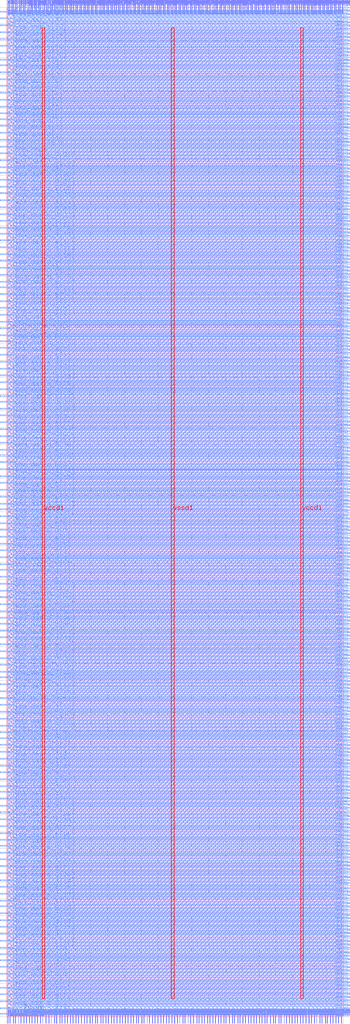
<source format=lef>
VERSION 5.7 ;
  NOWIREEXTENSIONATPIN ON ;
  DIVIDERCHAR "/" ;
  BUSBITCHARS "[]" ;
MACRO wb_local
  CLASS BLOCK ;
  FOREIGN wb_local ;
  ORIGIN 0.000 0.000 ;
  SIZE 200.000 BY 600.000 ;
  PIN dsi[0]
    DIRECTION OUTPUT TRISTATE ;
    USE SIGNAL ;
    PORT
      LAYER met2 ;
        RECT 0.550 596.000 0.830 604.000 ;
    END
  END dsi[0]
  PIN dsi[1]
    DIRECTION OUTPUT TRISTATE ;
    USE SIGNAL ;
    PORT
      LAYER met2 ;
        RECT 1.470 596.000 1.750 604.000 ;
    END
  END dsi[1]
  PIN dsi[2]
    DIRECTION OUTPUT TRISTATE ;
    USE SIGNAL ;
    PORT
      LAYER met2 ;
        RECT 2.850 596.000 3.130 604.000 ;
    END
  END dsi[2]
  PIN dsi[3]
    DIRECTION OUTPUT TRISTATE ;
    USE SIGNAL ;
    PORT
      LAYER met2 ;
        RECT 3.770 596.000 4.050 604.000 ;
    END
  END dsi[3]
  PIN dsi[4]
    DIRECTION OUTPUT TRISTATE ;
    USE SIGNAL ;
    PORT
      LAYER met2 ;
        RECT 5.150 596.000 5.430 604.000 ;
    END
  END dsi[4]
  PIN dsi[5]
    DIRECTION OUTPUT TRISTATE ;
    USE SIGNAL ;
    PORT
      LAYER met2 ;
        RECT 6.070 596.000 6.350 604.000 ;
    END
  END dsi[5]
  PIN dsi[6]
    DIRECTION OUTPUT TRISTATE ;
    USE SIGNAL ;
    PORT
      LAYER met2 ;
        RECT 7.450 596.000 7.730 604.000 ;
    END
  END dsi[6]
  PIN dsi[7]
    DIRECTION OUTPUT TRISTATE ;
    USE SIGNAL ;
    PORT
      LAYER met2 ;
        RECT 8.370 596.000 8.650 604.000 ;
    END
  END dsi[7]
  PIN io_in[0]
    DIRECTION INPUT ;
    USE SIGNAL ;
    PORT
      LAYER met2 ;
        RECT 9.750 596.000 10.030 604.000 ;
    END
  END io_in[0]
  PIN io_in[10]
    DIRECTION INPUT ;
    USE SIGNAL ;
    PORT
      LAYER met2 ;
        RECT 44.250 596.000 44.530 604.000 ;
    END
  END io_in[10]
  PIN io_in[11]
    DIRECTION INPUT ;
    USE SIGNAL ;
    PORT
      LAYER met2 ;
        RECT 47.930 596.000 48.210 604.000 ;
    END
  END io_in[11]
  PIN io_in[12]
    DIRECTION INPUT ;
    USE SIGNAL ;
    PORT
      LAYER met2 ;
        RECT 51.150 596.000 51.430 604.000 ;
    END
  END io_in[12]
  PIN io_in[13]
    DIRECTION INPUT ;
    USE SIGNAL ;
    PORT
      LAYER met2 ;
        RECT 54.830 596.000 55.110 604.000 ;
    END
  END io_in[13]
  PIN io_in[14]
    DIRECTION INPUT ;
    USE SIGNAL ;
    PORT
      LAYER met2 ;
        RECT 58.050 596.000 58.330 604.000 ;
    END
  END io_in[14]
  PIN io_in[15]
    DIRECTION INPUT ;
    USE SIGNAL ;
    PORT
      LAYER met2 ;
        RECT 61.730 596.000 62.010 604.000 ;
    END
  END io_in[15]
  PIN io_in[16]
    DIRECTION INPUT ;
    USE SIGNAL ;
    PORT
      LAYER met2 ;
        RECT 64.950 596.000 65.230 604.000 ;
    END
  END io_in[16]
  PIN io_in[17]
    DIRECTION INPUT ;
    USE SIGNAL ;
    PORT
      LAYER met2 ;
        RECT 68.630 596.000 68.910 604.000 ;
    END
  END io_in[17]
  PIN io_in[18]
    DIRECTION INPUT ;
    USE SIGNAL ;
    PORT
      LAYER met2 ;
        RECT 71.850 596.000 72.130 604.000 ;
    END
  END io_in[18]
  PIN io_in[19]
    DIRECTION INPUT ;
    USE SIGNAL ;
    PORT
      LAYER met2 ;
        RECT 75.530 596.000 75.810 604.000 ;
    END
  END io_in[19]
  PIN io_in[1]
    DIRECTION INPUT ;
    USE SIGNAL ;
    PORT
      LAYER met2 ;
        RECT 12.970 596.000 13.250 604.000 ;
    END
  END io_in[1]
  PIN io_in[20]
    DIRECTION INPUT ;
    USE SIGNAL ;
    PORT
      LAYER met2 ;
        RECT 78.750 596.000 79.030 604.000 ;
    END
  END io_in[20]
  PIN io_in[21]
    DIRECTION INPUT ;
    USE SIGNAL ;
    PORT
      LAYER met2 ;
        RECT 82.430 596.000 82.710 604.000 ;
    END
  END io_in[21]
  PIN io_in[22]
    DIRECTION INPUT ;
    USE SIGNAL ;
    PORT
      LAYER met2 ;
        RECT 86.110 596.000 86.390 604.000 ;
    END
  END io_in[22]
  PIN io_in[23]
    DIRECTION INPUT ;
    USE SIGNAL ;
    PORT
      LAYER met2 ;
        RECT 89.330 596.000 89.610 604.000 ;
    END
  END io_in[23]
  PIN io_in[24]
    DIRECTION INPUT ;
    USE SIGNAL ;
    PORT
      LAYER met2 ;
        RECT 93.010 596.000 93.290 604.000 ;
    END
  END io_in[24]
  PIN io_in[25]
    DIRECTION INPUT ;
    USE SIGNAL ;
    PORT
      LAYER met2 ;
        RECT 96.230 596.000 96.510 604.000 ;
    END
  END io_in[25]
  PIN io_in[26]
    DIRECTION INPUT ;
    USE SIGNAL ;
    PORT
      LAYER met2 ;
        RECT 99.910 596.000 100.190 604.000 ;
    END
  END io_in[26]
  PIN io_in[27]
    DIRECTION INPUT ;
    USE SIGNAL ;
    PORT
      LAYER met2 ;
        RECT 103.130 596.000 103.410 604.000 ;
    END
  END io_in[27]
  PIN io_in[28]
    DIRECTION INPUT ;
    USE SIGNAL ;
    PORT
      LAYER met2 ;
        RECT 106.810 596.000 107.090 604.000 ;
    END
  END io_in[28]
  PIN io_in[29]
    DIRECTION INPUT ;
    USE SIGNAL ;
    PORT
      LAYER met2 ;
        RECT 110.030 596.000 110.310 604.000 ;
    END
  END io_in[29]
  PIN io_in[2]
    DIRECTION INPUT ;
    USE SIGNAL ;
    PORT
      LAYER met2 ;
        RECT 16.650 596.000 16.930 604.000 ;
    END
  END io_in[2]
  PIN io_in[30]
    DIRECTION INPUT ;
    USE SIGNAL ;
    PORT
      LAYER met2 ;
        RECT 113.710 596.000 113.990 604.000 ;
    END
  END io_in[30]
  PIN io_in[31]
    DIRECTION INPUT ;
    USE SIGNAL ;
    PORT
      LAYER met2 ;
        RECT 116.930 596.000 117.210 604.000 ;
    END
  END io_in[31]
  PIN io_in[32]
    DIRECTION INPUT ;
    USE SIGNAL ;
    PORT
      LAYER met2 ;
        RECT 120.610 596.000 120.890 604.000 ;
    END
  END io_in[32]
  PIN io_in[33]
    DIRECTION INPUT ;
    USE SIGNAL ;
    PORT
      LAYER met2 ;
        RECT 124.290 596.000 124.570 604.000 ;
    END
  END io_in[33]
  PIN io_in[34]
    DIRECTION INPUT ;
    USE SIGNAL ;
    PORT
      LAYER met2 ;
        RECT 127.510 596.000 127.790 604.000 ;
    END
  END io_in[34]
  PIN io_in[35]
    DIRECTION INPUT ;
    USE SIGNAL ;
    PORT
      LAYER met2 ;
        RECT 131.190 596.000 131.470 604.000 ;
    END
  END io_in[35]
  PIN io_in[36]
    DIRECTION INPUT ;
    USE SIGNAL ;
    PORT
      LAYER met2 ;
        RECT 134.410 596.000 134.690 604.000 ;
    END
  END io_in[36]
  PIN io_in[37]
    DIRECTION INPUT ;
    USE SIGNAL ;
    PORT
      LAYER met2 ;
        RECT 138.090 596.000 138.370 604.000 ;
    END
  END io_in[37]
  PIN io_in[3]
    DIRECTION INPUT ;
    USE SIGNAL ;
    PORT
      LAYER met2 ;
        RECT 19.870 596.000 20.150 604.000 ;
    END
  END io_in[3]
  PIN io_in[4]
    DIRECTION INPUT ;
    USE SIGNAL ;
    PORT
      LAYER met2 ;
        RECT 23.550 596.000 23.830 604.000 ;
    END
  END io_in[4]
  PIN io_in[5]
    DIRECTION INPUT ;
    USE SIGNAL ;
    PORT
      LAYER met2 ;
        RECT 26.770 596.000 27.050 604.000 ;
    END
  END io_in[5]
  PIN io_in[6]
    DIRECTION INPUT ;
    USE SIGNAL ;
    PORT
      LAYER met2 ;
        RECT 30.450 596.000 30.730 604.000 ;
    END
  END io_in[6]
  PIN io_in[7]
    DIRECTION INPUT ;
    USE SIGNAL ;
    PORT
      LAYER met2 ;
        RECT 33.670 596.000 33.950 604.000 ;
    END
  END io_in[7]
  PIN io_in[8]
    DIRECTION INPUT ;
    USE SIGNAL ;
    PORT
      LAYER met2 ;
        RECT 37.350 596.000 37.630 604.000 ;
    END
  END io_in[8]
  PIN io_in[9]
    DIRECTION INPUT ;
    USE SIGNAL ;
    PORT
      LAYER met2 ;
        RECT 41.030 596.000 41.310 604.000 ;
    END
  END io_in[9]
  PIN io_oeb[0]
    DIRECTION OUTPUT TRISTATE ;
    USE SIGNAL ;
    PORT
      LAYER met2 ;
        RECT 10.670 596.000 10.950 604.000 ;
    END
  END io_oeb[0]
  PIN io_oeb[10]
    DIRECTION OUTPUT TRISTATE ;
    USE SIGNAL ;
    PORT
      LAYER met2 ;
        RECT 45.630 596.000 45.910 604.000 ;
    END
  END io_oeb[10]
  PIN io_oeb[11]
    DIRECTION OUTPUT TRISTATE ;
    USE SIGNAL ;
    PORT
      LAYER met2 ;
        RECT 48.850 596.000 49.130 604.000 ;
    END
  END io_oeb[11]
  PIN io_oeb[12]
    DIRECTION OUTPUT TRISTATE ;
    USE SIGNAL ;
    PORT
      LAYER met2 ;
        RECT 52.530 596.000 52.810 604.000 ;
    END
  END io_oeb[12]
  PIN io_oeb[13]
    DIRECTION OUTPUT TRISTATE ;
    USE SIGNAL ;
    PORT
      LAYER met2 ;
        RECT 55.750 596.000 56.030 604.000 ;
    END
  END io_oeb[13]
  PIN io_oeb[14]
    DIRECTION OUTPUT TRISTATE ;
    USE SIGNAL ;
    PORT
      LAYER met2 ;
        RECT 59.430 596.000 59.710 604.000 ;
    END
  END io_oeb[14]
  PIN io_oeb[15]
    DIRECTION OUTPUT TRISTATE ;
    USE SIGNAL ;
    PORT
      LAYER met2 ;
        RECT 62.650 596.000 62.930 604.000 ;
    END
  END io_oeb[15]
  PIN io_oeb[16]
    DIRECTION OUTPUT TRISTATE ;
    USE SIGNAL ;
    PORT
      LAYER met2 ;
        RECT 66.330 596.000 66.610 604.000 ;
    END
  END io_oeb[16]
  PIN io_oeb[17]
    DIRECTION OUTPUT TRISTATE ;
    USE SIGNAL ;
    PORT
      LAYER met2 ;
        RECT 69.550 596.000 69.830 604.000 ;
    END
  END io_oeb[17]
  PIN io_oeb[18]
    DIRECTION OUTPUT TRISTATE ;
    USE SIGNAL ;
    PORT
      LAYER met2 ;
        RECT 73.230 596.000 73.510 604.000 ;
    END
  END io_oeb[18]
  PIN io_oeb[19]
    DIRECTION OUTPUT TRISTATE ;
    USE SIGNAL ;
    PORT
      LAYER met2 ;
        RECT 76.450 596.000 76.730 604.000 ;
    END
  END io_oeb[19]
  PIN io_oeb[1]
    DIRECTION OUTPUT TRISTATE ;
    USE SIGNAL ;
    PORT
      LAYER met2 ;
        RECT 14.350 596.000 14.630 604.000 ;
    END
  END io_oeb[1]
  PIN io_oeb[20]
    DIRECTION OUTPUT TRISTATE ;
    USE SIGNAL ;
    PORT
      LAYER met2 ;
        RECT 80.130 596.000 80.410 604.000 ;
    END
  END io_oeb[20]
  PIN io_oeb[21]
    DIRECTION OUTPUT TRISTATE ;
    USE SIGNAL ;
    PORT
      LAYER met2 ;
        RECT 83.810 596.000 84.090 604.000 ;
    END
  END io_oeb[21]
  PIN io_oeb[22]
    DIRECTION OUTPUT TRISTATE ;
    USE SIGNAL ;
    PORT
      LAYER met2 ;
        RECT 87.030 596.000 87.310 604.000 ;
    END
  END io_oeb[22]
  PIN io_oeb[23]
    DIRECTION OUTPUT TRISTATE ;
    USE SIGNAL ;
    PORT
      LAYER met2 ;
        RECT 90.710 596.000 90.990 604.000 ;
    END
  END io_oeb[23]
  PIN io_oeb[24]
    DIRECTION OUTPUT TRISTATE ;
    USE SIGNAL ;
    PORT
      LAYER met2 ;
        RECT 93.930 596.000 94.210 604.000 ;
    END
  END io_oeb[24]
  PIN io_oeb[25]
    DIRECTION OUTPUT TRISTATE ;
    USE SIGNAL ;
    PORT
      LAYER met2 ;
        RECT 97.610 596.000 97.890 604.000 ;
    END
  END io_oeb[25]
  PIN io_oeb[26]
    DIRECTION OUTPUT TRISTATE ;
    USE SIGNAL ;
    PORT
      LAYER met2 ;
        RECT 100.830 596.000 101.110 604.000 ;
    END
  END io_oeb[26]
  PIN io_oeb[27]
    DIRECTION OUTPUT TRISTATE ;
    USE SIGNAL ;
    PORT
      LAYER met2 ;
        RECT 104.510 596.000 104.790 604.000 ;
    END
  END io_oeb[27]
  PIN io_oeb[28]
    DIRECTION OUTPUT TRISTATE ;
    USE SIGNAL ;
    PORT
      LAYER met2 ;
        RECT 107.730 596.000 108.010 604.000 ;
    END
  END io_oeb[28]
  PIN io_oeb[29]
    DIRECTION OUTPUT TRISTATE ;
    USE SIGNAL ;
    PORT
      LAYER met2 ;
        RECT 111.410 596.000 111.690 604.000 ;
    END
  END io_oeb[29]
  PIN io_oeb[2]
    DIRECTION OUTPUT TRISTATE ;
    USE SIGNAL ;
    PORT
      LAYER met2 ;
        RECT 17.570 596.000 17.850 604.000 ;
    END
  END io_oeb[2]
  PIN io_oeb[30]
    DIRECTION OUTPUT TRISTATE ;
    USE SIGNAL ;
    PORT
      LAYER met2 ;
        RECT 114.630 596.000 114.910 604.000 ;
    END
  END io_oeb[30]
  PIN io_oeb[31]
    DIRECTION OUTPUT TRISTATE ;
    USE SIGNAL ;
    PORT
      LAYER met2 ;
        RECT 118.310 596.000 118.590 604.000 ;
    END
  END io_oeb[31]
  PIN io_oeb[32]
    DIRECTION OUTPUT TRISTATE ;
    USE SIGNAL ;
    PORT
      LAYER met2 ;
        RECT 121.990 596.000 122.270 604.000 ;
    END
  END io_oeb[32]
  PIN io_oeb[33]
    DIRECTION OUTPUT TRISTATE ;
    USE SIGNAL ;
    PORT
      LAYER met2 ;
        RECT 125.210 596.000 125.490 604.000 ;
    END
  END io_oeb[33]
  PIN io_oeb[34]
    DIRECTION OUTPUT TRISTATE ;
    USE SIGNAL ;
    PORT
      LAYER met2 ;
        RECT 128.890 596.000 129.170 604.000 ;
    END
  END io_oeb[34]
  PIN io_oeb[35]
    DIRECTION OUTPUT TRISTATE ;
    USE SIGNAL ;
    PORT
      LAYER met2 ;
        RECT 132.110 596.000 132.390 604.000 ;
    END
  END io_oeb[35]
  PIN io_oeb[36]
    DIRECTION OUTPUT TRISTATE ;
    USE SIGNAL ;
    PORT
      LAYER met2 ;
        RECT 135.790 596.000 136.070 604.000 ;
    END
  END io_oeb[36]
  PIN io_oeb[37]
    DIRECTION OUTPUT TRISTATE ;
    USE SIGNAL ;
    PORT
      LAYER met2 ;
        RECT 139.010 596.000 139.290 604.000 ;
    END
  END io_oeb[37]
  PIN io_oeb[3]
    DIRECTION OUTPUT TRISTATE ;
    USE SIGNAL ;
    PORT
      LAYER met2 ;
        RECT 21.250 596.000 21.530 604.000 ;
    END
  END io_oeb[3]
  PIN io_oeb[4]
    DIRECTION OUTPUT TRISTATE ;
    USE SIGNAL ;
    PORT
      LAYER met2 ;
        RECT 24.470 596.000 24.750 604.000 ;
    END
  END io_oeb[4]
  PIN io_oeb[5]
    DIRECTION OUTPUT TRISTATE ;
    USE SIGNAL ;
    PORT
      LAYER met2 ;
        RECT 28.150 596.000 28.430 604.000 ;
    END
  END io_oeb[5]
  PIN io_oeb[6]
    DIRECTION OUTPUT TRISTATE ;
    USE SIGNAL ;
    PORT
      LAYER met2 ;
        RECT 31.370 596.000 31.650 604.000 ;
    END
  END io_oeb[6]
  PIN io_oeb[7]
    DIRECTION OUTPUT TRISTATE ;
    USE SIGNAL ;
    PORT
      LAYER met2 ;
        RECT 35.050 596.000 35.330 604.000 ;
    END
  END io_oeb[7]
  PIN io_oeb[8]
    DIRECTION OUTPUT TRISTATE ;
    USE SIGNAL ;
    PORT
      LAYER met2 ;
        RECT 38.270 596.000 38.550 604.000 ;
    END
  END io_oeb[8]
  PIN io_oeb[9]
    DIRECTION OUTPUT TRISTATE ;
    USE SIGNAL ;
    PORT
      LAYER met2 ;
        RECT 41.950 596.000 42.230 604.000 ;
    END
  END io_oeb[9]
  PIN io_out[0]
    DIRECTION OUTPUT TRISTATE ;
    USE SIGNAL ;
    PORT
      LAYER met2 ;
        RECT 12.050 596.000 12.330 604.000 ;
    END
  END io_out[0]
  PIN io_out[10]
    DIRECTION OUTPUT TRISTATE ;
    USE SIGNAL ;
    PORT
      LAYER met2 ;
        RECT 46.550 596.000 46.830 604.000 ;
    END
  END io_out[10]
  PIN io_out[11]
    DIRECTION OUTPUT TRISTATE ;
    USE SIGNAL ;
    PORT
      LAYER met2 ;
        RECT 50.230 596.000 50.510 604.000 ;
    END
  END io_out[11]
  PIN io_out[12]
    DIRECTION OUTPUT TRISTATE ;
    USE SIGNAL ;
    PORT
      LAYER met2 ;
        RECT 53.450 596.000 53.730 604.000 ;
    END
  END io_out[12]
  PIN io_out[13]
    DIRECTION OUTPUT TRISTATE ;
    USE SIGNAL ;
    PORT
      LAYER met2 ;
        RECT 57.130 596.000 57.410 604.000 ;
    END
  END io_out[13]
  PIN io_out[14]
    DIRECTION OUTPUT TRISTATE ;
    USE SIGNAL ;
    PORT
      LAYER met2 ;
        RECT 60.350 596.000 60.630 604.000 ;
    END
  END io_out[14]
  PIN io_out[15]
    DIRECTION OUTPUT TRISTATE ;
    USE SIGNAL ;
    PORT
      LAYER met2 ;
        RECT 64.030 596.000 64.310 604.000 ;
    END
  END io_out[15]
  PIN io_out[16]
    DIRECTION OUTPUT TRISTATE ;
    USE SIGNAL ;
    PORT
      LAYER met2 ;
        RECT 67.250 596.000 67.530 604.000 ;
    END
  END io_out[16]
  PIN io_out[17]
    DIRECTION OUTPUT TRISTATE ;
    USE SIGNAL ;
    PORT
      LAYER met2 ;
        RECT 70.930 596.000 71.210 604.000 ;
    END
  END io_out[17]
  PIN io_out[18]
    DIRECTION OUTPUT TRISTATE ;
    USE SIGNAL ;
    PORT
      LAYER met2 ;
        RECT 74.150 596.000 74.430 604.000 ;
    END
  END io_out[18]
  PIN io_out[19]
    DIRECTION OUTPUT TRISTATE ;
    USE SIGNAL ;
    PORT
      LAYER met2 ;
        RECT 77.830 596.000 78.110 604.000 ;
    END
  END io_out[19]
  PIN io_out[1]
    DIRECTION OUTPUT TRISTATE ;
    USE SIGNAL ;
    PORT
      LAYER met2 ;
        RECT 15.270 596.000 15.550 604.000 ;
    END
  END io_out[1]
  PIN io_out[20]
    DIRECTION OUTPUT TRISTATE ;
    USE SIGNAL ;
    PORT
      LAYER met2 ;
        RECT 81.510 596.000 81.790 604.000 ;
    END
  END io_out[20]
  PIN io_out[21]
    DIRECTION OUTPUT TRISTATE ;
    USE SIGNAL ;
    PORT
      LAYER met2 ;
        RECT 84.730 596.000 85.010 604.000 ;
    END
  END io_out[21]
  PIN io_out[22]
    DIRECTION OUTPUT TRISTATE ;
    USE SIGNAL ;
    PORT
      LAYER met2 ;
        RECT 88.410 596.000 88.690 604.000 ;
    END
  END io_out[22]
  PIN io_out[23]
    DIRECTION OUTPUT TRISTATE ;
    USE SIGNAL ;
    PORT
      LAYER met2 ;
        RECT 91.630 596.000 91.910 604.000 ;
    END
  END io_out[23]
  PIN io_out[24]
    DIRECTION OUTPUT TRISTATE ;
    USE SIGNAL ;
    PORT
      LAYER met2 ;
        RECT 95.310 596.000 95.590 604.000 ;
    END
  END io_out[24]
  PIN io_out[25]
    DIRECTION OUTPUT TRISTATE ;
    USE SIGNAL ;
    PORT
      LAYER met2 ;
        RECT 98.530 596.000 98.810 604.000 ;
    END
  END io_out[25]
  PIN io_out[26]
    DIRECTION OUTPUT TRISTATE ;
    USE SIGNAL ;
    PORT
      LAYER met2 ;
        RECT 102.210 596.000 102.490 604.000 ;
    END
  END io_out[26]
  PIN io_out[27]
    DIRECTION OUTPUT TRISTATE ;
    USE SIGNAL ;
    PORT
      LAYER met2 ;
        RECT 105.430 596.000 105.710 604.000 ;
    END
  END io_out[27]
  PIN io_out[28]
    DIRECTION OUTPUT TRISTATE ;
    USE SIGNAL ;
    PORT
      LAYER met2 ;
        RECT 109.110 596.000 109.390 604.000 ;
    END
  END io_out[28]
  PIN io_out[29]
    DIRECTION OUTPUT TRISTATE ;
    USE SIGNAL ;
    PORT
      LAYER met2 ;
        RECT 112.330 596.000 112.610 604.000 ;
    END
  END io_out[29]
  PIN io_out[2]
    DIRECTION OUTPUT TRISTATE ;
    USE SIGNAL ;
    PORT
      LAYER met2 ;
        RECT 18.950 596.000 19.230 604.000 ;
    END
  END io_out[2]
  PIN io_out[30]
    DIRECTION OUTPUT TRISTATE ;
    USE SIGNAL ;
    PORT
      LAYER met2 ;
        RECT 116.010 596.000 116.290 604.000 ;
    END
  END io_out[30]
  PIN io_out[31]
    DIRECTION OUTPUT TRISTATE ;
    USE SIGNAL ;
    PORT
      LAYER met2 ;
        RECT 119.230 596.000 119.510 604.000 ;
    END
  END io_out[31]
  PIN io_out[32]
    DIRECTION OUTPUT TRISTATE ;
    USE SIGNAL ;
    PORT
      LAYER met2 ;
        RECT 122.910 596.000 123.190 604.000 ;
    END
  END io_out[32]
  PIN io_out[33]
    DIRECTION OUTPUT TRISTATE ;
    USE SIGNAL ;
    PORT
      LAYER met2 ;
        RECT 126.590 596.000 126.870 604.000 ;
    END
  END io_out[33]
  PIN io_out[34]
    DIRECTION OUTPUT TRISTATE ;
    USE SIGNAL ;
    PORT
      LAYER met2 ;
        RECT 129.810 596.000 130.090 604.000 ;
    END
  END io_out[34]
  PIN io_out[35]
    DIRECTION OUTPUT TRISTATE ;
    USE SIGNAL ;
    PORT
      LAYER met2 ;
        RECT 133.490 596.000 133.770 604.000 ;
    END
  END io_out[35]
  PIN io_out[36]
    DIRECTION OUTPUT TRISTATE ;
    USE SIGNAL ;
    PORT
      LAYER met2 ;
        RECT 136.710 596.000 136.990 604.000 ;
    END
  END io_out[36]
  PIN io_out[37]
    DIRECTION OUTPUT TRISTATE ;
    USE SIGNAL ;
    PORT
      LAYER met2 ;
        RECT 140.390 596.000 140.670 604.000 ;
    END
  END io_out[37]
  PIN io_out[3]
    DIRECTION OUTPUT TRISTATE ;
    USE SIGNAL ;
    PORT
      LAYER met2 ;
        RECT 22.170 596.000 22.450 604.000 ;
    END
  END io_out[3]
  PIN io_out[4]
    DIRECTION OUTPUT TRISTATE ;
    USE SIGNAL ;
    PORT
      LAYER met2 ;
        RECT 25.850 596.000 26.130 604.000 ;
    END
  END io_out[4]
  PIN io_out[5]
    DIRECTION OUTPUT TRISTATE ;
    USE SIGNAL ;
    PORT
      LAYER met2 ;
        RECT 29.070 596.000 29.350 604.000 ;
    END
  END io_out[5]
  PIN io_out[6]
    DIRECTION OUTPUT TRISTATE ;
    USE SIGNAL ;
    PORT
      LAYER met2 ;
        RECT 32.750 596.000 33.030 604.000 ;
    END
  END io_out[6]
  PIN io_out[7]
    DIRECTION OUTPUT TRISTATE ;
    USE SIGNAL ;
    PORT
      LAYER met2 ;
        RECT 35.970 596.000 36.250 604.000 ;
    END
  END io_out[7]
  PIN io_out[8]
    DIRECTION OUTPUT TRISTATE ;
    USE SIGNAL ;
    PORT
      LAYER met2 ;
        RECT 39.650 596.000 39.930 604.000 ;
    END
  END io_out[8]
  PIN io_out[9]
    DIRECTION OUTPUT TRISTATE ;
    USE SIGNAL ;
    PORT
      LAYER met2 ;
        RECT 43.330 596.000 43.610 604.000 ;
    END
  END io_out[9]
  PIN irq[0]
    DIRECTION OUTPUT TRISTATE ;
    USE SIGNAL ;
    PORT
      LAYER met2 ;
        RECT 3.770 -4.000 4.050 4.000 ;
    END
  END irq[0]
  PIN irq[1]
    DIRECTION OUTPUT TRISTATE ;
    USE SIGNAL ;
    PORT
      LAYER met2 ;
        RECT 5.150 -4.000 5.430 4.000 ;
    END
  END irq[1]
  PIN irq[2]
    DIRECTION OUTPUT TRISTATE ;
    USE SIGNAL ;
    PORT
      LAYER met2 ;
        RECT 6.990 -4.000 7.270 4.000 ;
    END
  END irq[2]
  PIN m_irqs[0]
    DIRECTION INPUT ;
    USE SIGNAL ;
    PORT
      LAYER met2 ;
        RECT 159.710 596.000 159.990 604.000 ;
    END
  END m_irqs[0]
  PIN m_irqs[10]
    DIRECTION INPUT ;
    USE SIGNAL ;
    PORT
      LAYER met2 ;
        RECT 171.670 596.000 171.950 604.000 ;
    END
  END m_irqs[10]
  PIN m_irqs[11]
    DIRECTION INPUT ;
    USE SIGNAL ;
    PORT
      LAYER met2 ;
        RECT 172.590 596.000 172.870 604.000 ;
    END
  END m_irqs[11]
  PIN m_irqs[1]
    DIRECTION INPUT ;
    USE SIGNAL ;
    PORT
      LAYER met2 ;
        RECT 161.090 596.000 161.370 604.000 ;
    END
  END m_irqs[1]
  PIN m_irqs[2]
    DIRECTION INPUT ;
    USE SIGNAL ;
    PORT
      LAYER met2 ;
        RECT 162.470 596.000 162.750 604.000 ;
    END
  END m_irqs[2]
  PIN m_irqs[3]
    DIRECTION INPUT ;
    USE SIGNAL ;
    PORT
      LAYER met2 ;
        RECT 163.390 596.000 163.670 604.000 ;
    END
  END m_irqs[3]
  PIN m_irqs[4]
    DIRECTION INPUT ;
    USE SIGNAL ;
    PORT
      LAYER met2 ;
        RECT 164.770 596.000 165.050 604.000 ;
    END
  END m_irqs[4]
  PIN m_irqs[5]
    DIRECTION INPUT ;
    USE SIGNAL ;
    PORT
      LAYER met2 ;
        RECT 165.690 596.000 165.970 604.000 ;
    END
  END m_irqs[5]
  PIN m_irqs[6]
    DIRECTION INPUT ;
    USE SIGNAL ;
    PORT
      LAYER met2 ;
        RECT 167.070 596.000 167.350 604.000 ;
    END
  END m_irqs[6]
  PIN m_irqs[7]
    DIRECTION INPUT ;
    USE SIGNAL ;
    PORT
      LAYER met2 ;
        RECT 167.990 596.000 168.270 604.000 ;
    END
  END m_irqs[7]
  PIN m_irqs[8]
    DIRECTION INPUT ;
    USE SIGNAL ;
    PORT
      LAYER met2 ;
        RECT 169.370 596.000 169.650 604.000 ;
    END
  END m_irqs[8]
  PIN m_irqs[9]
    DIRECTION INPUT ;
    USE SIGNAL ;
    PORT
      LAYER met2 ;
        RECT 170.290 596.000 170.570 604.000 ;
    END
  END m_irqs[9]
  PIN m_wb_clk_i
    DIRECTION OUTPUT TRISTATE ;
    USE SIGNAL ;
    PORT
      LAYER met2 ;
        RECT 177.650 -4.000 177.930 4.000 ;
    END
  END m_wb_clk_i
  PIN m_wb_rst_i
    DIRECTION OUTPUT TRISTATE ;
    USE SIGNAL ;
    PORT
      LAYER met2 ;
        RECT 173.970 596.000 174.250 604.000 ;
    END
  END m_wb_rst_i
  PIN m_wbs_ack_o[0]
    DIRECTION INPUT ;
    USE SIGNAL ;
    PORT
      LAYER met2 ;
        RECT 179.490 -4.000 179.770 4.000 ;
    END
  END m_wbs_ack_o[0]
  PIN m_wbs_ack_o[10]
    DIRECTION INPUT ;
    USE SIGNAL ;
    PORT
      LAYER met3 ;
        RECT -4.000 568.520 4.000 569.120 ;
    END
  END m_wbs_ack_o[10]
  PIN m_wbs_ack_o[11]
    DIRECTION INPUT ;
    USE SIGNAL ;
    PORT
      LAYER met2 ;
        RECT 192.370 596.000 192.650 604.000 ;
    END
  END m_wbs_ack_o[11]
  PIN m_wbs_ack_o[1]
    DIRECTION INPUT ;
    USE SIGNAL ;
    PORT
      LAYER met3 ;
        RECT -4.000 520.920 4.000 521.520 ;
    END
  END m_wbs_ack_o[1]
  PIN m_wbs_ack_o[2]
    DIRECTION INPUT ;
    USE SIGNAL ;
    PORT
      LAYER met3 ;
        RECT -4.000 529.080 4.000 529.680 ;
    END
  END m_wbs_ack_o[2]
  PIN m_wbs_ack_o[3]
    DIRECTION INPUT ;
    USE SIGNAL ;
    PORT
      LAYER met2 ;
        RECT 177.190 596.000 177.470 604.000 ;
    END
  END m_wbs_ack_o[3]
  PIN m_wbs_ack_o[4]
    DIRECTION INPUT ;
    USE SIGNAL ;
    PORT
      LAYER met3 ;
        RECT -4.000 544.720 4.000 545.320 ;
    END
  END m_wbs_ack_o[4]
  PIN m_wbs_ack_o[5]
    DIRECTION INPUT ;
    USE SIGNAL ;
    PORT
      LAYER met2 ;
        RECT 181.790 596.000 182.070 604.000 ;
    END
  END m_wbs_ack_o[5]
  PIN m_wbs_ack_o[6]
    DIRECTION INPUT ;
    USE SIGNAL ;
    PORT
      LAYER met2 ;
        RECT 185.470 596.000 185.750 604.000 ;
    END
  END m_wbs_ack_o[6]
  PIN m_wbs_ack_o[7]
    DIRECTION INPUT ;
    USE SIGNAL ;
    PORT
      LAYER met2 ;
        RECT 187.770 596.000 188.050 604.000 ;
    END
  END m_wbs_ack_o[7]
  PIN m_wbs_ack_o[8]
    DIRECTION INPUT ;
    USE SIGNAL ;
    PORT
      LAYER met3 ;
        RECT 196.000 580.080 204.000 580.680 ;
    END
  END m_wbs_ack_o[8]
  PIN m_wbs_ack_o[9]
    DIRECTION INPUT ;
    USE SIGNAL ;
    PORT
      LAYER met2 ;
        RECT 187.310 -4.000 187.590 4.000 ;
    END
  END m_wbs_ack_o[9]
  PIN m_wbs_adr_i[0]
    DIRECTION OUTPUT TRISTATE ;
    USE SIGNAL ;
    PORT
      LAYER met3 ;
        RECT -4.000 516.840 4.000 517.440 ;
    END
  END m_wbs_adr_i[0]
  PIN m_wbs_adr_i[10]
    DIRECTION OUTPUT TRISTATE ;
    USE SIGNAL ;
    PORT
      LAYER met3 ;
        RECT -4.000 572.600 4.000 573.200 ;
    END
  END m_wbs_adr_i[10]
  PIN m_wbs_adr_i[11]
    DIRECTION OUTPUT TRISTATE ;
    USE SIGNAL ;
    PORT
      LAYER met2 ;
        RECT 190.530 -4.000 190.810 4.000 ;
    END
  END m_wbs_adr_i[11]
  PIN m_wbs_adr_i[1]
    DIRECTION OUTPUT TRISTATE ;
    USE SIGNAL ;
    PORT
      LAYER met2 ;
        RECT 182.710 -4.000 182.990 4.000 ;
    END
  END m_wbs_adr_i[1]
  PIN m_wbs_adr_i[2]
    DIRECTION OUTPUT TRISTATE ;
    USE SIGNAL ;
    PORT
      LAYER met3 ;
        RECT -4.000 533.160 4.000 533.760 ;
    END
  END m_wbs_adr_i[2]
  PIN m_wbs_adr_i[3]
    DIRECTION OUTPUT TRISTATE ;
    USE SIGNAL ;
    PORT
      LAYER met3 ;
        RECT -4.000 540.640 4.000 541.240 ;
    END
  END m_wbs_adr_i[3]
  PIN m_wbs_adr_i[4]
    DIRECTION OUTPUT TRISTATE ;
    USE SIGNAL ;
    PORT
      LAYER met3 ;
        RECT -4.000 548.800 4.000 549.400 ;
    END
  END m_wbs_adr_i[4]
  PIN m_wbs_adr_i[5]
    DIRECTION OUTPUT TRISTATE ;
    USE SIGNAL ;
    PORT
      LAYER met2 ;
        RECT 183.170 596.000 183.450 604.000 ;
    END
  END m_wbs_adr_i[5]
  PIN m_wbs_adr_i[6]
    DIRECTION OUTPUT TRISTATE ;
    USE SIGNAL ;
    PORT
      LAYER met3 ;
        RECT -4.000 552.880 4.000 553.480 ;
    END
  END m_wbs_adr_i[6]
  PIN m_wbs_adr_i[7]
    DIRECTION OUTPUT TRISTATE ;
    USE SIGNAL ;
    PORT
      LAYER met3 ;
        RECT 196.000 575.320 204.000 575.920 ;
    END
  END m_wbs_adr_i[7]
  PIN m_wbs_adr_i[8]
    DIRECTION OUTPUT TRISTATE ;
    USE SIGNAL ;
    PORT
      LAYER met2 ;
        RECT 190.070 596.000 190.350 604.000 ;
    END
  END m_wbs_adr_i[8]
  PIN m_wbs_adr_i[9]
    DIRECTION OUTPUT TRISTATE ;
    USE SIGNAL ;
    PORT
      LAYER met3 ;
        RECT -4.000 565.120 4.000 565.720 ;
    END
  END m_wbs_adr_i[9]
  PIN m_wbs_cs_i[0]
    DIRECTION OUTPUT TRISTATE ;
    USE SIGNAL ;
    PORT
      LAYER met2 ;
        RECT 180.870 -4.000 181.150 4.000 ;
    END
  END m_wbs_cs_i[0]
  PIN m_wbs_cs_i[10]
    DIRECTION OUTPUT TRISTATE ;
    USE SIGNAL ;
    PORT
      LAYER met2 ;
        RECT 190.990 596.000 191.270 604.000 ;
    END
  END m_wbs_cs_i[10]
  PIN m_wbs_cs_i[11]
    DIRECTION OUTPUT TRISTATE ;
    USE SIGNAL ;
    PORT
      LAYER met2 ;
        RECT 192.370 -4.000 192.650 4.000 ;
    END
  END m_wbs_cs_i[11]
  PIN m_wbs_cs_i[1]
    DIRECTION OUTPUT TRISTATE ;
    USE SIGNAL ;
    PORT
      LAYER met2 ;
        RECT 176.270 596.000 176.550 604.000 ;
    END
  END m_wbs_cs_i[1]
  PIN m_wbs_cs_i[2]
    DIRECTION OUTPUT TRISTATE ;
    USE SIGNAL ;
    PORT
      LAYER met3 ;
        RECT 196.000 573.280 204.000 573.880 ;
    END
  END m_wbs_cs_i[2]
  PIN m_wbs_cs_i[3]
    DIRECTION OUTPUT TRISTATE ;
    USE SIGNAL ;
    PORT
      LAYER met2 ;
        RECT 178.570 596.000 178.850 604.000 ;
    END
  END m_wbs_cs_i[3]
  PIN m_wbs_cs_i[4]
    DIRECTION OUTPUT TRISTATE ;
    USE SIGNAL ;
    PORT
      LAYER met2 ;
        RECT 180.870 596.000 181.150 604.000 ;
    END
  END m_wbs_cs_i[4]
  PIN m_wbs_cs_i[5]
    DIRECTION OUTPUT TRISTATE ;
    USE SIGNAL ;
    PORT
      LAYER met2 ;
        RECT 184.090 596.000 184.370 604.000 ;
    END
  END m_wbs_cs_i[5]
  PIN m_wbs_cs_i[6]
    DIRECTION OUTPUT TRISTATE ;
    USE SIGNAL ;
    PORT
      LAYER met2 ;
        RECT 186.390 596.000 186.670 604.000 ;
    END
  END m_wbs_cs_i[6]
  PIN m_wbs_cs_i[7]
    DIRECTION OUTPUT TRISTATE ;
    USE SIGNAL ;
    PORT
      LAYER met2 ;
        RECT 188.690 596.000 188.970 604.000 ;
    END
  END m_wbs_cs_i[7]
  PIN m_wbs_cs_i[8]
    DIRECTION OUTPUT TRISTATE ;
    USE SIGNAL ;
    PORT
      LAYER met3 ;
        RECT 196.000 582.120 204.000 582.720 ;
    END
  END m_wbs_cs_i[8]
  PIN m_wbs_cs_i[9]
    DIRECTION OUTPUT TRISTATE ;
    USE SIGNAL ;
    PORT
      LAYER met3 ;
        RECT 196.000 584.160 204.000 584.760 ;
    END
  END m_wbs_cs_i[9]
  PIN m_wbs_dat_i[0]
    DIRECTION OUTPUT TRISTATE ;
    USE SIGNAL ;
    PORT
      LAYER met2 ;
        RECT 174.890 596.000 175.170 604.000 ;
    END
  END m_wbs_dat_i[0]
  PIN m_wbs_dat_i[10]
    DIRECTION OUTPUT TRISTATE ;
    USE SIGNAL ;
    PORT
      LAYER met2 ;
        RECT 189.150 -4.000 189.430 4.000 ;
    END
  END m_wbs_dat_i[10]
  PIN m_wbs_dat_i[11]
    DIRECTION OUTPUT TRISTATE ;
    USE SIGNAL ;
    PORT
      LAYER met3 ;
        RECT -4.000 576.680 4.000 577.280 ;
    END
  END m_wbs_dat_i[11]
  PIN m_wbs_dat_i[12]
    DIRECTION OUTPUT TRISTATE ;
    USE SIGNAL ;
    PORT
      LAYER met2 ;
        RECT 193.290 596.000 193.570 604.000 ;
    END
  END m_wbs_dat_i[12]
  PIN m_wbs_dat_i[13]
    DIRECTION OUTPUT TRISTATE ;
    USE SIGNAL ;
    PORT
      LAYER met3 ;
        RECT 196.000 588.920 204.000 589.520 ;
    END
  END m_wbs_dat_i[13]
  PIN m_wbs_dat_i[14]
    DIRECTION OUTPUT TRISTATE ;
    USE SIGNAL ;
    PORT
      LAYER met3 ;
        RECT -4.000 580.760 4.000 581.360 ;
    END
  END m_wbs_dat_i[14]
  PIN m_wbs_dat_i[15]
    DIRECTION OUTPUT TRISTATE ;
    USE SIGNAL ;
    PORT
      LAYER met2 ;
        RECT 194.670 596.000 194.950 604.000 ;
    END
  END m_wbs_dat_i[15]
  PIN m_wbs_dat_i[16]
    DIRECTION OUTPUT TRISTATE ;
    USE SIGNAL ;
    PORT
      LAYER met3 ;
        RECT -4.000 584.840 4.000 585.440 ;
    END
  END m_wbs_dat_i[16]
  PIN m_wbs_dat_i[17]
    DIRECTION OUTPUT TRISTATE ;
    USE SIGNAL ;
    PORT
      LAYER met3 ;
        RECT 196.000 590.960 204.000 591.560 ;
    END
  END m_wbs_dat_i[17]
  PIN m_wbs_dat_i[18]
    DIRECTION OUTPUT TRISTATE ;
    USE SIGNAL ;
    PORT
      LAYER met3 ;
        RECT 196.000 593.680 204.000 594.280 ;
    END
  END m_wbs_dat_i[18]
  PIN m_wbs_dat_i[19]
    DIRECTION OUTPUT TRISTATE ;
    USE SIGNAL ;
    PORT
      LAYER met2 ;
        RECT 193.750 -4.000 194.030 4.000 ;
    END
  END m_wbs_dat_i[19]
  PIN m_wbs_dat_i[1]
    DIRECTION OUTPUT TRISTATE ;
    USE SIGNAL ;
    PORT
      LAYER met3 ;
        RECT -4.000 525.000 4.000 525.600 ;
    END
  END m_wbs_dat_i[1]
  PIN m_wbs_dat_i[20]
    DIRECTION OUTPUT TRISTATE ;
    USE SIGNAL ;
    PORT
      LAYER met2 ;
        RECT 195.590 -4.000 195.870 4.000 ;
    END
  END m_wbs_dat_i[20]
  PIN m_wbs_dat_i[21]
    DIRECTION OUTPUT TRISTATE ;
    USE SIGNAL ;
    PORT
      LAYER met2 ;
        RECT 195.590 596.000 195.870 604.000 ;
    END
  END m_wbs_dat_i[21]
  PIN m_wbs_dat_i[22]
    DIRECTION OUTPUT TRISTATE ;
    USE SIGNAL ;
    PORT
      LAYER met3 ;
        RECT -4.000 588.920 4.000 589.520 ;
    END
  END m_wbs_dat_i[22]
  PIN m_wbs_dat_i[23]
    DIRECTION OUTPUT TRISTATE ;
    USE SIGNAL ;
    PORT
      LAYER met2 ;
        RECT 196.970 596.000 197.250 604.000 ;
    END
  END m_wbs_dat_i[23]
  PIN m_wbs_dat_i[24]
    DIRECTION OUTPUT TRISTATE ;
    USE SIGNAL ;
    PORT
      LAYER met2 ;
        RECT 197.890 596.000 198.170 604.000 ;
    END
  END m_wbs_dat_i[24]
  PIN m_wbs_dat_i[25]
    DIRECTION OUTPUT TRISTATE ;
    USE SIGNAL ;
    PORT
      LAYER met2 ;
        RECT 196.970 -4.000 197.250 4.000 ;
    END
  END m_wbs_dat_i[25]
  PIN m_wbs_dat_i[26]
    DIRECTION OUTPUT TRISTATE ;
    USE SIGNAL ;
    PORT
      LAYER met3 ;
        RECT -4.000 593.000 4.000 593.600 ;
    END
  END m_wbs_dat_i[26]
  PIN m_wbs_dat_i[27]
    DIRECTION OUTPUT TRISTATE ;
    USE SIGNAL ;
    PORT
      LAYER met3 ;
        RECT -4.000 597.080 4.000 597.680 ;
    END
  END m_wbs_dat_i[27]
  PIN m_wbs_dat_i[28]
    DIRECTION OUTPUT TRISTATE ;
    USE SIGNAL ;
    PORT
      LAYER met2 ;
        RECT 198.810 -4.000 199.090 4.000 ;
    END
  END m_wbs_dat_i[28]
  PIN m_wbs_dat_i[29]
    DIRECTION OUTPUT TRISTATE ;
    USE SIGNAL ;
    PORT
      LAYER met3 ;
        RECT 196.000 595.720 204.000 596.320 ;
    END
  END m_wbs_dat_i[29]
  PIN m_wbs_dat_i[2]
    DIRECTION OUTPUT TRISTATE ;
    USE SIGNAL ;
    PORT
      LAYER met3 ;
        RECT -4.000 536.560 4.000 537.160 ;
    END
  END m_wbs_dat_i[2]
  PIN m_wbs_dat_i[30]
    DIRECTION OUTPUT TRISTATE ;
    USE SIGNAL ;
    PORT
      LAYER met3 ;
        RECT 196.000 597.760 204.000 598.360 ;
    END
  END m_wbs_dat_i[30]
  PIN m_wbs_dat_i[31]
    DIRECTION OUTPUT TRISTATE ;
    USE SIGNAL ;
    PORT
      LAYER met2 ;
        RECT 199.270 596.000 199.550 604.000 ;
    END
  END m_wbs_dat_i[31]
  PIN m_wbs_dat_i[3]
    DIRECTION OUTPUT TRISTATE ;
    USE SIGNAL ;
    PORT
      LAYER met2 ;
        RECT 179.490 596.000 179.770 604.000 ;
    END
  END m_wbs_dat_i[3]
  PIN m_wbs_dat_i[4]
    DIRECTION OUTPUT TRISTATE ;
    USE SIGNAL ;
    PORT
      LAYER met2 ;
        RECT 184.090 -4.000 184.370 4.000 ;
    END
  END m_wbs_dat_i[4]
  PIN m_wbs_dat_i[5]
    DIRECTION OUTPUT TRISTATE ;
    USE SIGNAL ;
    PORT
      LAYER met2 ;
        RECT 185.930 -4.000 186.210 4.000 ;
    END
  END m_wbs_dat_i[5]
  PIN m_wbs_dat_i[6]
    DIRECTION OUTPUT TRISTATE ;
    USE SIGNAL ;
    PORT
      LAYER met3 ;
        RECT -4.000 556.960 4.000 557.560 ;
    END
  END m_wbs_dat_i[6]
  PIN m_wbs_dat_i[7]
    DIRECTION OUTPUT TRISTATE ;
    USE SIGNAL ;
    PORT
      LAYER met3 ;
        RECT 196.000 578.040 204.000 578.640 ;
    END
  END m_wbs_dat_i[7]
  PIN m_wbs_dat_i[8]
    DIRECTION OUTPUT TRISTATE ;
    USE SIGNAL ;
    PORT
      LAYER met3 ;
        RECT -4.000 561.040 4.000 561.640 ;
    END
  END m_wbs_dat_i[8]
  PIN m_wbs_dat_i[9]
    DIRECTION OUTPUT TRISTATE ;
    USE SIGNAL ;
    PORT
      LAYER met3 ;
        RECT 196.000 586.880 204.000 587.480 ;
    END
  END m_wbs_dat_i[9]
  PIN m_wbs_dat_o_0[0]
    DIRECTION INPUT ;
    USE SIGNAL ;
    PORT
      LAYER met3 ;
        RECT 196.000 0.720 204.000 1.320 ;
    END
  END m_wbs_dat_o_0[0]
  PIN m_wbs_dat_o_0[10]
    DIRECTION INPUT ;
    USE SIGNAL ;
    PORT
      LAYER met3 ;
        RECT 196.000 22.480 204.000 23.080 ;
    END
  END m_wbs_dat_o_0[10]
  PIN m_wbs_dat_o_0[11]
    DIRECTION INPUT ;
    USE SIGNAL ;
    PORT
      LAYER met3 ;
        RECT 196.000 25.200 204.000 25.800 ;
    END
  END m_wbs_dat_o_0[11]
  PIN m_wbs_dat_o_0[12]
    DIRECTION INPUT ;
    USE SIGNAL ;
    PORT
      LAYER met3 ;
        RECT 196.000 27.240 204.000 27.840 ;
    END
  END m_wbs_dat_o_0[12]
  PIN m_wbs_dat_o_0[13]
    DIRECTION INPUT ;
    USE SIGNAL ;
    PORT
      LAYER met3 ;
        RECT 196.000 29.280 204.000 29.880 ;
    END
  END m_wbs_dat_o_0[13]
  PIN m_wbs_dat_o_0[14]
    DIRECTION INPUT ;
    USE SIGNAL ;
    PORT
      LAYER met3 ;
        RECT 196.000 32.000 204.000 32.600 ;
    END
  END m_wbs_dat_o_0[14]
  PIN m_wbs_dat_o_0[15]
    DIRECTION INPUT ;
    USE SIGNAL ;
    PORT
      LAYER met3 ;
        RECT 196.000 34.040 204.000 34.640 ;
    END
  END m_wbs_dat_o_0[15]
  PIN m_wbs_dat_o_0[16]
    DIRECTION INPUT ;
    USE SIGNAL ;
    PORT
      LAYER met3 ;
        RECT 196.000 36.080 204.000 36.680 ;
    END
  END m_wbs_dat_o_0[16]
  PIN m_wbs_dat_o_0[17]
    DIRECTION INPUT ;
    USE SIGNAL ;
    PORT
      LAYER met3 ;
        RECT 196.000 38.120 204.000 38.720 ;
    END
  END m_wbs_dat_o_0[17]
  PIN m_wbs_dat_o_0[18]
    DIRECTION INPUT ;
    USE SIGNAL ;
    PORT
      LAYER met3 ;
        RECT 196.000 40.840 204.000 41.440 ;
    END
  END m_wbs_dat_o_0[18]
  PIN m_wbs_dat_o_0[19]
    DIRECTION INPUT ;
    USE SIGNAL ;
    PORT
      LAYER met3 ;
        RECT 196.000 42.880 204.000 43.480 ;
    END
  END m_wbs_dat_o_0[19]
  PIN m_wbs_dat_o_0[1]
    DIRECTION INPUT ;
    USE SIGNAL ;
    PORT
      LAYER met3 ;
        RECT 196.000 2.760 204.000 3.360 ;
    END
  END m_wbs_dat_o_0[1]
  PIN m_wbs_dat_o_0[20]
    DIRECTION INPUT ;
    USE SIGNAL ;
    PORT
      LAYER met3 ;
        RECT 196.000 44.920 204.000 45.520 ;
    END
  END m_wbs_dat_o_0[20]
  PIN m_wbs_dat_o_0[21]
    DIRECTION INPUT ;
    USE SIGNAL ;
    PORT
      LAYER met3 ;
        RECT 196.000 47.640 204.000 48.240 ;
    END
  END m_wbs_dat_o_0[21]
  PIN m_wbs_dat_o_0[22]
    DIRECTION INPUT ;
    USE SIGNAL ;
    PORT
      LAYER met3 ;
        RECT 196.000 49.680 204.000 50.280 ;
    END
  END m_wbs_dat_o_0[22]
  PIN m_wbs_dat_o_0[23]
    DIRECTION INPUT ;
    USE SIGNAL ;
    PORT
      LAYER met3 ;
        RECT 196.000 51.720 204.000 52.320 ;
    END
  END m_wbs_dat_o_0[23]
  PIN m_wbs_dat_o_0[24]
    DIRECTION INPUT ;
    USE SIGNAL ;
    PORT
      LAYER met3 ;
        RECT 196.000 53.760 204.000 54.360 ;
    END
  END m_wbs_dat_o_0[24]
  PIN m_wbs_dat_o_0[25]
    DIRECTION INPUT ;
    USE SIGNAL ;
    PORT
      LAYER met3 ;
        RECT 196.000 56.480 204.000 57.080 ;
    END
  END m_wbs_dat_o_0[25]
  PIN m_wbs_dat_o_0[26]
    DIRECTION INPUT ;
    USE SIGNAL ;
    PORT
      LAYER met3 ;
        RECT 196.000 58.520 204.000 59.120 ;
    END
  END m_wbs_dat_o_0[26]
  PIN m_wbs_dat_o_0[27]
    DIRECTION INPUT ;
    USE SIGNAL ;
    PORT
      LAYER met3 ;
        RECT 196.000 60.560 204.000 61.160 ;
    END
  END m_wbs_dat_o_0[27]
  PIN m_wbs_dat_o_0[28]
    DIRECTION INPUT ;
    USE SIGNAL ;
    PORT
      LAYER met3 ;
        RECT 196.000 63.280 204.000 63.880 ;
    END
  END m_wbs_dat_o_0[28]
  PIN m_wbs_dat_o_0[29]
    DIRECTION INPUT ;
    USE SIGNAL ;
    PORT
      LAYER met3 ;
        RECT 196.000 65.320 204.000 65.920 ;
    END
  END m_wbs_dat_o_0[29]
  PIN m_wbs_dat_o_0[2]
    DIRECTION INPUT ;
    USE SIGNAL ;
    PORT
      LAYER met3 ;
        RECT 196.000 4.800 204.000 5.400 ;
    END
  END m_wbs_dat_o_0[2]
  PIN m_wbs_dat_o_0[30]
    DIRECTION INPUT ;
    USE SIGNAL ;
    PORT
      LAYER met3 ;
        RECT 196.000 67.360 204.000 67.960 ;
    END
  END m_wbs_dat_o_0[30]
  PIN m_wbs_dat_o_0[31]
    DIRECTION INPUT ;
    USE SIGNAL ;
    PORT
      LAYER met3 ;
        RECT 196.000 70.080 204.000 70.680 ;
    END
  END m_wbs_dat_o_0[31]
  PIN m_wbs_dat_o_0[3]
    DIRECTION INPUT ;
    USE SIGNAL ;
    PORT
      LAYER met3 ;
        RECT 196.000 6.840 204.000 7.440 ;
    END
  END m_wbs_dat_o_0[3]
  PIN m_wbs_dat_o_0[4]
    DIRECTION INPUT ;
    USE SIGNAL ;
    PORT
      LAYER met3 ;
        RECT 196.000 9.560 204.000 10.160 ;
    END
  END m_wbs_dat_o_0[4]
  PIN m_wbs_dat_o_0[5]
    DIRECTION INPUT ;
    USE SIGNAL ;
    PORT
      LAYER met3 ;
        RECT 196.000 11.600 204.000 12.200 ;
    END
  END m_wbs_dat_o_0[5]
  PIN m_wbs_dat_o_0[6]
    DIRECTION INPUT ;
    USE SIGNAL ;
    PORT
      LAYER met3 ;
        RECT 196.000 13.640 204.000 14.240 ;
    END
  END m_wbs_dat_o_0[6]
  PIN m_wbs_dat_o_0[7]
    DIRECTION INPUT ;
    USE SIGNAL ;
    PORT
      LAYER met3 ;
        RECT 196.000 16.360 204.000 16.960 ;
    END
  END m_wbs_dat_o_0[7]
  PIN m_wbs_dat_o_0[8]
    DIRECTION INPUT ;
    USE SIGNAL ;
    PORT
      LAYER met3 ;
        RECT 196.000 18.400 204.000 19.000 ;
    END
  END m_wbs_dat_o_0[8]
  PIN m_wbs_dat_o_0[9]
    DIRECTION INPUT ;
    USE SIGNAL ;
    PORT
      LAYER met3 ;
        RECT 196.000 20.440 204.000 21.040 ;
    END
  END m_wbs_dat_o_0[9]
  PIN m_wbs_dat_o_10[0]
    DIRECTION INPUT ;
    USE SIGNAL ;
    PORT
      LAYER met3 ;
        RECT 196.000 74.160 204.000 74.760 ;
    END
  END m_wbs_dat_o_10[0]
  PIN m_wbs_dat_o_10[10]
    DIRECTION INPUT ;
    USE SIGNAL ;
    PORT
      LAYER met3 ;
        RECT 196.000 141.480 204.000 142.080 ;
    END
  END m_wbs_dat_o_10[10]
  PIN m_wbs_dat_o_10[11]
    DIRECTION INPUT ;
    USE SIGNAL ;
    PORT
      LAYER met3 ;
        RECT 196.000 148.280 204.000 148.880 ;
    END
  END m_wbs_dat_o_10[11]
  PIN m_wbs_dat_o_10[12]
    DIRECTION INPUT ;
    USE SIGNAL ;
    PORT
      LAYER met3 ;
        RECT 196.000 155.080 204.000 155.680 ;
    END
  END m_wbs_dat_o_10[12]
  PIN m_wbs_dat_o_10[13]
    DIRECTION INPUT ;
    USE SIGNAL ;
    PORT
      LAYER met3 ;
        RECT 196.000 161.200 204.000 161.800 ;
    END
  END m_wbs_dat_o_10[13]
  PIN m_wbs_dat_o_10[14]
    DIRECTION INPUT ;
    USE SIGNAL ;
    PORT
      LAYER met3 ;
        RECT 196.000 168.000 204.000 168.600 ;
    END
  END m_wbs_dat_o_10[14]
  PIN m_wbs_dat_o_10[15]
    DIRECTION INPUT ;
    USE SIGNAL ;
    PORT
      LAYER met3 ;
        RECT 196.000 174.800 204.000 175.400 ;
    END
  END m_wbs_dat_o_10[15]
  PIN m_wbs_dat_o_10[16]
    DIRECTION INPUT ;
    USE SIGNAL ;
    PORT
      LAYER met3 ;
        RECT 196.000 181.600 204.000 182.200 ;
    END
  END m_wbs_dat_o_10[16]
  PIN m_wbs_dat_o_10[17]
    DIRECTION INPUT ;
    USE SIGNAL ;
    PORT
      LAYER met3 ;
        RECT 196.000 188.400 204.000 189.000 ;
    END
  END m_wbs_dat_o_10[17]
  PIN m_wbs_dat_o_10[18]
    DIRECTION INPUT ;
    USE SIGNAL ;
    PORT
      LAYER met3 ;
        RECT 196.000 195.200 204.000 195.800 ;
    END
  END m_wbs_dat_o_10[18]
  PIN m_wbs_dat_o_10[19]
    DIRECTION INPUT ;
    USE SIGNAL ;
    PORT
      LAYER met3 ;
        RECT 196.000 202.000 204.000 202.600 ;
    END
  END m_wbs_dat_o_10[19]
  PIN m_wbs_dat_o_10[1]
    DIRECTION INPUT ;
    USE SIGNAL ;
    PORT
      LAYER met3 ;
        RECT 196.000 80.960 204.000 81.560 ;
    END
  END m_wbs_dat_o_10[1]
  PIN m_wbs_dat_o_10[20]
    DIRECTION INPUT ;
    USE SIGNAL ;
    PORT
      LAYER met3 ;
        RECT 196.000 208.800 204.000 209.400 ;
    END
  END m_wbs_dat_o_10[20]
  PIN m_wbs_dat_o_10[21]
    DIRECTION INPUT ;
    USE SIGNAL ;
    PORT
      LAYER met3 ;
        RECT 196.000 214.920 204.000 215.520 ;
    END
  END m_wbs_dat_o_10[21]
  PIN m_wbs_dat_o_10[22]
    DIRECTION INPUT ;
    USE SIGNAL ;
    PORT
      LAYER met3 ;
        RECT 196.000 221.720 204.000 222.320 ;
    END
  END m_wbs_dat_o_10[22]
  PIN m_wbs_dat_o_10[23]
    DIRECTION INPUT ;
    USE SIGNAL ;
    PORT
      LAYER met3 ;
        RECT 196.000 228.520 204.000 229.120 ;
    END
  END m_wbs_dat_o_10[23]
  PIN m_wbs_dat_o_10[24]
    DIRECTION INPUT ;
    USE SIGNAL ;
    PORT
      LAYER met3 ;
        RECT 196.000 235.320 204.000 235.920 ;
    END
  END m_wbs_dat_o_10[24]
  PIN m_wbs_dat_o_10[25]
    DIRECTION INPUT ;
    USE SIGNAL ;
    PORT
      LAYER met3 ;
        RECT 196.000 242.120 204.000 242.720 ;
    END
  END m_wbs_dat_o_10[25]
  PIN m_wbs_dat_o_10[26]
    DIRECTION INPUT ;
    USE SIGNAL ;
    PORT
      LAYER met3 ;
        RECT 196.000 248.920 204.000 249.520 ;
    END
  END m_wbs_dat_o_10[26]
  PIN m_wbs_dat_o_10[27]
    DIRECTION INPUT ;
    USE SIGNAL ;
    PORT
      LAYER met3 ;
        RECT 196.000 255.720 204.000 256.320 ;
    END
  END m_wbs_dat_o_10[27]
  PIN m_wbs_dat_o_10[28]
    DIRECTION INPUT ;
    USE SIGNAL ;
    PORT
      LAYER met3 ;
        RECT 196.000 262.520 204.000 263.120 ;
    END
  END m_wbs_dat_o_10[28]
  PIN m_wbs_dat_o_10[29]
    DIRECTION INPUT ;
    USE SIGNAL ;
    PORT
      LAYER met3 ;
        RECT 196.000 268.640 204.000 269.240 ;
    END
  END m_wbs_dat_o_10[29]
  PIN m_wbs_dat_o_10[2]
    DIRECTION INPUT ;
    USE SIGNAL ;
    PORT
      LAYER met3 ;
        RECT 196.000 87.760 204.000 88.360 ;
    END
  END m_wbs_dat_o_10[2]
  PIN m_wbs_dat_o_10[30]
    DIRECTION INPUT ;
    USE SIGNAL ;
    PORT
      LAYER met3 ;
        RECT 196.000 275.440 204.000 276.040 ;
    END
  END m_wbs_dat_o_10[30]
  PIN m_wbs_dat_o_10[31]
    DIRECTION INPUT ;
    USE SIGNAL ;
    PORT
      LAYER met3 ;
        RECT 196.000 282.240 204.000 282.840 ;
    END
  END m_wbs_dat_o_10[31]
  PIN m_wbs_dat_o_10[3]
    DIRECTION INPUT ;
    USE SIGNAL ;
    PORT
      LAYER met3 ;
        RECT 196.000 94.560 204.000 95.160 ;
    END
  END m_wbs_dat_o_10[3]
  PIN m_wbs_dat_o_10[4]
    DIRECTION INPUT ;
    USE SIGNAL ;
    PORT
      LAYER met3 ;
        RECT 196.000 101.360 204.000 101.960 ;
    END
  END m_wbs_dat_o_10[4]
  PIN m_wbs_dat_o_10[5]
    DIRECTION INPUT ;
    USE SIGNAL ;
    PORT
      LAYER met3 ;
        RECT 196.000 107.480 204.000 108.080 ;
    END
  END m_wbs_dat_o_10[5]
  PIN m_wbs_dat_o_10[6]
    DIRECTION INPUT ;
    USE SIGNAL ;
    PORT
      LAYER met3 ;
        RECT 196.000 114.280 204.000 114.880 ;
    END
  END m_wbs_dat_o_10[6]
  PIN m_wbs_dat_o_10[7]
    DIRECTION INPUT ;
    USE SIGNAL ;
    PORT
      LAYER met3 ;
        RECT 196.000 121.080 204.000 121.680 ;
    END
  END m_wbs_dat_o_10[7]
  PIN m_wbs_dat_o_10[8]
    DIRECTION INPUT ;
    USE SIGNAL ;
    PORT
      LAYER met3 ;
        RECT 196.000 127.880 204.000 128.480 ;
    END
  END m_wbs_dat_o_10[8]
  PIN m_wbs_dat_o_10[9]
    DIRECTION INPUT ;
    USE SIGNAL ;
    PORT
      LAYER met3 ;
        RECT 196.000 134.680 204.000 135.280 ;
    END
  END m_wbs_dat_o_10[9]
  PIN m_wbs_dat_o_11[0]
    DIRECTION INPUT ;
    USE SIGNAL ;
    PORT
      LAYER met3 ;
        RECT 196.000 76.200 204.000 76.800 ;
    END
  END m_wbs_dat_o_11[0]
  PIN m_wbs_dat_o_11[10]
    DIRECTION INPUT ;
    USE SIGNAL ;
    PORT
      LAYER met3 ;
        RECT 196.000 143.520 204.000 144.120 ;
    END
  END m_wbs_dat_o_11[10]
  PIN m_wbs_dat_o_11[11]
    DIRECTION INPUT ;
    USE SIGNAL ;
    PORT
      LAYER met3 ;
        RECT 196.000 150.320 204.000 150.920 ;
    END
  END m_wbs_dat_o_11[11]
  PIN m_wbs_dat_o_11[12]
    DIRECTION INPUT ;
    USE SIGNAL ;
    PORT
      LAYER met3 ;
        RECT 196.000 157.120 204.000 157.720 ;
    END
  END m_wbs_dat_o_11[12]
  PIN m_wbs_dat_o_11[13]
    DIRECTION INPUT ;
    USE SIGNAL ;
    PORT
      LAYER met3 ;
        RECT 196.000 163.920 204.000 164.520 ;
    END
  END m_wbs_dat_o_11[13]
  PIN m_wbs_dat_o_11[14]
    DIRECTION INPUT ;
    USE SIGNAL ;
    PORT
      LAYER met3 ;
        RECT 196.000 170.720 204.000 171.320 ;
    END
  END m_wbs_dat_o_11[14]
  PIN m_wbs_dat_o_11[15]
    DIRECTION INPUT ;
    USE SIGNAL ;
    PORT
      LAYER met3 ;
        RECT 196.000 176.840 204.000 177.440 ;
    END
  END m_wbs_dat_o_11[15]
  PIN m_wbs_dat_o_11[16]
    DIRECTION INPUT ;
    USE SIGNAL ;
    PORT
      LAYER met3 ;
        RECT 196.000 183.640 204.000 184.240 ;
    END
  END m_wbs_dat_o_11[16]
  PIN m_wbs_dat_o_11[17]
    DIRECTION INPUT ;
    USE SIGNAL ;
    PORT
      LAYER met3 ;
        RECT 196.000 190.440 204.000 191.040 ;
    END
  END m_wbs_dat_o_11[17]
  PIN m_wbs_dat_o_11[18]
    DIRECTION INPUT ;
    USE SIGNAL ;
    PORT
      LAYER met3 ;
        RECT 196.000 197.240 204.000 197.840 ;
    END
  END m_wbs_dat_o_11[18]
  PIN m_wbs_dat_o_11[19]
    DIRECTION INPUT ;
    USE SIGNAL ;
    PORT
      LAYER met3 ;
        RECT 196.000 204.040 204.000 204.640 ;
    END
  END m_wbs_dat_o_11[19]
  PIN m_wbs_dat_o_11[1]
    DIRECTION INPUT ;
    USE SIGNAL ;
    PORT
      LAYER met3 ;
        RECT 196.000 83.000 204.000 83.600 ;
    END
  END m_wbs_dat_o_11[1]
  PIN m_wbs_dat_o_11[20]
    DIRECTION INPUT ;
    USE SIGNAL ;
    PORT
      LAYER met3 ;
        RECT 196.000 210.840 204.000 211.440 ;
    END
  END m_wbs_dat_o_11[20]
  PIN m_wbs_dat_o_11[21]
    DIRECTION INPUT ;
    USE SIGNAL ;
    PORT
      LAYER met3 ;
        RECT 196.000 217.640 204.000 218.240 ;
    END
  END m_wbs_dat_o_11[21]
  PIN m_wbs_dat_o_11[22]
    DIRECTION INPUT ;
    USE SIGNAL ;
    PORT
      LAYER met3 ;
        RECT 196.000 224.440 204.000 225.040 ;
    END
  END m_wbs_dat_o_11[22]
  PIN m_wbs_dat_o_11[23]
    DIRECTION INPUT ;
    USE SIGNAL ;
    PORT
      LAYER met3 ;
        RECT 196.000 230.560 204.000 231.160 ;
    END
  END m_wbs_dat_o_11[23]
  PIN m_wbs_dat_o_11[24]
    DIRECTION INPUT ;
    USE SIGNAL ;
    PORT
      LAYER met3 ;
        RECT 196.000 237.360 204.000 237.960 ;
    END
  END m_wbs_dat_o_11[24]
  PIN m_wbs_dat_o_11[25]
    DIRECTION INPUT ;
    USE SIGNAL ;
    PORT
      LAYER met3 ;
        RECT 196.000 244.160 204.000 244.760 ;
    END
  END m_wbs_dat_o_11[25]
  PIN m_wbs_dat_o_11[26]
    DIRECTION INPUT ;
    USE SIGNAL ;
    PORT
      LAYER met3 ;
        RECT 196.000 250.960 204.000 251.560 ;
    END
  END m_wbs_dat_o_11[26]
  PIN m_wbs_dat_o_11[27]
    DIRECTION INPUT ;
    USE SIGNAL ;
    PORT
      LAYER met3 ;
        RECT 196.000 257.760 204.000 258.360 ;
    END
  END m_wbs_dat_o_11[27]
  PIN m_wbs_dat_o_11[28]
    DIRECTION INPUT ;
    USE SIGNAL ;
    PORT
      LAYER met3 ;
        RECT 196.000 264.560 204.000 265.160 ;
    END
  END m_wbs_dat_o_11[28]
  PIN m_wbs_dat_o_11[29]
    DIRECTION INPUT ;
    USE SIGNAL ;
    PORT
      LAYER met3 ;
        RECT 196.000 271.360 204.000 271.960 ;
    END
  END m_wbs_dat_o_11[29]
  PIN m_wbs_dat_o_11[2]
    DIRECTION INPUT ;
    USE SIGNAL ;
    PORT
      LAYER met3 ;
        RECT 196.000 89.800 204.000 90.400 ;
    END
  END m_wbs_dat_o_11[2]
  PIN m_wbs_dat_o_11[30]
    DIRECTION INPUT ;
    USE SIGNAL ;
    PORT
      LAYER met3 ;
        RECT 196.000 278.160 204.000 278.760 ;
    END
  END m_wbs_dat_o_11[30]
  PIN m_wbs_dat_o_11[31]
    DIRECTION INPUT ;
    USE SIGNAL ;
    PORT
      LAYER met3 ;
        RECT 196.000 284.280 204.000 284.880 ;
    END
  END m_wbs_dat_o_11[31]
  PIN m_wbs_dat_o_11[3]
    DIRECTION INPUT ;
    USE SIGNAL ;
    PORT
      LAYER met3 ;
        RECT 196.000 96.600 204.000 97.200 ;
    END
  END m_wbs_dat_o_11[3]
  PIN m_wbs_dat_o_11[4]
    DIRECTION INPUT ;
    USE SIGNAL ;
    PORT
      LAYER met3 ;
        RECT 196.000 103.400 204.000 104.000 ;
    END
  END m_wbs_dat_o_11[4]
  PIN m_wbs_dat_o_11[5]
    DIRECTION INPUT ;
    USE SIGNAL ;
    PORT
      LAYER met3 ;
        RECT 196.000 110.200 204.000 110.800 ;
    END
  END m_wbs_dat_o_11[5]
  PIN m_wbs_dat_o_11[6]
    DIRECTION INPUT ;
    USE SIGNAL ;
    PORT
      LAYER met3 ;
        RECT 196.000 117.000 204.000 117.600 ;
    END
  END m_wbs_dat_o_11[6]
  PIN m_wbs_dat_o_11[7]
    DIRECTION INPUT ;
    USE SIGNAL ;
    PORT
      LAYER met3 ;
        RECT 196.000 123.800 204.000 124.400 ;
    END
  END m_wbs_dat_o_11[7]
  PIN m_wbs_dat_o_11[8]
    DIRECTION INPUT ;
    USE SIGNAL ;
    PORT
      LAYER met3 ;
        RECT 196.000 129.920 204.000 130.520 ;
    END
  END m_wbs_dat_o_11[8]
  PIN m_wbs_dat_o_11[9]
    DIRECTION INPUT ;
    USE SIGNAL ;
    PORT
      LAYER met3 ;
        RECT 196.000 136.720 204.000 137.320 ;
    END
  END m_wbs_dat_o_11[9]
  PIN m_wbs_dat_o_1[0]
    DIRECTION INPUT ;
    USE SIGNAL ;
    PORT
      LAYER met3 ;
        RECT 196.000 72.120 204.000 72.720 ;
    END
  END m_wbs_dat_o_1[0]
  PIN m_wbs_dat_o_1[10]
    DIRECTION INPUT ;
    USE SIGNAL ;
    PORT
      LAYER met3 ;
        RECT 196.000 139.440 204.000 140.040 ;
    END
  END m_wbs_dat_o_1[10]
  PIN m_wbs_dat_o_1[11]
    DIRECTION INPUT ;
    USE SIGNAL ;
    PORT
      LAYER met3 ;
        RECT 196.000 145.560 204.000 146.160 ;
    END
  END m_wbs_dat_o_1[11]
  PIN m_wbs_dat_o_1[12]
    DIRECTION INPUT ;
    USE SIGNAL ;
    PORT
      LAYER met3 ;
        RECT 196.000 152.360 204.000 152.960 ;
    END
  END m_wbs_dat_o_1[12]
  PIN m_wbs_dat_o_1[13]
    DIRECTION INPUT ;
    USE SIGNAL ;
    PORT
      LAYER met3 ;
        RECT 196.000 159.160 204.000 159.760 ;
    END
  END m_wbs_dat_o_1[13]
  PIN m_wbs_dat_o_1[14]
    DIRECTION INPUT ;
    USE SIGNAL ;
    PORT
      LAYER met3 ;
        RECT 196.000 165.960 204.000 166.560 ;
    END
  END m_wbs_dat_o_1[14]
  PIN m_wbs_dat_o_1[15]
    DIRECTION INPUT ;
    USE SIGNAL ;
    PORT
      LAYER met3 ;
        RECT 196.000 172.760 204.000 173.360 ;
    END
  END m_wbs_dat_o_1[15]
  PIN m_wbs_dat_o_1[16]
    DIRECTION INPUT ;
    USE SIGNAL ;
    PORT
      LAYER met3 ;
        RECT 196.000 179.560 204.000 180.160 ;
    END
  END m_wbs_dat_o_1[16]
  PIN m_wbs_dat_o_1[17]
    DIRECTION INPUT ;
    USE SIGNAL ;
    PORT
      LAYER met3 ;
        RECT 196.000 186.360 204.000 186.960 ;
    END
  END m_wbs_dat_o_1[17]
  PIN m_wbs_dat_o_1[18]
    DIRECTION INPUT ;
    USE SIGNAL ;
    PORT
      LAYER met3 ;
        RECT 196.000 193.160 204.000 193.760 ;
    END
  END m_wbs_dat_o_1[18]
  PIN m_wbs_dat_o_1[19]
    DIRECTION INPUT ;
    USE SIGNAL ;
    PORT
      LAYER met3 ;
        RECT 196.000 199.280 204.000 199.880 ;
    END
  END m_wbs_dat_o_1[19]
  PIN m_wbs_dat_o_1[1]
    DIRECTION INPUT ;
    USE SIGNAL ;
    PORT
      LAYER met3 ;
        RECT 196.000 78.920 204.000 79.520 ;
    END
  END m_wbs_dat_o_1[1]
  PIN m_wbs_dat_o_1[20]
    DIRECTION INPUT ;
    USE SIGNAL ;
    PORT
      LAYER met3 ;
        RECT 196.000 206.080 204.000 206.680 ;
    END
  END m_wbs_dat_o_1[20]
  PIN m_wbs_dat_o_1[21]
    DIRECTION INPUT ;
    USE SIGNAL ;
    PORT
      LAYER met3 ;
        RECT 196.000 212.880 204.000 213.480 ;
    END
  END m_wbs_dat_o_1[21]
  PIN m_wbs_dat_o_1[22]
    DIRECTION INPUT ;
    USE SIGNAL ;
    PORT
      LAYER met3 ;
        RECT 196.000 219.680 204.000 220.280 ;
    END
  END m_wbs_dat_o_1[22]
  PIN m_wbs_dat_o_1[23]
    DIRECTION INPUT ;
    USE SIGNAL ;
    PORT
      LAYER met3 ;
        RECT 196.000 226.480 204.000 227.080 ;
    END
  END m_wbs_dat_o_1[23]
  PIN m_wbs_dat_o_1[24]
    DIRECTION INPUT ;
    USE SIGNAL ;
    PORT
      LAYER met3 ;
        RECT 196.000 233.280 204.000 233.880 ;
    END
  END m_wbs_dat_o_1[24]
  PIN m_wbs_dat_o_1[25]
    DIRECTION INPUT ;
    USE SIGNAL ;
    PORT
      LAYER met3 ;
        RECT 196.000 240.080 204.000 240.680 ;
    END
  END m_wbs_dat_o_1[25]
  PIN m_wbs_dat_o_1[26]
    DIRECTION INPUT ;
    USE SIGNAL ;
    PORT
      LAYER met3 ;
        RECT 196.000 246.880 204.000 247.480 ;
    END
  END m_wbs_dat_o_1[26]
  PIN m_wbs_dat_o_1[27]
    DIRECTION INPUT ;
    USE SIGNAL ;
    PORT
      LAYER met3 ;
        RECT 196.000 253.000 204.000 253.600 ;
    END
  END m_wbs_dat_o_1[27]
  PIN m_wbs_dat_o_1[28]
    DIRECTION INPUT ;
    USE SIGNAL ;
    PORT
      LAYER met3 ;
        RECT 196.000 259.800 204.000 260.400 ;
    END
  END m_wbs_dat_o_1[28]
  PIN m_wbs_dat_o_1[29]
    DIRECTION INPUT ;
    USE SIGNAL ;
    PORT
      LAYER met3 ;
        RECT 196.000 266.600 204.000 267.200 ;
    END
  END m_wbs_dat_o_1[29]
  PIN m_wbs_dat_o_1[2]
    DIRECTION INPUT ;
    USE SIGNAL ;
    PORT
      LAYER met3 ;
        RECT 196.000 85.720 204.000 86.320 ;
    END
  END m_wbs_dat_o_1[2]
  PIN m_wbs_dat_o_1[30]
    DIRECTION INPUT ;
    USE SIGNAL ;
    PORT
      LAYER met3 ;
        RECT 196.000 273.400 204.000 274.000 ;
    END
  END m_wbs_dat_o_1[30]
  PIN m_wbs_dat_o_1[31]
    DIRECTION INPUT ;
    USE SIGNAL ;
    PORT
      LAYER met3 ;
        RECT 196.000 280.200 204.000 280.800 ;
    END
  END m_wbs_dat_o_1[31]
  PIN m_wbs_dat_o_1[3]
    DIRECTION INPUT ;
    USE SIGNAL ;
    PORT
      LAYER met3 ;
        RECT 196.000 91.840 204.000 92.440 ;
    END
  END m_wbs_dat_o_1[3]
  PIN m_wbs_dat_o_1[4]
    DIRECTION INPUT ;
    USE SIGNAL ;
    PORT
      LAYER met3 ;
        RECT 196.000 98.640 204.000 99.240 ;
    END
  END m_wbs_dat_o_1[4]
  PIN m_wbs_dat_o_1[5]
    DIRECTION INPUT ;
    USE SIGNAL ;
    PORT
      LAYER met3 ;
        RECT 196.000 105.440 204.000 106.040 ;
    END
  END m_wbs_dat_o_1[5]
  PIN m_wbs_dat_o_1[6]
    DIRECTION INPUT ;
    USE SIGNAL ;
    PORT
      LAYER met3 ;
        RECT 196.000 112.240 204.000 112.840 ;
    END
  END m_wbs_dat_o_1[6]
  PIN m_wbs_dat_o_1[7]
    DIRECTION INPUT ;
    USE SIGNAL ;
    PORT
      LAYER met3 ;
        RECT 196.000 119.040 204.000 119.640 ;
    END
  END m_wbs_dat_o_1[7]
  PIN m_wbs_dat_o_1[8]
    DIRECTION INPUT ;
    USE SIGNAL ;
    PORT
      LAYER met3 ;
        RECT 196.000 125.840 204.000 126.440 ;
    END
  END m_wbs_dat_o_1[8]
  PIN m_wbs_dat_o_1[9]
    DIRECTION INPUT ;
    USE SIGNAL ;
    PORT
      LAYER met3 ;
        RECT 196.000 132.640 204.000 133.240 ;
    END
  END m_wbs_dat_o_1[9]
  PIN m_wbs_dat_o_2[0]
    DIRECTION INPUT ;
    USE SIGNAL ;
    PORT
      LAYER met3 ;
        RECT 196.000 287.000 204.000 287.600 ;
    END
  END m_wbs_dat_o_2[0]
  PIN m_wbs_dat_o_2[10]
    DIRECTION INPUT ;
    USE SIGNAL ;
    PORT
      LAYER met3 ;
        RECT 196.000 309.440 204.000 310.040 ;
    END
  END m_wbs_dat_o_2[10]
  PIN m_wbs_dat_o_2[11]
    DIRECTION INPUT ;
    USE SIGNAL ;
    PORT
      LAYER met3 ;
        RECT 196.000 311.480 204.000 312.080 ;
    END
  END m_wbs_dat_o_2[11]
  PIN m_wbs_dat_o_2[12]
    DIRECTION INPUT ;
    USE SIGNAL ;
    PORT
      LAYER met3 ;
        RECT 196.000 313.520 204.000 314.120 ;
    END
  END m_wbs_dat_o_2[12]
  PIN m_wbs_dat_o_2[13]
    DIRECTION INPUT ;
    USE SIGNAL ;
    PORT
      LAYER met3 ;
        RECT 196.000 316.240 204.000 316.840 ;
    END
  END m_wbs_dat_o_2[13]
  PIN m_wbs_dat_o_2[14]
    DIRECTION INPUT ;
    USE SIGNAL ;
    PORT
      LAYER met3 ;
        RECT 196.000 318.280 204.000 318.880 ;
    END
  END m_wbs_dat_o_2[14]
  PIN m_wbs_dat_o_2[15]
    DIRECTION INPUT ;
    USE SIGNAL ;
    PORT
      LAYER met3 ;
        RECT 196.000 320.320 204.000 320.920 ;
    END
  END m_wbs_dat_o_2[15]
  PIN m_wbs_dat_o_2[16]
    DIRECTION INPUT ;
    USE SIGNAL ;
    PORT
      LAYER met3 ;
        RECT 196.000 322.360 204.000 322.960 ;
    END
  END m_wbs_dat_o_2[16]
  PIN m_wbs_dat_o_2[17]
    DIRECTION INPUT ;
    USE SIGNAL ;
    PORT
      LAYER met3 ;
        RECT 196.000 325.080 204.000 325.680 ;
    END
  END m_wbs_dat_o_2[17]
  PIN m_wbs_dat_o_2[18]
    DIRECTION INPUT ;
    USE SIGNAL ;
    PORT
      LAYER met3 ;
        RECT 196.000 327.120 204.000 327.720 ;
    END
  END m_wbs_dat_o_2[18]
  PIN m_wbs_dat_o_2[19]
    DIRECTION INPUT ;
    USE SIGNAL ;
    PORT
      LAYER met3 ;
        RECT 196.000 329.160 204.000 329.760 ;
    END
  END m_wbs_dat_o_2[19]
  PIN m_wbs_dat_o_2[1]
    DIRECTION INPUT ;
    USE SIGNAL ;
    PORT
      LAYER met3 ;
        RECT 196.000 289.040 204.000 289.640 ;
    END
  END m_wbs_dat_o_2[1]
  PIN m_wbs_dat_o_2[20]
    DIRECTION INPUT ;
    USE SIGNAL ;
    PORT
      LAYER met3 ;
        RECT 196.000 331.880 204.000 332.480 ;
    END
  END m_wbs_dat_o_2[20]
  PIN m_wbs_dat_o_2[21]
    DIRECTION INPUT ;
    USE SIGNAL ;
    PORT
      LAYER met3 ;
        RECT 196.000 333.920 204.000 334.520 ;
    END
  END m_wbs_dat_o_2[21]
  PIN m_wbs_dat_o_2[22]
    DIRECTION INPUT ;
    USE SIGNAL ;
    PORT
      LAYER met3 ;
        RECT 196.000 335.960 204.000 336.560 ;
    END
  END m_wbs_dat_o_2[22]
  PIN m_wbs_dat_o_2[23]
    DIRECTION INPUT ;
    USE SIGNAL ;
    PORT
      LAYER met3 ;
        RECT 196.000 338.000 204.000 338.600 ;
    END
  END m_wbs_dat_o_2[23]
  PIN m_wbs_dat_o_2[24]
    DIRECTION INPUT ;
    USE SIGNAL ;
    PORT
      LAYER met3 ;
        RECT 196.000 340.720 204.000 341.320 ;
    END
  END m_wbs_dat_o_2[24]
  PIN m_wbs_dat_o_2[25]
    DIRECTION INPUT ;
    USE SIGNAL ;
    PORT
      LAYER met3 ;
        RECT 196.000 342.760 204.000 343.360 ;
    END
  END m_wbs_dat_o_2[25]
  PIN m_wbs_dat_o_2[26]
    DIRECTION INPUT ;
    USE SIGNAL ;
    PORT
      LAYER met3 ;
        RECT 196.000 344.800 204.000 345.400 ;
    END
  END m_wbs_dat_o_2[26]
  PIN m_wbs_dat_o_2[27]
    DIRECTION INPUT ;
    USE SIGNAL ;
    PORT
      LAYER met3 ;
        RECT 196.000 347.520 204.000 348.120 ;
    END
  END m_wbs_dat_o_2[27]
  PIN m_wbs_dat_o_2[28]
    DIRECTION INPUT ;
    USE SIGNAL ;
    PORT
      LAYER met3 ;
        RECT 196.000 349.560 204.000 350.160 ;
    END
  END m_wbs_dat_o_2[28]
  PIN m_wbs_dat_o_2[29]
    DIRECTION INPUT ;
    USE SIGNAL ;
    PORT
      LAYER met3 ;
        RECT 196.000 351.600 204.000 352.200 ;
    END
  END m_wbs_dat_o_2[29]
  PIN m_wbs_dat_o_2[2]
    DIRECTION INPUT ;
    USE SIGNAL ;
    PORT
      LAYER met3 ;
        RECT 196.000 291.080 204.000 291.680 ;
    END
  END m_wbs_dat_o_2[2]
  PIN m_wbs_dat_o_2[30]
    DIRECTION INPUT ;
    USE SIGNAL ;
    PORT
      LAYER met3 ;
        RECT 196.000 353.640 204.000 354.240 ;
    END
  END m_wbs_dat_o_2[30]
  PIN m_wbs_dat_o_2[31]
    DIRECTION INPUT ;
    USE SIGNAL ;
    PORT
      LAYER met3 ;
        RECT 196.000 356.360 204.000 356.960 ;
    END
  END m_wbs_dat_o_2[31]
  PIN m_wbs_dat_o_2[3]
    DIRECTION INPUT ;
    USE SIGNAL ;
    PORT
      LAYER met3 ;
        RECT 196.000 293.800 204.000 294.400 ;
    END
  END m_wbs_dat_o_2[3]
  PIN m_wbs_dat_o_2[4]
    DIRECTION INPUT ;
    USE SIGNAL ;
    PORT
      LAYER met3 ;
        RECT 196.000 295.840 204.000 296.440 ;
    END
  END m_wbs_dat_o_2[4]
  PIN m_wbs_dat_o_2[5]
    DIRECTION INPUT ;
    USE SIGNAL ;
    PORT
      LAYER met3 ;
        RECT 196.000 297.880 204.000 298.480 ;
    END
  END m_wbs_dat_o_2[5]
  PIN m_wbs_dat_o_2[6]
    DIRECTION INPUT ;
    USE SIGNAL ;
    PORT
      LAYER met3 ;
        RECT 196.000 300.600 204.000 301.200 ;
    END
  END m_wbs_dat_o_2[6]
  PIN m_wbs_dat_o_2[7]
    DIRECTION INPUT ;
    USE SIGNAL ;
    PORT
      LAYER met3 ;
        RECT 196.000 302.640 204.000 303.240 ;
    END
  END m_wbs_dat_o_2[7]
  PIN m_wbs_dat_o_2[8]
    DIRECTION INPUT ;
    USE SIGNAL ;
    PORT
      LAYER met3 ;
        RECT 196.000 304.680 204.000 305.280 ;
    END
  END m_wbs_dat_o_2[8]
  PIN m_wbs_dat_o_2[9]
    DIRECTION INPUT ;
    USE SIGNAL ;
    PORT
      LAYER met3 ;
        RECT 196.000 306.720 204.000 307.320 ;
    END
  END m_wbs_dat_o_2[9]
  PIN m_wbs_dat_o_3[0]
    DIRECTION INPUT ;
    USE SIGNAL ;
    PORT
      LAYER met3 ;
        RECT 196.000 358.400 204.000 359.000 ;
    END
  END m_wbs_dat_o_3[0]
  PIN m_wbs_dat_o_3[10]
    DIRECTION INPUT ;
    USE SIGNAL ;
    PORT
      LAYER met3 ;
        RECT 196.000 380.840 204.000 381.440 ;
    END
  END m_wbs_dat_o_3[10]
  PIN m_wbs_dat_o_3[11]
    DIRECTION INPUT ;
    USE SIGNAL ;
    PORT
      LAYER met3 ;
        RECT 196.000 382.880 204.000 383.480 ;
    END
  END m_wbs_dat_o_3[11]
  PIN m_wbs_dat_o_3[12]
    DIRECTION INPUT ;
    USE SIGNAL ;
    PORT
      LAYER met3 ;
        RECT 196.000 385.600 204.000 386.200 ;
    END
  END m_wbs_dat_o_3[12]
  PIN m_wbs_dat_o_3[13]
    DIRECTION INPUT ;
    USE SIGNAL ;
    PORT
      LAYER met3 ;
        RECT 196.000 387.640 204.000 388.240 ;
    END
  END m_wbs_dat_o_3[13]
  PIN m_wbs_dat_o_3[14]
    DIRECTION INPUT ;
    USE SIGNAL ;
    PORT
      LAYER met3 ;
        RECT 196.000 389.680 204.000 390.280 ;
    END
  END m_wbs_dat_o_3[14]
  PIN m_wbs_dat_o_3[15]
    DIRECTION INPUT ;
    USE SIGNAL ;
    PORT
      LAYER met3 ;
        RECT 196.000 391.720 204.000 392.320 ;
    END
  END m_wbs_dat_o_3[15]
  PIN m_wbs_dat_o_3[16]
    DIRECTION INPUT ;
    USE SIGNAL ;
    PORT
      LAYER met3 ;
        RECT 196.000 394.440 204.000 395.040 ;
    END
  END m_wbs_dat_o_3[16]
  PIN m_wbs_dat_o_3[17]
    DIRECTION INPUT ;
    USE SIGNAL ;
    PORT
      LAYER met3 ;
        RECT 196.000 396.480 204.000 397.080 ;
    END
  END m_wbs_dat_o_3[17]
  PIN m_wbs_dat_o_3[18]
    DIRECTION INPUT ;
    USE SIGNAL ;
    PORT
      LAYER met3 ;
        RECT 196.000 398.520 204.000 399.120 ;
    END
  END m_wbs_dat_o_3[18]
  PIN m_wbs_dat_o_3[19]
    DIRECTION INPUT ;
    USE SIGNAL ;
    PORT
      LAYER met3 ;
        RECT 196.000 401.240 204.000 401.840 ;
    END
  END m_wbs_dat_o_3[19]
  PIN m_wbs_dat_o_3[1]
    DIRECTION INPUT ;
    USE SIGNAL ;
    PORT
      LAYER met3 ;
        RECT 196.000 360.440 204.000 361.040 ;
    END
  END m_wbs_dat_o_3[1]
  PIN m_wbs_dat_o_3[20]
    DIRECTION INPUT ;
    USE SIGNAL ;
    PORT
      LAYER met3 ;
        RECT 196.000 403.280 204.000 403.880 ;
    END
  END m_wbs_dat_o_3[20]
  PIN m_wbs_dat_o_3[21]
    DIRECTION INPUT ;
    USE SIGNAL ;
    PORT
      LAYER met3 ;
        RECT 196.000 405.320 204.000 405.920 ;
    END
  END m_wbs_dat_o_3[21]
  PIN m_wbs_dat_o_3[22]
    DIRECTION INPUT ;
    USE SIGNAL ;
    PORT
      LAYER met3 ;
        RECT 196.000 407.360 204.000 407.960 ;
    END
  END m_wbs_dat_o_3[22]
  PIN m_wbs_dat_o_3[23]
    DIRECTION INPUT ;
    USE SIGNAL ;
    PORT
      LAYER met3 ;
        RECT 196.000 410.080 204.000 410.680 ;
    END
  END m_wbs_dat_o_3[23]
  PIN m_wbs_dat_o_3[24]
    DIRECTION INPUT ;
    USE SIGNAL ;
    PORT
      LAYER met3 ;
        RECT 196.000 412.120 204.000 412.720 ;
    END
  END m_wbs_dat_o_3[24]
  PIN m_wbs_dat_o_3[25]
    DIRECTION INPUT ;
    USE SIGNAL ;
    PORT
      LAYER met3 ;
        RECT 196.000 414.160 204.000 414.760 ;
    END
  END m_wbs_dat_o_3[25]
  PIN m_wbs_dat_o_3[26]
    DIRECTION INPUT ;
    USE SIGNAL ;
    PORT
      LAYER met3 ;
        RECT 196.000 416.880 204.000 417.480 ;
    END
  END m_wbs_dat_o_3[26]
  PIN m_wbs_dat_o_3[27]
    DIRECTION INPUT ;
    USE SIGNAL ;
    PORT
      LAYER met3 ;
        RECT 196.000 418.920 204.000 419.520 ;
    END
  END m_wbs_dat_o_3[27]
  PIN m_wbs_dat_o_3[28]
    DIRECTION INPUT ;
    USE SIGNAL ;
    PORT
      LAYER met3 ;
        RECT 196.000 420.960 204.000 421.560 ;
    END
  END m_wbs_dat_o_3[28]
  PIN m_wbs_dat_o_3[29]
    DIRECTION INPUT ;
    USE SIGNAL ;
    PORT
      LAYER met3 ;
        RECT 196.000 423.680 204.000 424.280 ;
    END
  END m_wbs_dat_o_3[29]
  PIN m_wbs_dat_o_3[2]
    DIRECTION INPUT ;
    USE SIGNAL ;
    PORT
      LAYER met3 ;
        RECT 196.000 363.160 204.000 363.760 ;
    END
  END m_wbs_dat_o_3[2]
  PIN m_wbs_dat_o_3[30]
    DIRECTION INPUT ;
    USE SIGNAL ;
    PORT
      LAYER met3 ;
        RECT 196.000 425.720 204.000 426.320 ;
    END
  END m_wbs_dat_o_3[30]
  PIN m_wbs_dat_o_3[31]
    DIRECTION INPUT ;
    USE SIGNAL ;
    PORT
      LAYER met3 ;
        RECT 196.000 427.760 204.000 428.360 ;
    END
  END m_wbs_dat_o_3[31]
  PIN m_wbs_dat_o_3[3]
    DIRECTION INPUT ;
    USE SIGNAL ;
    PORT
      LAYER met3 ;
        RECT 196.000 365.200 204.000 365.800 ;
    END
  END m_wbs_dat_o_3[3]
  PIN m_wbs_dat_o_3[4]
    DIRECTION INPUT ;
    USE SIGNAL ;
    PORT
      LAYER met3 ;
        RECT 196.000 367.240 204.000 367.840 ;
    END
  END m_wbs_dat_o_3[4]
  PIN m_wbs_dat_o_3[5]
    DIRECTION INPUT ;
    USE SIGNAL ;
    PORT
      LAYER met3 ;
        RECT 196.000 369.960 204.000 370.560 ;
    END
  END m_wbs_dat_o_3[5]
  PIN m_wbs_dat_o_3[6]
    DIRECTION INPUT ;
    USE SIGNAL ;
    PORT
      LAYER met3 ;
        RECT 196.000 372.000 204.000 372.600 ;
    END
  END m_wbs_dat_o_3[6]
  PIN m_wbs_dat_o_3[7]
    DIRECTION INPUT ;
    USE SIGNAL ;
    PORT
      LAYER met3 ;
        RECT 196.000 374.040 204.000 374.640 ;
    END
  END m_wbs_dat_o_3[7]
  PIN m_wbs_dat_o_3[8]
    DIRECTION INPUT ;
    USE SIGNAL ;
    PORT
      LAYER met3 ;
        RECT 196.000 376.080 204.000 376.680 ;
    END
  END m_wbs_dat_o_3[8]
  PIN m_wbs_dat_o_3[9]
    DIRECTION INPUT ;
    USE SIGNAL ;
    PORT
      LAYER met3 ;
        RECT 196.000 378.800 204.000 379.400 ;
    END
  END m_wbs_dat_o_3[9]
  PIN m_wbs_dat_o_4[0]
    DIRECTION INPUT ;
    USE SIGNAL ;
    PORT
      LAYER met3 ;
        RECT 196.000 429.800 204.000 430.400 ;
    END
  END m_wbs_dat_o_4[0]
  PIN m_wbs_dat_o_4[10]
    DIRECTION INPUT ;
    USE SIGNAL ;
    PORT
      LAYER met3 ;
        RECT 196.000 452.240 204.000 452.840 ;
    END
  END m_wbs_dat_o_4[10]
  PIN m_wbs_dat_o_4[11]
    DIRECTION INPUT ;
    USE SIGNAL ;
    PORT
      LAYER met3 ;
        RECT 196.000 454.960 204.000 455.560 ;
    END
  END m_wbs_dat_o_4[11]
  PIN m_wbs_dat_o_4[12]
    DIRECTION INPUT ;
    USE SIGNAL ;
    PORT
      LAYER met3 ;
        RECT 196.000 457.000 204.000 457.600 ;
    END
  END m_wbs_dat_o_4[12]
  PIN m_wbs_dat_o_4[13]
    DIRECTION INPUT ;
    USE SIGNAL ;
    PORT
      LAYER met3 ;
        RECT 196.000 459.040 204.000 459.640 ;
    END
  END m_wbs_dat_o_4[13]
  PIN m_wbs_dat_o_4[14]
    DIRECTION INPUT ;
    USE SIGNAL ;
    PORT
      LAYER met3 ;
        RECT 196.000 461.080 204.000 461.680 ;
    END
  END m_wbs_dat_o_4[14]
  PIN m_wbs_dat_o_4[15]
    DIRECTION INPUT ;
    USE SIGNAL ;
    PORT
      LAYER met3 ;
        RECT 196.000 463.800 204.000 464.400 ;
    END
  END m_wbs_dat_o_4[15]
  PIN m_wbs_dat_o_4[16]
    DIRECTION INPUT ;
    USE SIGNAL ;
    PORT
      LAYER met3 ;
        RECT 196.000 465.840 204.000 466.440 ;
    END
  END m_wbs_dat_o_4[16]
  PIN m_wbs_dat_o_4[17]
    DIRECTION INPUT ;
    USE SIGNAL ;
    PORT
      LAYER met3 ;
        RECT 196.000 467.880 204.000 468.480 ;
    END
  END m_wbs_dat_o_4[17]
  PIN m_wbs_dat_o_4[18]
    DIRECTION INPUT ;
    USE SIGNAL ;
    PORT
      LAYER met3 ;
        RECT 196.000 470.600 204.000 471.200 ;
    END
  END m_wbs_dat_o_4[18]
  PIN m_wbs_dat_o_4[19]
    DIRECTION INPUT ;
    USE SIGNAL ;
    PORT
      LAYER met3 ;
        RECT 196.000 472.640 204.000 473.240 ;
    END
  END m_wbs_dat_o_4[19]
  PIN m_wbs_dat_o_4[1]
    DIRECTION INPUT ;
    USE SIGNAL ;
    PORT
      LAYER met3 ;
        RECT 196.000 432.520 204.000 433.120 ;
    END
  END m_wbs_dat_o_4[1]
  PIN m_wbs_dat_o_4[20]
    DIRECTION INPUT ;
    USE SIGNAL ;
    PORT
      LAYER met3 ;
        RECT 196.000 474.680 204.000 475.280 ;
    END
  END m_wbs_dat_o_4[20]
  PIN m_wbs_dat_o_4[21]
    DIRECTION INPUT ;
    USE SIGNAL ;
    PORT
      LAYER met3 ;
        RECT 196.000 476.720 204.000 477.320 ;
    END
  END m_wbs_dat_o_4[21]
  PIN m_wbs_dat_o_4[22]
    DIRECTION INPUT ;
    USE SIGNAL ;
    PORT
      LAYER met3 ;
        RECT 196.000 479.440 204.000 480.040 ;
    END
  END m_wbs_dat_o_4[22]
  PIN m_wbs_dat_o_4[23]
    DIRECTION INPUT ;
    USE SIGNAL ;
    PORT
      LAYER met3 ;
        RECT 196.000 481.480 204.000 482.080 ;
    END
  END m_wbs_dat_o_4[23]
  PIN m_wbs_dat_o_4[24]
    DIRECTION INPUT ;
    USE SIGNAL ;
    PORT
      LAYER met3 ;
        RECT 196.000 483.520 204.000 484.120 ;
    END
  END m_wbs_dat_o_4[24]
  PIN m_wbs_dat_o_4[25]
    DIRECTION INPUT ;
    USE SIGNAL ;
    PORT
      LAYER met3 ;
        RECT 196.000 486.240 204.000 486.840 ;
    END
  END m_wbs_dat_o_4[25]
  PIN m_wbs_dat_o_4[26]
    DIRECTION INPUT ;
    USE SIGNAL ;
    PORT
      LAYER met3 ;
        RECT 196.000 488.280 204.000 488.880 ;
    END
  END m_wbs_dat_o_4[26]
  PIN m_wbs_dat_o_4[27]
    DIRECTION INPUT ;
    USE SIGNAL ;
    PORT
      LAYER met3 ;
        RECT 196.000 490.320 204.000 490.920 ;
    END
  END m_wbs_dat_o_4[27]
  PIN m_wbs_dat_o_4[28]
    DIRECTION INPUT ;
    USE SIGNAL ;
    PORT
      LAYER met3 ;
        RECT 196.000 493.040 204.000 493.640 ;
    END
  END m_wbs_dat_o_4[28]
  PIN m_wbs_dat_o_4[29]
    DIRECTION INPUT ;
    USE SIGNAL ;
    PORT
      LAYER met3 ;
        RECT 196.000 495.080 204.000 495.680 ;
    END
  END m_wbs_dat_o_4[29]
  PIN m_wbs_dat_o_4[2]
    DIRECTION INPUT ;
    USE SIGNAL ;
    PORT
      LAYER met3 ;
        RECT 196.000 434.560 204.000 435.160 ;
    END
  END m_wbs_dat_o_4[2]
  PIN m_wbs_dat_o_4[30]
    DIRECTION INPUT ;
    USE SIGNAL ;
    PORT
      LAYER met3 ;
        RECT 196.000 497.120 204.000 497.720 ;
    END
  END m_wbs_dat_o_4[30]
  PIN m_wbs_dat_o_4[31]
    DIRECTION INPUT ;
    USE SIGNAL ;
    PORT
      LAYER met3 ;
        RECT 196.000 499.160 204.000 499.760 ;
    END
  END m_wbs_dat_o_4[31]
  PIN m_wbs_dat_o_4[3]
    DIRECTION INPUT ;
    USE SIGNAL ;
    PORT
      LAYER met3 ;
        RECT 196.000 436.600 204.000 437.200 ;
    END
  END m_wbs_dat_o_4[3]
  PIN m_wbs_dat_o_4[4]
    DIRECTION INPUT ;
    USE SIGNAL ;
    PORT
      LAYER met3 ;
        RECT 196.000 439.320 204.000 439.920 ;
    END
  END m_wbs_dat_o_4[4]
  PIN m_wbs_dat_o_4[5]
    DIRECTION INPUT ;
    USE SIGNAL ;
    PORT
      LAYER met3 ;
        RECT 196.000 441.360 204.000 441.960 ;
    END
  END m_wbs_dat_o_4[5]
  PIN m_wbs_dat_o_4[6]
    DIRECTION INPUT ;
    USE SIGNAL ;
    PORT
      LAYER met3 ;
        RECT 196.000 443.400 204.000 444.000 ;
    END
  END m_wbs_dat_o_4[6]
  PIN m_wbs_dat_o_4[7]
    DIRECTION INPUT ;
    USE SIGNAL ;
    PORT
      LAYER met3 ;
        RECT 196.000 445.440 204.000 446.040 ;
    END
  END m_wbs_dat_o_4[7]
  PIN m_wbs_dat_o_4[8]
    DIRECTION INPUT ;
    USE SIGNAL ;
    PORT
      LAYER met3 ;
        RECT 196.000 448.160 204.000 448.760 ;
    END
  END m_wbs_dat_o_4[8]
  PIN m_wbs_dat_o_4[9]
    DIRECTION INPUT ;
    USE SIGNAL ;
    PORT
      LAYER met3 ;
        RECT 196.000 450.200 204.000 450.800 ;
    END
  END m_wbs_dat_o_4[9]
  PIN m_wbs_dat_o_5[0]
    DIRECTION INPUT ;
    USE SIGNAL ;
    PORT
      LAYER met3 ;
        RECT 196.000 501.880 204.000 502.480 ;
    END
  END m_wbs_dat_o_5[0]
  PIN m_wbs_dat_o_5[10]
    DIRECTION INPUT ;
    USE SIGNAL ;
    PORT
      LAYER met3 ;
        RECT 196.000 524.320 204.000 524.920 ;
    END
  END m_wbs_dat_o_5[10]
  PIN m_wbs_dat_o_5[11]
    DIRECTION INPUT ;
    USE SIGNAL ;
    PORT
      LAYER met3 ;
        RECT 196.000 526.360 204.000 526.960 ;
    END
  END m_wbs_dat_o_5[11]
  PIN m_wbs_dat_o_5[12]
    DIRECTION INPUT ;
    USE SIGNAL ;
    PORT
      LAYER met3 ;
        RECT 196.000 528.400 204.000 529.000 ;
    END
  END m_wbs_dat_o_5[12]
  PIN m_wbs_dat_o_5[13]
    DIRECTION INPUT ;
    USE SIGNAL ;
    PORT
      LAYER met3 ;
        RECT 196.000 530.440 204.000 531.040 ;
    END
  END m_wbs_dat_o_5[13]
  PIN m_wbs_dat_o_5[14]
    DIRECTION INPUT ;
    USE SIGNAL ;
    PORT
      LAYER met3 ;
        RECT 196.000 533.160 204.000 533.760 ;
    END
  END m_wbs_dat_o_5[14]
  PIN m_wbs_dat_o_5[15]
    DIRECTION INPUT ;
    USE SIGNAL ;
    PORT
      LAYER met3 ;
        RECT 196.000 535.200 204.000 535.800 ;
    END
  END m_wbs_dat_o_5[15]
  PIN m_wbs_dat_o_5[16]
    DIRECTION INPUT ;
    USE SIGNAL ;
    PORT
      LAYER met3 ;
        RECT 196.000 537.240 204.000 537.840 ;
    END
  END m_wbs_dat_o_5[16]
  PIN m_wbs_dat_o_5[17]
    DIRECTION INPUT ;
    USE SIGNAL ;
    PORT
      LAYER met3 ;
        RECT 196.000 539.960 204.000 540.560 ;
    END
  END m_wbs_dat_o_5[17]
  PIN m_wbs_dat_o_5[18]
    DIRECTION INPUT ;
    USE SIGNAL ;
    PORT
      LAYER met3 ;
        RECT 196.000 542.000 204.000 542.600 ;
    END
  END m_wbs_dat_o_5[18]
  PIN m_wbs_dat_o_5[19]
    DIRECTION INPUT ;
    USE SIGNAL ;
    PORT
      LAYER met3 ;
        RECT 196.000 544.040 204.000 544.640 ;
    END
  END m_wbs_dat_o_5[19]
  PIN m_wbs_dat_o_5[1]
    DIRECTION INPUT ;
    USE SIGNAL ;
    PORT
      LAYER met3 ;
        RECT 196.000 503.920 204.000 504.520 ;
    END
  END m_wbs_dat_o_5[1]
  PIN m_wbs_dat_o_5[20]
    DIRECTION INPUT ;
    USE SIGNAL ;
    PORT
      LAYER met3 ;
        RECT 196.000 546.760 204.000 547.360 ;
    END
  END m_wbs_dat_o_5[20]
  PIN m_wbs_dat_o_5[21]
    DIRECTION INPUT ;
    USE SIGNAL ;
    PORT
      LAYER met3 ;
        RECT 196.000 548.800 204.000 549.400 ;
    END
  END m_wbs_dat_o_5[21]
  PIN m_wbs_dat_o_5[22]
    DIRECTION INPUT ;
    USE SIGNAL ;
    PORT
      LAYER met3 ;
        RECT 196.000 550.840 204.000 551.440 ;
    END
  END m_wbs_dat_o_5[22]
  PIN m_wbs_dat_o_5[23]
    DIRECTION INPUT ;
    USE SIGNAL ;
    PORT
      LAYER met3 ;
        RECT 196.000 552.880 204.000 553.480 ;
    END
  END m_wbs_dat_o_5[23]
  PIN m_wbs_dat_o_5[24]
    DIRECTION INPUT ;
    USE SIGNAL ;
    PORT
      LAYER met3 ;
        RECT 196.000 555.600 204.000 556.200 ;
    END
  END m_wbs_dat_o_5[24]
  PIN m_wbs_dat_o_5[25]
    DIRECTION INPUT ;
    USE SIGNAL ;
    PORT
      LAYER met3 ;
        RECT 196.000 557.640 204.000 558.240 ;
    END
  END m_wbs_dat_o_5[25]
  PIN m_wbs_dat_o_5[26]
    DIRECTION INPUT ;
    USE SIGNAL ;
    PORT
      LAYER met3 ;
        RECT 196.000 559.680 204.000 560.280 ;
    END
  END m_wbs_dat_o_5[26]
  PIN m_wbs_dat_o_5[27]
    DIRECTION INPUT ;
    USE SIGNAL ;
    PORT
      LAYER met3 ;
        RECT 196.000 562.400 204.000 563.000 ;
    END
  END m_wbs_dat_o_5[27]
  PIN m_wbs_dat_o_5[28]
    DIRECTION INPUT ;
    USE SIGNAL ;
    PORT
      LAYER met3 ;
        RECT 196.000 564.440 204.000 565.040 ;
    END
  END m_wbs_dat_o_5[28]
  PIN m_wbs_dat_o_5[29]
    DIRECTION INPUT ;
    USE SIGNAL ;
    PORT
      LAYER met3 ;
        RECT 196.000 566.480 204.000 567.080 ;
    END
  END m_wbs_dat_o_5[29]
  PIN m_wbs_dat_o_5[2]
    DIRECTION INPUT ;
    USE SIGNAL ;
    PORT
      LAYER met3 ;
        RECT 196.000 505.960 204.000 506.560 ;
    END
  END m_wbs_dat_o_5[2]
  PIN m_wbs_dat_o_5[30]
    DIRECTION INPUT ;
    USE SIGNAL ;
    PORT
      LAYER met3 ;
        RECT 196.000 568.520 204.000 569.120 ;
    END
  END m_wbs_dat_o_5[30]
  PIN m_wbs_dat_o_5[31]
    DIRECTION INPUT ;
    USE SIGNAL ;
    PORT
      LAYER met3 ;
        RECT 196.000 571.240 204.000 571.840 ;
    END
  END m_wbs_dat_o_5[31]
  PIN m_wbs_dat_o_5[3]
    DIRECTION INPUT ;
    USE SIGNAL ;
    PORT
      LAYER met3 ;
        RECT 196.000 508.680 204.000 509.280 ;
    END
  END m_wbs_dat_o_5[3]
  PIN m_wbs_dat_o_5[4]
    DIRECTION INPUT ;
    USE SIGNAL ;
    PORT
      LAYER met3 ;
        RECT 196.000 510.720 204.000 511.320 ;
    END
  END m_wbs_dat_o_5[4]
  PIN m_wbs_dat_o_5[5]
    DIRECTION INPUT ;
    USE SIGNAL ;
    PORT
      LAYER met3 ;
        RECT 196.000 512.760 204.000 513.360 ;
    END
  END m_wbs_dat_o_5[5]
  PIN m_wbs_dat_o_5[6]
    DIRECTION INPUT ;
    USE SIGNAL ;
    PORT
      LAYER met3 ;
        RECT 196.000 514.800 204.000 515.400 ;
    END
  END m_wbs_dat_o_5[6]
  PIN m_wbs_dat_o_5[7]
    DIRECTION INPUT ;
    USE SIGNAL ;
    PORT
      LAYER met3 ;
        RECT 196.000 517.520 204.000 518.120 ;
    END
  END m_wbs_dat_o_5[7]
  PIN m_wbs_dat_o_5[8]
    DIRECTION INPUT ;
    USE SIGNAL ;
    PORT
      LAYER met3 ;
        RECT 196.000 519.560 204.000 520.160 ;
    END
  END m_wbs_dat_o_5[8]
  PIN m_wbs_dat_o_5[9]
    DIRECTION INPUT ;
    USE SIGNAL ;
    PORT
      LAYER met3 ;
        RECT 196.000 521.600 204.000 522.200 ;
    END
  END m_wbs_dat_o_5[9]
  PIN m_wbs_dat_o_6[0]
    DIRECTION INPUT ;
    USE SIGNAL ;
    PORT
      LAYER met3 ;
        RECT -4.000 1.400 4.000 2.000 ;
    END
  END m_wbs_dat_o_6[0]
  PIN m_wbs_dat_o_6[10]
    DIRECTION INPUT ;
    USE SIGNAL ;
    PORT
      LAYER met3 ;
        RECT -4.000 40.840 4.000 41.440 ;
    END
  END m_wbs_dat_o_6[10]
  PIN m_wbs_dat_o_6[11]
    DIRECTION INPUT ;
    USE SIGNAL ;
    PORT
      LAYER met3 ;
        RECT -4.000 44.920 4.000 45.520 ;
    END
  END m_wbs_dat_o_6[11]
  PIN m_wbs_dat_o_6[12]
    DIRECTION INPUT ;
    USE SIGNAL ;
    PORT
      LAYER met3 ;
        RECT -4.000 49.000 4.000 49.600 ;
    END
  END m_wbs_dat_o_6[12]
  PIN m_wbs_dat_o_6[13]
    DIRECTION INPUT ;
    USE SIGNAL ;
    PORT
      LAYER met3 ;
        RECT -4.000 53.080 4.000 53.680 ;
    END
  END m_wbs_dat_o_6[13]
  PIN m_wbs_dat_o_6[14]
    DIRECTION INPUT ;
    USE SIGNAL ;
    PORT
      LAYER met3 ;
        RECT -4.000 57.160 4.000 57.760 ;
    END
  END m_wbs_dat_o_6[14]
  PIN m_wbs_dat_o_6[15]
    DIRECTION INPUT ;
    USE SIGNAL ;
    PORT
      LAYER met3 ;
        RECT -4.000 61.240 4.000 61.840 ;
    END
  END m_wbs_dat_o_6[15]
  PIN m_wbs_dat_o_6[16]
    DIRECTION INPUT ;
    USE SIGNAL ;
    PORT
      LAYER met3 ;
        RECT -4.000 65.320 4.000 65.920 ;
    END
  END m_wbs_dat_o_6[16]
  PIN m_wbs_dat_o_6[17]
    DIRECTION INPUT ;
    USE SIGNAL ;
    PORT
      LAYER met3 ;
        RECT -4.000 68.720 4.000 69.320 ;
    END
  END m_wbs_dat_o_6[17]
  PIN m_wbs_dat_o_6[18]
    DIRECTION INPUT ;
    USE SIGNAL ;
    PORT
      LAYER met3 ;
        RECT -4.000 72.800 4.000 73.400 ;
    END
  END m_wbs_dat_o_6[18]
  PIN m_wbs_dat_o_6[19]
    DIRECTION INPUT ;
    USE SIGNAL ;
    PORT
      LAYER met3 ;
        RECT -4.000 76.880 4.000 77.480 ;
    END
  END m_wbs_dat_o_6[19]
  PIN m_wbs_dat_o_6[1]
    DIRECTION INPUT ;
    USE SIGNAL ;
    PORT
      LAYER met3 ;
        RECT -4.000 4.800 4.000 5.400 ;
    END
  END m_wbs_dat_o_6[1]
  PIN m_wbs_dat_o_6[20]
    DIRECTION INPUT ;
    USE SIGNAL ;
    PORT
      LAYER met3 ;
        RECT -4.000 80.960 4.000 81.560 ;
    END
  END m_wbs_dat_o_6[20]
  PIN m_wbs_dat_o_6[21]
    DIRECTION INPUT ;
    USE SIGNAL ;
    PORT
      LAYER met3 ;
        RECT -4.000 85.040 4.000 85.640 ;
    END
  END m_wbs_dat_o_6[21]
  PIN m_wbs_dat_o_6[22]
    DIRECTION INPUT ;
    USE SIGNAL ;
    PORT
      LAYER met3 ;
        RECT -4.000 89.120 4.000 89.720 ;
    END
  END m_wbs_dat_o_6[22]
  PIN m_wbs_dat_o_6[23]
    DIRECTION INPUT ;
    USE SIGNAL ;
    PORT
      LAYER met3 ;
        RECT -4.000 93.200 4.000 93.800 ;
    END
  END m_wbs_dat_o_6[23]
  PIN m_wbs_dat_o_6[24]
    DIRECTION INPUT ;
    USE SIGNAL ;
    PORT
      LAYER met3 ;
        RECT -4.000 97.280 4.000 97.880 ;
    END
  END m_wbs_dat_o_6[24]
  PIN m_wbs_dat_o_6[25]
    DIRECTION INPUT ;
    USE SIGNAL ;
    PORT
      LAYER met3 ;
        RECT -4.000 101.360 4.000 101.960 ;
    END
  END m_wbs_dat_o_6[25]
  PIN m_wbs_dat_o_6[26]
    DIRECTION INPUT ;
    USE SIGNAL ;
    PORT
      LAYER met3 ;
        RECT -4.000 104.760 4.000 105.360 ;
    END
  END m_wbs_dat_o_6[26]
  PIN m_wbs_dat_o_6[27]
    DIRECTION INPUT ;
    USE SIGNAL ;
    PORT
      LAYER met3 ;
        RECT -4.000 108.840 4.000 109.440 ;
    END
  END m_wbs_dat_o_6[27]
  PIN m_wbs_dat_o_6[28]
    DIRECTION INPUT ;
    USE SIGNAL ;
    PORT
      LAYER met3 ;
        RECT -4.000 112.920 4.000 113.520 ;
    END
  END m_wbs_dat_o_6[28]
  PIN m_wbs_dat_o_6[29]
    DIRECTION INPUT ;
    USE SIGNAL ;
    PORT
      LAYER met3 ;
        RECT -4.000 117.000 4.000 117.600 ;
    END
  END m_wbs_dat_o_6[29]
  PIN m_wbs_dat_o_6[2]
    DIRECTION INPUT ;
    USE SIGNAL ;
    PORT
      LAYER met3 ;
        RECT -4.000 8.880 4.000 9.480 ;
    END
  END m_wbs_dat_o_6[2]
  PIN m_wbs_dat_o_6[30]
    DIRECTION INPUT ;
    USE SIGNAL ;
    PORT
      LAYER met3 ;
        RECT -4.000 121.080 4.000 121.680 ;
    END
  END m_wbs_dat_o_6[30]
  PIN m_wbs_dat_o_6[31]
    DIRECTION INPUT ;
    USE SIGNAL ;
    PORT
      LAYER met3 ;
        RECT -4.000 125.160 4.000 125.760 ;
    END
  END m_wbs_dat_o_6[31]
  PIN m_wbs_dat_o_6[3]
    DIRECTION INPUT ;
    USE SIGNAL ;
    PORT
      LAYER met3 ;
        RECT -4.000 12.960 4.000 13.560 ;
    END
  END m_wbs_dat_o_6[3]
  PIN m_wbs_dat_o_6[4]
    DIRECTION INPUT ;
    USE SIGNAL ;
    PORT
      LAYER met3 ;
        RECT -4.000 17.040 4.000 17.640 ;
    END
  END m_wbs_dat_o_6[4]
  PIN m_wbs_dat_o_6[5]
    DIRECTION INPUT ;
    USE SIGNAL ;
    PORT
      LAYER met3 ;
        RECT -4.000 21.120 4.000 21.720 ;
    END
  END m_wbs_dat_o_6[5]
  PIN m_wbs_dat_o_6[6]
    DIRECTION INPUT ;
    USE SIGNAL ;
    PORT
      LAYER met3 ;
        RECT -4.000 25.200 4.000 25.800 ;
    END
  END m_wbs_dat_o_6[6]
  PIN m_wbs_dat_o_6[7]
    DIRECTION INPUT ;
    USE SIGNAL ;
    PORT
      LAYER met3 ;
        RECT -4.000 29.280 4.000 29.880 ;
    END
  END m_wbs_dat_o_6[7]
  PIN m_wbs_dat_o_6[8]
    DIRECTION INPUT ;
    USE SIGNAL ;
    PORT
      LAYER met3 ;
        RECT -4.000 33.360 4.000 33.960 ;
    END
  END m_wbs_dat_o_6[8]
  PIN m_wbs_dat_o_6[9]
    DIRECTION INPUT ;
    USE SIGNAL ;
    PORT
      LAYER met3 ;
        RECT -4.000 36.760 4.000 37.360 ;
    END
  END m_wbs_dat_o_6[9]
  PIN m_wbs_dat_o_7[0]
    DIRECTION INPUT ;
    USE SIGNAL ;
    PORT
      LAYER met3 ;
        RECT -4.000 129.240 4.000 129.840 ;
    END
  END m_wbs_dat_o_7[0]
  PIN m_wbs_dat_o_7[10]
    DIRECTION INPUT ;
    USE SIGNAL ;
    PORT
      LAYER met3 ;
        RECT -4.000 168.680 4.000 169.280 ;
    END
  END m_wbs_dat_o_7[10]
  PIN m_wbs_dat_o_7[11]
    DIRECTION INPUT ;
    USE SIGNAL ;
    PORT
      LAYER met3 ;
        RECT -4.000 172.760 4.000 173.360 ;
    END
  END m_wbs_dat_o_7[11]
  PIN m_wbs_dat_o_7[12]
    DIRECTION INPUT ;
    USE SIGNAL ;
    PORT
      LAYER met3 ;
        RECT -4.000 176.840 4.000 177.440 ;
    END
  END m_wbs_dat_o_7[12]
  PIN m_wbs_dat_o_7[13]
    DIRECTION INPUT ;
    USE SIGNAL ;
    PORT
      LAYER met3 ;
        RECT -4.000 180.920 4.000 181.520 ;
    END
  END m_wbs_dat_o_7[13]
  PIN m_wbs_dat_o_7[14]
    DIRECTION INPUT ;
    USE SIGNAL ;
    PORT
      LAYER met3 ;
        RECT -4.000 185.000 4.000 185.600 ;
    END
  END m_wbs_dat_o_7[14]
  PIN m_wbs_dat_o_7[15]
    DIRECTION INPUT ;
    USE SIGNAL ;
    PORT
      LAYER met3 ;
        RECT -4.000 189.080 4.000 189.680 ;
    END
  END m_wbs_dat_o_7[15]
  PIN m_wbs_dat_o_7[16]
    DIRECTION INPUT ;
    USE SIGNAL ;
    PORT
      LAYER met3 ;
        RECT -4.000 193.160 4.000 193.760 ;
    END
  END m_wbs_dat_o_7[16]
  PIN m_wbs_dat_o_7[17]
    DIRECTION INPUT ;
    USE SIGNAL ;
    PORT
      LAYER met3 ;
        RECT -4.000 197.240 4.000 197.840 ;
    END
  END m_wbs_dat_o_7[17]
  PIN m_wbs_dat_o_7[18]
    DIRECTION INPUT ;
    USE SIGNAL ;
    PORT
      LAYER met3 ;
        RECT -4.000 201.320 4.000 201.920 ;
    END
  END m_wbs_dat_o_7[18]
  PIN m_wbs_dat_o_7[19]
    DIRECTION INPUT ;
    USE SIGNAL ;
    PORT
      LAYER met3 ;
        RECT -4.000 204.720 4.000 205.320 ;
    END
  END m_wbs_dat_o_7[19]
  PIN m_wbs_dat_o_7[1]
    DIRECTION INPUT ;
    USE SIGNAL ;
    PORT
      LAYER met3 ;
        RECT -4.000 133.320 4.000 133.920 ;
    END
  END m_wbs_dat_o_7[1]
  PIN m_wbs_dat_o_7[20]
    DIRECTION INPUT ;
    USE SIGNAL ;
    PORT
      LAYER met3 ;
        RECT -4.000 208.800 4.000 209.400 ;
    END
  END m_wbs_dat_o_7[20]
  PIN m_wbs_dat_o_7[21]
    DIRECTION INPUT ;
    USE SIGNAL ;
    PORT
      LAYER met3 ;
        RECT -4.000 212.880 4.000 213.480 ;
    END
  END m_wbs_dat_o_7[21]
  PIN m_wbs_dat_o_7[22]
    DIRECTION INPUT ;
    USE SIGNAL ;
    PORT
      LAYER met3 ;
        RECT -4.000 216.960 4.000 217.560 ;
    END
  END m_wbs_dat_o_7[22]
  PIN m_wbs_dat_o_7[23]
    DIRECTION INPUT ;
    USE SIGNAL ;
    PORT
      LAYER met3 ;
        RECT -4.000 221.040 4.000 221.640 ;
    END
  END m_wbs_dat_o_7[23]
  PIN m_wbs_dat_o_7[24]
    DIRECTION INPUT ;
    USE SIGNAL ;
    PORT
      LAYER met3 ;
        RECT -4.000 225.120 4.000 225.720 ;
    END
  END m_wbs_dat_o_7[24]
  PIN m_wbs_dat_o_7[25]
    DIRECTION INPUT ;
    USE SIGNAL ;
    PORT
      LAYER met3 ;
        RECT -4.000 229.200 4.000 229.800 ;
    END
  END m_wbs_dat_o_7[25]
  PIN m_wbs_dat_o_7[26]
    DIRECTION INPUT ;
    USE SIGNAL ;
    PORT
      LAYER met3 ;
        RECT -4.000 233.280 4.000 233.880 ;
    END
  END m_wbs_dat_o_7[26]
  PIN m_wbs_dat_o_7[27]
    DIRECTION INPUT ;
    USE SIGNAL ;
    PORT
      LAYER met3 ;
        RECT -4.000 236.680 4.000 237.280 ;
    END
  END m_wbs_dat_o_7[27]
  PIN m_wbs_dat_o_7[28]
    DIRECTION INPUT ;
    USE SIGNAL ;
    PORT
      LAYER met3 ;
        RECT -4.000 240.760 4.000 241.360 ;
    END
  END m_wbs_dat_o_7[28]
  PIN m_wbs_dat_o_7[29]
    DIRECTION INPUT ;
    USE SIGNAL ;
    PORT
      LAYER met3 ;
        RECT -4.000 244.840 4.000 245.440 ;
    END
  END m_wbs_dat_o_7[29]
  PIN m_wbs_dat_o_7[2]
    DIRECTION INPUT ;
    USE SIGNAL ;
    PORT
      LAYER met3 ;
        RECT -4.000 136.720 4.000 137.320 ;
    END
  END m_wbs_dat_o_7[2]
  PIN m_wbs_dat_o_7[30]
    DIRECTION INPUT ;
    USE SIGNAL ;
    PORT
      LAYER met3 ;
        RECT -4.000 248.920 4.000 249.520 ;
    END
  END m_wbs_dat_o_7[30]
  PIN m_wbs_dat_o_7[31]
    DIRECTION INPUT ;
    USE SIGNAL ;
    PORT
      LAYER met3 ;
        RECT -4.000 253.000 4.000 253.600 ;
    END
  END m_wbs_dat_o_7[31]
  PIN m_wbs_dat_o_7[3]
    DIRECTION INPUT ;
    USE SIGNAL ;
    PORT
      LAYER met3 ;
        RECT -4.000 140.800 4.000 141.400 ;
    END
  END m_wbs_dat_o_7[3]
  PIN m_wbs_dat_o_7[4]
    DIRECTION INPUT ;
    USE SIGNAL ;
    PORT
      LAYER met3 ;
        RECT -4.000 144.880 4.000 145.480 ;
    END
  END m_wbs_dat_o_7[4]
  PIN m_wbs_dat_o_7[5]
    DIRECTION INPUT ;
    USE SIGNAL ;
    PORT
      LAYER met3 ;
        RECT -4.000 148.960 4.000 149.560 ;
    END
  END m_wbs_dat_o_7[5]
  PIN m_wbs_dat_o_7[6]
    DIRECTION INPUT ;
    USE SIGNAL ;
    PORT
      LAYER met3 ;
        RECT -4.000 153.040 4.000 153.640 ;
    END
  END m_wbs_dat_o_7[6]
  PIN m_wbs_dat_o_7[7]
    DIRECTION INPUT ;
    USE SIGNAL ;
    PORT
      LAYER met3 ;
        RECT -4.000 157.120 4.000 157.720 ;
    END
  END m_wbs_dat_o_7[7]
  PIN m_wbs_dat_o_7[8]
    DIRECTION INPUT ;
    USE SIGNAL ;
    PORT
      LAYER met3 ;
        RECT -4.000 161.200 4.000 161.800 ;
    END
  END m_wbs_dat_o_7[8]
  PIN m_wbs_dat_o_7[9]
    DIRECTION INPUT ;
    USE SIGNAL ;
    PORT
      LAYER met3 ;
        RECT -4.000 165.280 4.000 165.880 ;
    END
  END m_wbs_dat_o_7[9]
  PIN m_wbs_dat_o_8[0]
    DIRECTION INPUT ;
    USE SIGNAL ;
    PORT
      LAYER met3 ;
        RECT -4.000 257.080 4.000 257.680 ;
    END
  END m_wbs_dat_o_8[0]
  PIN m_wbs_dat_o_8[10]
    DIRECTION INPUT ;
    USE SIGNAL ;
    PORT
      LAYER met3 ;
        RECT -4.000 297.200 4.000 297.800 ;
    END
  END m_wbs_dat_o_8[10]
  PIN m_wbs_dat_o_8[11]
    DIRECTION INPUT ;
    USE SIGNAL ;
    PORT
      LAYER met3 ;
        RECT -4.000 301.280 4.000 301.880 ;
    END
  END m_wbs_dat_o_8[11]
  PIN m_wbs_dat_o_8[12]
    DIRECTION INPUT ;
    USE SIGNAL ;
    PORT
      LAYER met3 ;
        RECT -4.000 304.680 4.000 305.280 ;
    END
  END m_wbs_dat_o_8[12]
  PIN m_wbs_dat_o_8[13]
    DIRECTION INPUT ;
    USE SIGNAL ;
    PORT
      LAYER met3 ;
        RECT -4.000 308.760 4.000 309.360 ;
    END
  END m_wbs_dat_o_8[13]
  PIN m_wbs_dat_o_8[14]
    DIRECTION INPUT ;
    USE SIGNAL ;
    PORT
      LAYER met3 ;
        RECT -4.000 312.840 4.000 313.440 ;
    END
  END m_wbs_dat_o_8[14]
  PIN m_wbs_dat_o_8[15]
    DIRECTION INPUT ;
    USE SIGNAL ;
    PORT
      LAYER met3 ;
        RECT -4.000 316.920 4.000 317.520 ;
    END
  END m_wbs_dat_o_8[15]
  PIN m_wbs_dat_o_8[16]
    DIRECTION INPUT ;
    USE SIGNAL ;
    PORT
      LAYER met3 ;
        RECT -4.000 321.000 4.000 321.600 ;
    END
  END m_wbs_dat_o_8[16]
  PIN m_wbs_dat_o_8[17]
    DIRECTION INPUT ;
    USE SIGNAL ;
    PORT
      LAYER met3 ;
        RECT -4.000 325.080 4.000 325.680 ;
    END
  END m_wbs_dat_o_8[17]
  PIN m_wbs_dat_o_8[18]
    DIRECTION INPUT ;
    USE SIGNAL ;
    PORT
      LAYER met3 ;
        RECT -4.000 329.160 4.000 329.760 ;
    END
  END m_wbs_dat_o_8[18]
  PIN m_wbs_dat_o_8[19]
    DIRECTION INPUT ;
    USE SIGNAL ;
    PORT
      LAYER met3 ;
        RECT -4.000 333.240 4.000 333.840 ;
    END
  END m_wbs_dat_o_8[19]
  PIN m_wbs_dat_o_8[1]
    DIRECTION INPUT ;
    USE SIGNAL ;
    PORT
      LAYER met3 ;
        RECT -4.000 261.160 4.000 261.760 ;
    END
  END m_wbs_dat_o_8[1]
  PIN m_wbs_dat_o_8[20]
    DIRECTION INPUT ;
    USE SIGNAL ;
    PORT
      LAYER met3 ;
        RECT -4.000 336.640 4.000 337.240 ;
    END
  END m_wbs_dat_o_8[20]
  PIN m_wbs_dat_o_8[21]
    DIRECTION INPUT ;
    USE SIGNAL ;
    PORT
      LAYER met3 ;
        RECT -4.000 340.720 4.000 341.320 ;
    END
  END m_wbs_dat_o_8[21]
  PIN m_wbs_dat_o_8[22]
    DIRECTION INPUT ;
    USE SIGNAL ;
    PORT
      LAYER met3 ;
        RECT -4.000 344.800 4.000 345.400 ;
    END
  END m_wbs_dat_o_8[22]
  PIN m_wbs_dat_o_8[23]
    DIRECTION INPUT ;
    USE SIGNAL ;
    PORT
      LAYER met3 ;
        RECT -4.000 348.880 4.000 349.480 ;
    END
  END m_wbs_dat_o_8[23]
  PIN m_wbs_dat_o_8[24]
    DIRECTION INPUT ;
    USE SIGNAL ;
    PORT
      LAYER met3 ;
        RECT -4.000 352.960 4.000 353.560 ;
    END
  END m_wbs_dat_o_8[24]
  PIN m_wbs_dat_o_8[25]
    DIRECTION INPUT ;
    USE SIGNAL ;
    PORT
      LAYER met3 ;
        RECT -4.000 357.040 4.000 357.640 ;
    END
  END m_wbs_dat_o_8[25]
  PIN m_wbs_dat_o_8[26]
    DIRECTION INPUT ;
    USE SIGNAL ;
    PORT
      LAYER met3 ;
        RECT -4.000 361.120 4.000 361.720 ;
    END
  END m_wbs_dat_o_8[26]
  PIN m_wbs_dat_o_8[27]
    DIRECTION INPUT ;
    USE SIGNAL ;
    PORT
      LAYER met3 ;
        RECT -4.000 365.200 4.000 365.800 ;
    END
  END m_wbs_dat_o_8[27]
  PIN m_wbs_dat_o_8[28]
    DIRECTION INPUT ;
    USE SIGNAL ;
    PORT
      LAYER met3 ;
        RECT -4.000 368.600 4.000 369.200 ;
    END
  END m_wbs_dat_o_8[28]
  PIN m_wbs_dat_o_8[29]
    DIRECTION INPUT ;
    USE SIGNAL ;
    PORT
      LAYER met3 ;
        RECT -4.000 372.680 4.000 373.280 ;
    END
  END m_wbs_dat_o_8[29]
  PIN m_wbs_dat_o_8[2]
    DIRECTION INPUT ;
    USE SIGNAL ;
    PORT
      LAYER met3 ;
        RECT -4.000 265.240 4.000 265.840 ;
    END
  END m_wbs_dat_o_8[2]
  PIN m_wbs_dat_o_8[30]
    DIRECTION INPUT ;
    USE SIGNAL ;
    PORT
      LAYER met3 ;
        RECT -4.000 376.760 4.000 377.360 ;
    END
  END m_wbs_dat_o_8[30]
  PIN m_wbs_dat_o_8[31]
    DIRECTION INPUT ;
    USE SIGNAL ;
    PORT
      LAYER met3 ;
        RECT -4.000 380.840 4.000 381.440 ;
    END
  END m_wbs_dat_o_8[31]
  PIN m_wbs_dat_o_8[3]
    DIRECTION INPUT ;
    USE SIGNAL ;
    PORT
      LAYER met3 ;
        RECT -4.000 268.640 4.000 269.240 ;
    END
  END m_wbs_dat_o_8[3]
  PIN m_wbs_dat_o_8[4]
    DIRECTION INPUT ;
    USE SIGNAL ;
    PORT
      LAYER met3 ;
        RECT -4.000 272.720 4.000 273.320 ;
    END
  END m_wbs_dat_o_8[4]
  PIN m_wbs_dat_o_8[5]
    DIRECTION INPUT ;
    USE SIGNAL ;
    PORT
      LAYER met3 ;
        RECT -4.000 276.800 4.000 277.400 ;
    END
  END m_wbs_dat_o_8[5]
  PIN m_wbs_dat_o_8[6]
    DIRECTION INPUT ;
    USE SIGNAL ;
    PORT
      LAYER met3 ;
        RECT -4.000 280.880 4.000 281.480 ;
    END
  END m_wbs_dat_o_8[6]
  PIN m_wbs_dat_o_8[7]
    DIRECTION INPUT ;
    USE SIGNAL ;
    PORT
      LAYER met3 ;
        RECT -4.000 284.960 4.000 285.560 ;
    END
  END m_wbs_dat_o_8[7]
  PIN m_wbs_dat_o_8[8]
    DIRECTION INPUT ;
    USE SIGNAL ;
    PORT
      LAYER met3 ;
        RECT -4.000 289.040 4.000 289.640 ;
    END
  END m_wbs_dat_o_8[8]
  PIN m_wbs_dat_o_8[9]
    DIRECTION INPUT ;
    USE SIGNAL ;
    PORT
      LAYER met3 ;
        RECT -4.000 293.120 4.000 293.720 ;
    END
  END m_wbs_dat_o_8[9]
  PIN m_wbs_dat_o_9[0]
    DIRECTION INPUT ;
    USE SIGNAL ;
    PORT
      LAYER met3 ;
        RECT -4.000 384.920 4.000 385.520 ;
    END
  END m_wbs_dat_o_9[0]
  PIN m_wbs_dat_o_9[10]
    DIRECTION INPUT ;
    USE SIGNAL ;
    PORT
      LAYER met3 ;
        RECT -4.000 425.040 4.000 425.640 ;
    END
  END m_wbs_dat_o_9[10]
  PIN m_wbs_dat_o_9[11]
    DIRECTION INPUT ;
    USE SIGNAL ;
    PORT
      LAYER met3 ;
        RECT -4.000 429.120 4.000 429.720 ;
    END
  END m_wbs_dat_o_9[11]
  PIN m_wbs_dat_o_9[12]
    DIRECTION INPUT ;
    USE SIGNAL ;
    PORT
      LAYER met3 ;
        RECT -4.000 433.200 4.000 433.800 ;
    END
  END m_wbs_dat_o_9[12]
  PIN m_wbs_dat_o_9[13]
    DIRECTION INPUT ;
    USE SIGNAL ;
    PORT
      LAYER met3 ;
        RECT -4.000 436.600 4.000 437.200 ;
    END
  END m_wbs_dat_o_9[13]
  PIN m_wbs_dat_o_9[14]
    DIRECTION INPUT ;
    USE SIGNAL ;
    PORT
      LAYER met3 ;
        RECT -4.000 440.680 4.000 441.280 ;
    END
  END m_wbs_dat_o_9[14]
  PIN m_wbs_dat_o_9[15]
    DIRECTION INPUT ;
    USE SIGNAL ;
    PORT
      LAYER met3 ;
        RECT -4.000 444.760 4.000 445.360 ;
    END
  END m_wbs_dat_o_9[15]
  PIN m_wbs_dat_o_9[16]
    DIRECTION INPUT ;
    USE SIGNAL ;
    PORT
      LAYER met3 ;
        RECT -4.000 448.840 4.000 449.440 ;
    END
  END m_wbs_dat_o_9[16]
  PIN m_wbs_dat_o_9[17]
    DIRECTION INPUT ;
    USE SIGNAL ;
    PORT
      LAYER met3 ;
        RECT -4.000 452.920 4.000 453.520 ;
    END
  END m_wbs_dat_o_9[17]
  PIN m_wbs_dat_o_9[18]
    DIRECTION INPUT ;
    USE SIGNAL ;
    PORT
      LAYER met3 ;
        RECT -4.000 457.000 4.000 457.600 ;
    END
  END m_wbs_dat_o_9[18]
  PIN m_wbs_dat_o_9[19]
    DIRECTION INPUT ;
    USE SIGNAL ;
    PORT
      LAYER met3 ;
        RECT -4.000 461.080 4.000 461.680 ;
    END
  END m_wbs_dat_o_9[19]
  PIN m_wbs_dat_o_9[1]
    DIRECTION INPUT ;
    USE SIGNAL ;
    PORT
      LAYER met3 ;
        RECT -4.000 389.000 4.000 389.600 ;
    END
  END m_wbs_dat_o_9[1]
  PIN m_wbs_dat_o_9[20]
    DIRECTION INPUT ;
    USE SIGNAL ;
    PORT
      LAYER met3 ;
        RECT -4.000 465.160 4.000 465.760 ;
    END
  END m_wbs_dat_o_9[20]
  PIN m_wbs_dat_o_9[21]
    DIRECTION INPUT ;
    USE SIGNAL ;
    PORT
      LAYER met3 ;
        RECT -4.000 468.560 4.000 469.160 ;
    END
  END m_wbs_dat_o_9[21]
  PIN m_wbs_dat_o_9[22]
    DIRECTION INPUT ;
    USE SIGNAL ;
    PORT
      LAYER met3 ;
        RECT -4.000 472.640 4.000 473.240 ;
    END
  END m_wbs_dat_o_9[22]
  PIN m_wbs_dat_o_9[23]
    DIRECTION INPUT ;
    USE SIGNAL ;
    PORT
      LAYER met3 ;
        RECT -4.000 476.720 4.000 477.320 ;
    END
  END m_wbs_dat_o_9[23]
  PIN m_wbs_dat_o_9[24]
    DIRECTION INPUT ;
    USE SIGNAL ;
    PORT
      LAYER met3 ;
        RECT -4.000 480.800 4.000 481.400 ;
    END
  END m_wbs_dat_o_9[24]
  PIN m_wbs_dat_o_9[25]
    DIRECTION INPUT ;
    USE SIGNAL ;
    PORT
      LAYER met3 ;
        RECT -4.000 484.880 4.000 485.480 ;
    END
  END m_wbs_dat_o_9[25]
  PIN m_wbs_dat_o_9[26]
    DIRECTION INPUT ;
    USE SIGNAL ;
    PORT
      LAYER met3 ;
        RECT -4.000 488.960 4.000 489.560 ;
    END
  END m_wbs_dat_o_9[26]
  PIN m_wbs_dat_o_9[27]
    DIRECTION INPUT ;
    USE SIGNAL ;
    PORT
      LAYER met3 ;
        RECT -4.000 493.040 4.000 493.640 ;
    END
  END m_wbs_dat_o_9[27]
  PIN m_wbs_dat_o_9[28]
    DIRECTION INPUT ;
    USE SIGNAL ;
    PORT
      LAYER met3 ;
        RECT -4.000 497.120 4.000 497.720 ;
    END
  END m_wbs_dat_o_9[28]
  PIN m_wbs_dat_o_9[29]
    DIRECTION INPUT ;
    USE SIGNAL ;
    PORT
      LAYER met3 ;
        RECT -4.000 501.200 4.000 501.800 ;
    END
  END m_wbs_dat_o_9[29]
  PIN m_wbs_dat_o_9[2]
    DIRECTION INPUT ;
    USE SIGNAL ;
    PORT
      LAYER met3 ;
        RECT -4.000 393.080 4.000 393.680 ;
    END
  END m_wbs_dat_o_9[2]
  PIN m_wbs_dat_o_9[30]
    DIRECTION INPUT ;
    USE SIGNAL ;
    PORT
      LAYER met3 ;
        RECT -4.000 504.600 4.000 505.200 ;
    END
  END m_wbs_dat_o_9[30]
  PIN m_wbs_dat_o_9[31]
    DIRECTION INPUT ;
    USE SIGNAL ;
    PORT
      LAYER met3 ;
        RECT -4.000 508.680 4.000 509.280 ;
    END
  END m_wbs_dat_o_9[31]
  PIN m_wbs_dat_o_9[3]
    DIRECTION INPUT ;
    USE SIGNAL ;
    PORT
      LAYER met3 ;
        RECT -4.000 397.160 4.000 397.760 ;
    END
  END m_wbs_dat_o_9[3]
  PIN m_wbs_dat_o_9[4]
    DIRECTION INPUT ;
    USE SIGNAL ;
    PORT
      LAYER met3 ;
        RECT -4.000 401.240 4.000 401.840 ;
    END
  END m_wbs_dat_o_9[4]
  PIN m_wbs_dat_o_9[5]
    DIRECTION INPUT ;
    USE SIGNAL ;
    PORT
      LAYER met3 ;
        RECT -4.000 404.640 4.000 405.240 ;
    END
  END m_wbs_dat_o_9[5]
  PIN m_wbs_dat_o_9[6]
    DIRECTION INPUT ;
    USE SIGNAL ;
    PORT
      LAYER met3 ;
        RECT -4.000 408.720 4.000 409.320 ;
    END
  END m_wbs_dat_o_9[6]
  PIN m_wbs_dat_o_9[7]
    DIRECTION INPUT ;
    USE SIGNAL ;
    PORT
      LAYER met3 ;
        RECT -4.000 412.800 4.000 413.400 ;
    END
  END m_wbs_dat_o_9[7]
  PIN m_wbs_dat_o_9[8]
    DIRECTION INPUT ;
    USE SIGNAL ;
    PORT
      LAYER met3 ;
        RECT -4.000 416.880 4.000 417.480 ;
    END
  END m_wbs_dat_o_9[8]
  PIN m_wbs_dat_o_9[9]
    DIRECTION INPUT ;
    USE SIGNAL ;
    PORT
      LAYER met3 ;
        RECT -4.000 420.960 4.000 421.560 ;
    END
  END m_wbs_dat_o_9[9]
  PIN m_wbs_we_i
    DIRECTION OUTPUT TRISTATE ;
    USE SIGNAL ;
    PORT
      LAYER met3 ;
        RECT -4.000 512.760 4.000 513.360 ;
    END
  END m_wbs_we_i
  PIN mt_QEI_ChA_0
    DIRECTION OUTPUT TRISTATE ;
    USE SIGNAL ;
    PORT
      LAYER met2 ;
        RECT 141.310 596.000 141.590 604.000 ;
    END
  END mt_QEI_ChA_0
  PIN mt_QEI_ChA_1
    DIRECTION OUTPUT TRISTATE ;
    USE SIGNAL ;
    PORT
      LAYER met2 ;
        RECT 142.690 596.000 142.970 604.000 ;
    END
  END mt_QEI_ChA_1
  PIN mt_QEI_ChA_2
    DIRECTION OUTPUT TRISTATE ;
    USE SIGNAL ;
    PORT
      LAYER met2 ;
        RECT 143.610 596.000 143.890 604.000 ;
    END
  END mt_QEI_ChA_2
  PIN mt_QEI_ChA_3
    DIRECTION OUTPUT TRISTATE ;
    USE SIGNAL ;
    PORT
      LAYER met2 ;
        RECT 144.990 596.000 145.270 604.000 ;
    END
  END mt_QEI_ChA_3
  PIN mt_QEI_ChB_0
    DIRECTION OUTPUT TRISTATE ;
    USE SIGNAL ;
    PORT
      LAYER met2 ;
        RECT 145.910 596.000 146.190 604.000 ;
    END
  END mt_QEI_ChB_0
  PIN mt_QEI_ChB_1
    DIRECTION OUTPUT TRISTATE ;
    USE SIGNAL ;
    PORT
      LAYER met2 ;
        RECT 147.290 596.000 147.570 604.000 ;
    END
  END mt_QEI_ChB_1
  PIN mt_QEI_ChB_2
    DIRECTION OUTPUT TRISTATE ;
    USE SIGNAL ;
    PORT
      LAYER met2 ;
        RECT 148.210 596.000 148.490 604.000 ;
    END
  END mt_QEI_ChB_2
  PIN mt_QEI_ChB_3
    DIRECTION OUTPUT TRISTATE ;
    USE SIGNAL ;
    PORT
      LAYER met2 ;
        RECT 149.590 596.000 149.870 604.000 ;
    END
  END mt_QEI_ChB_3
  PIN mt_pwm_h_0
    DIRECTION INPUT ;
    USE SIGNAL ;
    PORT
      LAYER met2 ;
        RECT 150.510 596.000 150.790 604.000 ;
    END
  END mt_pwm_h_0
  PIN mt_pwm_h_1
    DIRECTION INPUT ;
    USE SIGNAL ;
    PORT
      LAYER met2 ;
        RECT 151.890 596.000 152.170 604.000 ;
    END
  END mt_pwm_h_1
  PIN mt_pwm_h_2
    DIRECTION INPUT ;
    USE SIGNAL ;
    PORT
      LAYER met2 ;
        RECT 152.810 596.000 153.090 604.000 ;
    END
  END mt_pwm_h_2
  PIN mt_pwm_h_3
    DIRECTION INPUT ;
    USE SIGNAL ;
    PORT
      LAYER met2 ;
        RECT 154.190 596.000 154.470 604.000 ;
    END
  END mt_pwm_h_3
  PIN mt_pwm_l_0
    DIRECTION INPUT ;
    USE SIGNAL ;
    PORT
      LAYER met2 ;
        RECT 155.110 596.000 155.390 604.000 ;
    END
  END mt_pwm_l_0
  PIN mt_pwm_l_1
    DIRECTION INPUT ;
    USE SIGNAL ;
    PORT
      LAYER met2 ;
        RECT 156.490 596.000 156.770 604.000 ;
    END
  END mt_pwm_l_1
  PIN mt_pwm_l_2
    DIRECTION INPUT ;
    USE SIGNAL ;
    PORT
      LAYER met2 ;
        RECT 157.410 596.000 157.690 604.000 ;
    END
  END mt_pwm_l_2
  PIN mt_pwm_l_3
    DIRECTION INPUT ;
    USE SIGNAL ;
    PORT
      LAYER met2 ;
        RECT 158.790 596.000 159.070 604.000 ;
    END
  END mt_pwm_l_3
  PIN wb_clk_i
    DIRECTION INPUT ;
    USE SIGNAL ;
    PORT
      LAYER met2 ;
        RECT 0.550 -4.000 0.830 4.000 ;
    END
  END wb_clk_i
  PIN wb_rst_i
    DIRECTION INPUT ;
    USE SIGNAL ;
    PORT
      LAYER met2 ;
        RECT 1.930 -4.000 2.210 4.000 ;
    END
  END wb_rst_i
  PIN wbs_ack_o
    DIRECTION OUTPUT TRISTATE ;
    USE SIGNAL ;
    PORT
      LAYER met2 ;
        RECT 8.370 -4.000 8.650 4.000 ;
    END
  END wbs_ack_o
  PIN wbs_adr_i[0]
    DIRECTION INPUT ;
    USE SIGNAL ;
    PORT
      LAYER met2 ;
        RECT 14.810 -4.000 15.090 4.000 ;
    END
  END wbs_adr_i[0]
  PIN wbs_adr_i[10]
    DIRECTION INPUT ;
    USE SIGNAL ;
    PORT
      LAYER met2 ;
        RECT 70.470 -4.000 70.750 4.000 ;
    END
  END wbs_adr_i[10]
  PIN wbs_adr_i[11]
    DIRECTION INPUT ;
    USE SIGNAL ;
    PORT
      LAYER met2 ;
        RECT 75.070 -4.000 75.350 4.000 ;
    END
  END wbs_adr_i[11]
  PIN wbs_adr_i[12]
    DIRECTION INPUT ;
    USE SIGNAL ;
    PORT
      LAYER met2 ;
        RECT 80.130 -4.000 80.410 4.000 ;
    END
  END wbs_adr_i[12]
  PIN wbs_adr_i[13]
    DIRECTION INPUT ;
    USE SIGNAL ;
    PORT
      LAYER met2 ;
        RECT 84.730 -4.000 85.010 4.000 ;
    END
  END wbs_adr_i[13]
  PIN wbs_adr_i[14]
    DIRECTION INPUT ;
    USE SIGNAL ;
    PORT
      LAYER met2 ;
        RECT 89.790 -4.000 90.070 4.000 ;
    END
  END wbs_adr_i[14]
  PIN wbs_adr_i[15]
    DIRECTION INPUT ;
    USE SIGNAL ;
    PORT
      LAYER met2 ;
        RECT 94.850 -4.000 95.130 4.000 ;
    END
  END wbs_adr_i[15]
  PIN wbs_adr_i[16]
    DIRECTION INPUT ;
    USE SIGNAL ;
    PORT
      LAYER met2 ;
        RECT 99.450 -4.000 99.730 4.000 ;
    END
  END wbs_adr_i[16]
  PIN wbs_adr_i[17]
    DIRECTION INPUT ;
    USE SIGNAL ;
    PORT
      LAYER met2 ;
        RECT 104.510 -4.000 104.790 4.000 ;
    END
  END wbs_adr_i[17]
  PIN wbs_adr_i[18]
    DIRECTION INPUT ;
    USE SIGNAL ;
    PORT
      LAYER met2 ;
        RECT 109.110 -4.000 109.390 4.000 ;
    END
  END wbs_adr_i[18]
  PIN wbs_adr_i[19]
    DIRECTION INPUT ;
    USE SIGNAL ;
    PORT
      LAYER met2 ;
        RECT 114.170 -4.000 114.450 4.000 ;
    END
  END wbs_adr_i[19]
  PIN wbs_adr_i[1]
    DIRECTION INPUT ;
    USE SIGNAL ;
    PORT
      LAYER met2 ;
        RECT 21.250 -4.000 21.530 4.000 ;
    END
  END wbs_adr_i[1]
  PIN wbs_adr_i[20]
    DIRECTION INPUT ;
    USE SIGNAL ;
    PORT
      LAYER met2 ;
        RECT 119.230 -4.000 119.510 4.000 ;
    END
  END wbs_adr_i[20]
  PIN wbs_adr_i[21]
    DIRECTION INPUT ;
    USE SIGNAL ;
    PORT
      LAYER met2 ;
        RECT 123.830 -4.000 124.110 4.000 ;
    END
  END wbs_adr_i[21]
  PIN wbs_adr_i[22]
    DIRECTION INPUT ;
    USE SIGNAL ;
    PORT
      LAYER met2 ;
        RECT 128.890 -4.000 129.170 4.000 ;
    END
  END wbs_adr_i[22]
  PIN wbs_adr_i[23]
    DIRECTION INPUT ;
    USE SIGNAL ;
    PORT
      LAYER met2 ;
        RECT 133.950 -4.000 134.230 4.000 ;
    END
  END wbs_adr_i[23]
  PIN wbs_adr_i[24]
    DIRECTION INPUT ;
    USE SIGNAL ;
    PORT
      LAYER met2 ;
        RECT 138.550 -4.000 138.830 4.000 ;
    END
  END wbs_adr_i[24]
  PIN wbs_adr_i[25]
    DIRECTION INPUT ;
    USE SIGNAL ;
    PORT
      LAYER met2 ;
        RECT 143.610 -4.000 143.890 4.000 ;
    END
  END wbs_adr_i[25]
  PIN wbs_adr_i[26]
    DIRECTION INPUT ;
    USE SIGNAL ;
    PORT
      LAYER met2 ;
        RECT 148.210 -4.000 148.490 4.000 ;
    END
  END wbs_adr_i[26]
  PIN wbs_adr_i[27]
    DIRECTION INPUT ;
    USE SIGNAL ;
    PORT
      LAYER met2 ;
        RECT 153.270 -4.000 153.550 4.000 ;
    END
  END wbs_adr_i[27]
  PIN wbs_adr_i[28]
    DIRECTION INPUT ;
    USE SIGNAL ;
    PORT
      LAYER met2 ;
        RECT 158.330 -4.000 158.610 4.000 ;
    END
  END wbs_adr_i[28]
  PIN wbs_adr_i[29]
    DIRECTION INPUT ;
    USE SIGNAL ;
    PORT
      LAYER met2 ;
        RECT 162.930 -4.000 163.210 4.000 ;
    END
  END wbs_adr_i[29]
  PIN wbs_adr_i[2]
    DIRECTION INPUT ;
    USE SIGNAL ;
    PORT
      LAYER met2 ;
        RECT 28.150 -4.000 28.430 4.000 ;
    END
  END wbs_adr_i[2]
  PIN wbs_adr_i[30]
    DIRECTION INPUT ;
    USE SIGNAL ;
    PORT
      LAYER met2 ;
        RECT 167.990 -4.000 168.270 4.000 ;
    END
  END wbs_adr_i[30]
  PIN wbs_adr_i[31]
    DIRECTION INPUT ;
    USE SIGNAL ;
    PORT
      LAYER met2 ;
        RECT 172.590 -4.000 172.870 4.000 ;
    END
  END wbs_adr_i[31]
  PIN wbs_adr_i[3]
    DIRECTION INPUT ;
    USE SIGNAL ;
    PORT
      LAYER met2 ;
        RECT 34.590 -4.000 34.870 4.000 ;
    END
  END wbs_adr_i[3]
  PIN wbs_adr_i[4]
    DIRECTION INPUT ;
    USE SIGNAL ;
    PORT
      LAYER met2 ;
        RECT 41.030 -4.000 41.310 4.000 ;
    END
  END wbs_adr_i[4]
  PIN wbs_adr_i[5]
    DIRECTION INPUT ;
    USE SIGNAL ;
    PORT
      LAYER met2 ;
        RECT 46.090 -4.000 46.370 4.000 ;
    END
  END wbs_adr_i[5]
  PIN wbs_adr_i[6]
    DIRECTION INPUT ;
    USE SIGNAL ;
    PORT
      LAYER met2 ;
        RECT 50.690 -4.000 50.970 4.000 ;
    END
  END wbs_adr_i[6]
  PIN wbs_adr_i[7]
    DIRECTION INPUT ;
    USE SIGNAL ;
    PORT
      LAYER met2 ;
        RECT 55.750 -4.000 56.030 4.000 ;
    END
  END wbs_adr_i[7]
  PIN wbs_adr_i[8]
    DIRECTION INPUT ;
    USE SIGNAL ;
    PORT
      LAYER met2 ;
        RECT 60.350 -4.000 60.630 4.000 ;
    END
  END wbs_adr_i[8]
  PIN wbs_adr_i[9]
    DIRECTION INPUT ;
    USE SIGNAL ;
    PORT
      LAYER met2 ;
        RECT 65.410 -4.000 65.690 4.000 ;
    END
  END wbs_adr_i[9]
  PIN wbs_cyc_i
    DIRECTION INPUT ;
    USE SIGNAL ;
    PORT
      LAYER met2 ;
        RECT 10.210 -4.000 10.490 4.000 ;
    END
  END wbs_cyc_i
  PIN wbs_dat_i[0]
    DIRECTION INPUT ;
    USE SIGNAL ;
    PORT
      LAYER met2 ;
        RECT 16.650 -4.000 16.930 4.000 ;
    END
  END wbs_dat_i[0]
  PIN wbs_dat_i[10]
    DIRECTION INPUT ;
    USE SIGNAL ;
    PORT
      LAYER met2 ;
        RECT 71.850 -4.000 72.130 4.000 ;
    END
  END wbs_dat_i[10]
  PIN wbs_dat_i[11]
    DIRECTION INPUT ;
    USE SIGNAL ;
    PORT
      LAYER met2 ;
        RECT 76.910 -4.000 77.190 4.000 ;
    END
  END wbs_dat_i[11]
  PIN wbs_dat_i[12]
    DIRECTION INPUT ;
    USE SIGNAL ;
    PORT
      LAYER met2 ;
        RECT 81.510 -4.000 81.790 4.000 ;
    END
  END wbs_dat_i[12]
  PIN wbs_dat_i[13]
    DIRECTION INPUT ;
    USE SIGNAL ;
    PORT
      LAYER met2 ;
        RECT 86.570 -4.000 86.850 4.000 ;
    END
  END wbs_dat_i[13]
  PIN wbs_dat_i[14]
    DIRECTION INPUT ;
    USE SIGNAL ;
    PORT
      LAYER met2 ;
        RECT 91.630 -4.000 91.910 4.000 ;
    END
  END wbs_dat_i[14]
  PIN wbs_dat_i[15]
    DIRECTION INPUT ;
    USE SIGNAL ;
    PORT
      LAYER met2 ;
        RECT 96.230 -4.000 96.510 4.000 ;
    END
  END wbs_dat_i[15]
  PIN wbs_dat_i[16]
    DIRECTION INPUT ;
    USE SIGNAL ;
    PORT
      LAYER met2 ;
        RECT 101.290 -4.000 101.570 4.000 ;
    END
  END wbs_dat_i[16]
  PIN wbs_dat_i[17]
    DIRECTION INPUT ;
    USE SIGNAL ;
    PORT
      LAYER met2 ;
        RECT 105.890 -4.000 106.170 4.000 ;
    END
  END wbs_dat_i[17]
  PIN wbs_dat_i[18]
    DIRECTION INPUT ;
    USE SIGNAL ;
    PORT
      LAYER met2 ;
        RECT 110.950 -4.000 111.230 4.000 ;
    END
  END wbs_dat_i[18]
  PIN wbs_dat_i[19]
    DIRECTION INPUT ;
    USE SIGNAL ;
    PORT
      LAYER met2 ;
        RECT 116.010 -4.000 116.290 4.000 ;
    END
  END wbs_dat_i[19]
  PIN wbs_dat_i[1]
    DIRECTION INPUT ;
    USE SIGNAL ;
    PORT
      LAYER met2 ;
        RECT 23.090 -4.000 23.370 4.000 ;
    END
  END wbs_dat_i[1]
  PIN wbs_dat_i[20]
    DIRECTION INPUT ;
    USE SIGNAL ;
    PORT
      LAYER met2 ;
        RECT 120.610 -4.000 120.890 4.000 ;
    END
  END wbs_dat_i[20]
  PIN wbs_dat_i[21]
    DIRECTION INPUT ;
    USE SIGNAL ;
    PORT
      LAYER met2 ;
        RECT 125.670 -4.000 125.950 4.000 ;
    END
  END wbs_dat_i[21]
  PIN wbs_dat_i[22]
    DIRECTION INPUT ;
    USE SIGNAL ;
    PORT
      LAYER met2 ;
        RECT 130.270 -4.000 130.550 4.000 ;
    END
  END wbs_dat_i[22]
  PIN wbs_dat_i[23]
    DIRECTION INPUT ;
    USE SIGNAL ;
    PORT
      LAYER met2 ;
        RECT 135.330 -4.000 135.610 4.000 ;
    END
  END wbs_dat_i[23]
  PIN wbs_dat_i[24]
    DIRECTION INPUT ;
    USE SIGNAL ;
    PORT
      LAYER met2 ;
        RECT 140.390 -4.000 140.670 4.000 ;
    END
  END wbs_dat_i[24]
  PIN wbs_dat_i[25]
    DIRECTION INPUT ;
    USE SIGNAL ;
    PORT
      LAYER met2 ;
        RECT 144.990 -4.000 145.270 4.000 ;
    END
  END wbs_dat_i[25]
  PIN wbs_dat_i[26]
    DIRECTION INPUT ;
    USE SIGNAL ;
    PORT
      LAYER met2 ;
        RECT 150.050 -4.000 150.330 4.000 ;
    END
  END wbs_dat_i[26]
  PIN wbs_dat_i[27]
    DIRECTION INPUT ;
    USE SIGNAL ;
    PORT
      LAYER met2 ;
        RECT 154.650 -4.000 154.930 4.000 ;
    END
  END wbs_dat_i[27]
  PIN wbs_dat_i[28]
    DIRECTION INPUT ;
    USE SIGNAL ;
    PORT
      LAYER met2 ;
        RECT 159.710 -4.000 159.990 4.000 ;
    END
  END wbs_dat_i[28]
  PIN wbs_dat_i[29]
    DIRECTION INPUT ;
    USE SIGNAL ;
    PORT
      LAYER met2 ;
        RECT 164.770 -4.000 165.050 4.000 ;
    END
  END wbs_dat_i[29]
  PIN wbs_dat_i[2]
    DIRECTION INPUT ;
    USE SIGNAL ;
    PORT
      LAYER met2 ;
        RECT 29.530 -4.000 29.810 4.000 ;
    END
  END wbs_dat_i[2]
  PIN wbs_dat_i[30]
    DIRECTION INPUT ;
    USE SIGNAL ;
    PORT
      LAYER met2 ;
        RECT 169.370 -4.000 169.650 4.000 ;
    END
  END wbs_dat_i[30]
  PIN wbs_dat_i[31]
    DIRECTION INPUT ;
    USE SIGNAL ;
    PORT
      LAYER met2 ;
        RECT 174.430 -4.000 174.710 4.000 ;
    END
  END wbs_dat_i[31]
  PIN wbs_dat_i[3]
    DIRECTION INPUT ;
    USE SIGNAL ;
    PORT
      LAYER met2 ;
        RECT 35.970 -4.000 36.250 4.000 ;
    END
  END wbs_dat_i[3]
  PIN wbs_dat_i[4]
    DIRECTION INPUT ;
    USE SIGNAL ;
    PORT
      LAYER met2 ;
        RECT 42.410 -4.000 42.690 4.000 ;
    END
  END wbs_dat_i[4]
  PIN wbs_dat_i[5]
    DIRECTION INPUT ;
    USE SIGNAL ;
    PORT
      LAYER met2 ;
        RECT 47.470 -4.000 47.750 4.000 ;
    END
  END wbs_dat_i[5]
  PIN wbs_dat_i[6]
    DIRECTION INPUT ;
    USE SIGNAL ;
    PORT
      LAYER met2 ;
        RECT 52.530 -4.000 52.810 4.000 ;
    END
  END wbs_dat_i[6]
  PIN wbs_dat_i[7]
    DIRECTION INPUT ;
    USE SIGNAL ;
    PORT
      LAYER met2 ;
        RECT 57.130 -4.000 57.410 4.000 ;
    END
  END wbs_dat_i[7]
  PIN wbs_dat_i[8]
    DIRECTION INPUT ;
    USE SIGNAL ;
    PORT
      LAYER met2 ;
        RECT 62.190 -4.000 62.470 4.000 ;
    END
  END wbs_dat_i[8]
  PIN wbs_dat_i[9]
    DIRECTION INPUT ;
    USE SIGNAL ;
    PORT
      LAYER met2 ;
        RECT 67.250 -4.000 67.530 4.000 ;
    END
  END wbs_dat_i[9]
  PIN wbs_dat_o[0]
    DIRECTION OUTPUT TRISTATE ;
    USE SIGNAL ;
    PORT
      LAYER met2 ;
        RECT 18.030 -4.000 18.310 4.000 ;
    END
  END wbs_dat_o[0]
  PIN wbs_dat_o[10]
    DIRECTION OUTPUT TRISTATE ;
    USE SIGNAL ;
    PORT
      LAYER met2 ;
        RECT 73.690 -4.000 73.970 4.000 ;
    END
  END wbs_dat_o[10]
  PIN wbs_dat_o[11]
    DIRECTION OUTPUT TRISTATE ;
    USE SIGNAL ;
    PORT
      LAYER met2 ;
        RECT 78.290 -4.000 78.570 4.000 ;
    END
  END wbs_dat_o[11]
  PIN wbs_dat_o[12]
    DIRECTION OUTPUT TRISTATE ;
    USE SIGNAL ;
    PORT
      LAYER met2 ;
        RECT 83.350 -4.000 83.630 4.000 ;
    END
  END wbs_dat_o[12]
  PIN wbs_dat_o[13]
    DIRECTION OUTPUT TRISTATE ;
    USE SIGNAL ;
    PORT
      LAYER met2 ;
        RECT 87.950 -4.000 88.230 4.000 ;
    END
  END wbs_dat_o[13]
  PIN wbs_dat_o[14]
    DIRECTION OUTPUT TRISTATE ;
    USE SIGNAL ;
    PORT
      LAYER met2 ;
        RECT 93.010 -4.000 93.290 4.000 ;
    END
  END wbs_dat_o[14]
  PIN wbs_dat_o[15]
    DIRECTION OUTPUT TRISTATE ;
    USE SIGNAL ;
    PORT
      LAYER met2 ;
        RECT 98.070 -4.000 98.350 4.000 ;
    END
  END wbs_dat_o[15]
  PIN wbs_dat_o[16]
    DIRECTION OUTPUT TRISTATE ;
    USE SIGNAL ;
    PORT
      LAYER met2 ;
        RECT 102.670 -4.000 102.950 4.000 ;
    END
  END wbs_dat_o[16]
  PIN wbs_dat_o[17]
    DIRECTION OUTPUT TRISTATE ;
    USE SIGNAL ;
    PORT
      LAYER met2 ;
        RECT 107.730 -4.000 108.010 4.000 ;
    END
  END wbs_dat_o[17]
  PIN wbs_dat_o[18]
    DIRECTION OUTPUT TRISTATE ;
    USE SIGNAL ;
    PORT
      LAYER met2 ;
        RECT 112.790 -4.000 113.070 4.000 ;
    END
  END wbs_dat_o[18]
  PIN wbs_dat_o[19]
    DIRECTION OUTPUT TRISTATE ;
    USE SIGNAL ;
    PORT
      LAYER met2 ;
        RECT 117.390 -4.000 117.670 4.000 ;
    END
  END wbs_dat_o[19]
  PIN wbs_dat_o[1]
    DIRECTION OUTPUT TRISTATE ;
    USE SIGNAL ;
    PORT
      LAYER met2 ;
        RECT 24.930 -4.000 25.210 4.000 ;
    END
  END wbs_dat_o[1]
  PIN wbs_dat_o[20]
    DIRECTION OUTPUT TRISTATE ;
    USE SIGNAL ;
    PORT
      LAYER met2 ;
        RECT 122.450 -4.000 122.730 4.000 ;
    END
  END wbs_dat_o[20]
  PIN wbs_dat_o[21]
    DIRECTION OUTPUT TRISTATE ;
    USE SIGNAL ;
    PORT
      LAYER met2 ;
        RECT 127.050 -4.000 127.330 4.000 ;
    END
  END wbs_dat_o[21]
  PIN wbs_dat_o[22]
    DIRECTION OUTPUT TRISTATE ;
    USE SIGNAL ;
    PORT
      LAYER met2 ;
        RECT 132.110 -4.000 132.390 4.000 ;
    END
  END wbs_dat_o[22]
  PIN wbs_dat_o[23]
    DIRECTION OUTPUT TRISTATE ;
    USE SIGNAL ;
    PORT
      LAYER met2 ;
        RECT 137.170 -4.000 137.450 4.000 ;
    END
  END wbs_dat_o[23]
  PIN wbs_dat_o[24]
    DIRECTION OUTPUT TRISTATE ;
    USE SIGNAL ;
    PORT
      LAYER met2 ;
        RECT 141.770 -4.000 142.050 4.000 ;
    END
  END wbs_dat_o[24]
  PIN wbs_dat_o[25]
    DIRECTION OUTPUT TRISTATE ;
    USE SIGNAL ;
    PORT
      LAYER met2 ;
        RECT 146.830 -4.000 147.110 4.000 ;
    END
  END wbs_dat_o[25]
  PIN wbs_dat_o[26]
    DIRECTION OUTPUT TRISTATE ;
    USE SIGNAL ;
    PORT
      LAYER met2 ;
        RECT 151.430 -4.000 151.710 4.000 ;
    END
  END wbs_dat_o[26]
  PIN wbs_dat_o[27]
    DIRECTION OUTPUT TRISTATE ;
    USE SIGNAL ;
    PORT
      LAYER met2 ;
        RECT 156.490 -4.000 156.770 4.000 ;
    END
  END wbs_dat_o[27]
  PIN wbs_dat_o[28]
    DIRECTION OUTPUT TRISTATE ;
    USE SIGNAL ;
    PORT
      LAYER met2 ;
        RECT 161.550 -4.000 161.830 4.000 ;
    END
  END wbs_dat_o[28]
  PIN wbs_dat_o[29]
    DIRECTION OUTPUT TRISTATE ;
    USE SIGNAL ;
    PORT
      LAYER met2 ;
        RECT 166.150 -4.000 166.430 4.000 ;
    END
  END wbs_dat_o[29]
  PIN wbs_dat_o[2]
    DIRECTION OUTPUT TRISTATE ;
    USE SIGNAL ;
    PORT
      LAYER met2 ;
        RECT 31.370 -4.000 31.650 4.000 ;
    END
  END wbs_dat_o[2]
  PIN wbs_dat_o[30]
    DIRECTION OUTPUT TRISTATE ;
    USE SIGNAL ;
    PORT
      LAYER met2 ;
        RECT 171.210 -4.000 171.490 4.000 ;
    END
  END wbs_dat_o[30]
  PIN wbs_dat_o[31]
    DIRECTION OUTPUT TRISTATE ;
    USE SIGNAL ;
    PORT
      LAYER met2 ;
        RECT 175.810 -4.000 176.090 4.000 ;
    END
  END wbs_dat_o[31]
  PIN wbs_dat_o[3]
    DIRECTION OUTPUT TRISTATE ;
    USE SIGNAL ;
    PORT
      LAYER met2 ;
        RECT 37.810 -4.000 38.090 4.000 ;
    END
  END wbs_dat_o[3]
  PIN wbs_dat_o[4]
    DIRECTION OUTPUT TRISTATE ;
    USE SIGNAL ;
    PORT
      LAYER met2 ;
        RECT 44.250 -4.000 44.530 4.000 ;
    END
  END wbs_dat_o[4]
  PIN wbs_dat_o[5]
    DIRECTION OUTPUT TRISTATE ;
    USE SIGNAL ;
    PORT
      LAYER met2 ;
        RECT 49.310 -4.000 49.590 4.000 ;
    END
  END wbs_dat_o[5]
  PIN wbs_dat_o[6]
    DIRECTION OUTPUT TRISTATE ;
    USE SIGNAL ;
    PORT
      LAYER met2 ;
        RECT 53.910 -4.000 54.190 4.000 ;
    END
  END wbs_dat_o[6]
  PIN wbs_dat_o[7]
    DIRECTION OUTPUT TRISTATE ;
    USE SIGNAL ;
    PORT
      LAYER met2 ;
        RECT 58.970 -4.000 59.250 4.000 ;
    END
  END wbs_dat_o[7]
  PIN wbs_dat_o[8]
    DIRECTION OUTPUT TRISTATE ;
    USE SIGNAL ;
    PORT
      LAYER met2 ;
        RECT 63.570 -4.000 63.850 4.000 ;
    END
  END wbs_dat_o[8]
  PIN wbs_dat_o[9]
    DIRECTION OUTPUT TRISTATE ;
    USE SIGNAL ;
    PORT
      LAYER met2 ;
        RECT 68.630 -4.000 68.910 4.000 ;
    END
  END wbs_dat_o[9]
  PIN wbs_sel_i[0]
    DIRECTION INPUT ;
    USE SIGNAL ;
    PORT
      LAYER met2 ;
        RECT 19.870 -4.000 20.150 4.000 ;
    END
  END wbs_sel_i[0]
  PIN wbs_sel_i[1]
    DIRECTION INPUT ;
    USE SIGNAL ;
    PORT
      LAYER met2 ;
        RECT 26.310 -4.000 26.590 4.000 ;
    END
  END wbs_sel_i[1]
  PIN wbs_sel_i[2]
    DIRECTION INPUT ;
    USE SIGNAL ;
    PORT
      LAYER met2 ;
        RECT 32.750 -4.000 33.030 4.000 ;
    END
  END wbs_sel_i[2]
  PIN wbs_sel_i[3]
    DIRECTION INPUT ;
    USE SIGNAL ;
    PORT
      LAYER met2 ;
        RECT 39.190 -4.000 39.470 4.000 ;
    END
  END wbs_sel_i[3]
  PIN wbs_stb_i
    DIRECTION INPUT ;
    USE SIGNAL ;
    PORT
      LAYER met2 ;
        RECT 11.590 -4.000 11.870 4.000 ;
    END
  END wbs_stb_i
  PIN wbs_we_i
    DIRECTION INPUT ;
    USE SIGNAL ;
    PORT
      LAYER met2 ;
        RECT 13.430 -4.000 13.710 4.000 ;
    END
  END wbs_we_i
  PIN vccd1
    DIRECTION INOUT ;
    USE POWER ;
    PORT
      LAYER met4 ;
        RECT 174.640 10.640 176.240 587.760 ;
    END
  END vccd1
  PIN vccd1
    DIRECTION INOUT ;
    USE POWER ;
    PORT
      LAYER met4 ;
        RECT 21.040 10.640 22.640 587.760 ;
    END
  END vccd1
  PIN vssd1
    DIRECTION INOUT ;
    USE GROUND ;
    PORT
      LAYER met4 ;
        RECT 97.840 10.640 99.440 587.760 ;
    END
  END vssd1
  OBS
      LAYER li1 ;
        RECT 5.520 10.795 199.035 587.605 ;
      LAYER met1 ;
        RECT 0.530 411.360 200.000 591.220 ;
        RECT 0.530 411.100 200.030 411.360 ;
        RECT 0.530 325.340 200.000 411.100 ;
        RECT 0.530 325.080 200.030 325.340 ;
        RECT 0.530 7.520 200.000 325.080 ;
      LAYER met2 ;
        RECT 1.110 595.720 1.190 598.245 ;
        RECT 2.030 595.720 2.570 598.245 ;
        RECT 3.410 595.720 3.490 598.245 ;
        RECT 4.330 595.720 4.870 598.245 ;
        RECT 5.710 595.720 5.790 598.245 ;
        RECT 6.630 595.720 7.170 598.245 ;
        RECT 8.010 595.720 8.090 598.245 ;
        RECT 8.930 595.720 9.470 598.245 ;
        RECT 10.310 595.720 10.390 598.245 ;
        RECT 11.230 595.720 11.770 598.245 ;
        RECT 12.610 595.720 12.690 598.245 ;
        RECT 13.530 595.720 14.070 598.245 ;
        RECT 14.910 595.720 14.990 598.245 ;
        RECT 15.830 595.720 16.370 598.245 ;
        RECT 17.210 595.720 17.290 598.245 ;
        RECT 18.130 595.720 18.670 598.245 ;
        RECT 19.510 595.720 19.590 598.245 ;
        RECT 20.430 595.720 20.970 598.245 ;
        RECT 21.810 595.720 21.890 598.245 ;
        RECT 22.730 595.720 23.270 598.245 ;
        RECT 24.110 595.720 24.190 598.245 ;
        RECT 25.030 595.720 25.570 598.245 ;
        RECT 26.410 595.720 26.490 598.245 ;
        RECT 27.330 595.720 27.870 598.245 ;
        RECT 28.710 595.720 28.790 598.245 ;
        RECT 29.630 595.720 30.170 598.245 ;
        RECT 31.010 595.720 31.090 598.245 ;
        RECT 31.930 595.720 32.470 598.245 ;
        RECT 33.310 595.720 33.390 598.245 ;
        RECT 34.230 595.720 34.770 598.245 ;
        RECT 35.610 595.720 35.690 598.245 ;
        RECT 36.530 595.720 37.070 598.245 ;
        RECT 37.910 595.720 37.990 598.245 ;
        RECT 38.830 595.720 39.370 598.245 ;
        RECT 40.210 595.720 40.750 598.245 ;
        RECT 41.590 595.720 41.670 598.245 ;
        RECT 42.510 595.720 43.050 598.245 ;
        RECT 43.890 595.720 43.970 598.245 ;
        RECT 44.810 595.720 45.350 598.245 ;
        RECT 46.190 595.720 46.270 598.245 ;
        RECT 47.110 595.720 47.650 598.245 ;
        RECT 48.490 595.720 48.570 598.245 ;
        RECT 49.410 595.720 49.950 598.245 ;
        RECT 50.790 595.720 50.870 598.245 ;
        RECT 51.710 595.720 52.250 598.245 ;
        RECT 53.090 595.720 53.170 598.245 ;
        RECT 54.010 595.720 54.550 598.245 ;
        RECT 55.390 595.720 55.470 598.245 ;
        RECT 56.310 595.720 56.850 598.245 ;
        RECT 57.690 595.720 57.770 598.245 ;
        RECT 58.610 595.720 59.150 598.245 ;
        RECT 59.990 595.720 60.070 598.245 ;
        RECT 60.910 595.720 61.450 598.245 ;
        RECT 62.290 595.720 62.370 598.245 ;
        RECT 63.210 595.720 63.750 598.245 ;
        RECT 64.590 595.720 64.670 598.245 ;
        RECT 65.510 595.720 66.050 598.245 ;
        RECT 66.890 595.720 66.970 598.245 ;
        RECT 67.810 595.720 68.350 598.245 ;
        RECT 69.190 595.720 69.270 598.245 ;
        RECT 70.110 595.720 70.650 598.245 ;
        RECT 71.490 595.720 71.570 598.245 ;
        RECT 72.410 595.720 72.950 598.245 ;
        RECT 73.790 595.720 73.870 598.245 ;
        RECT 74.710 595.720 75.250 598.245 ;
        RECT 76.090 595.720 76.170 598.245 ;
        RECT 77.010 595.720 77.550 598.245 ;
        RECT 78.390 595.720 78.470 598.245 ;
        RECT 79.310 595.720 79.850 598.245 ;
        RECT 80.690 595.720 81.230 598.245 ;
        RECT 82.070 595.720 82.150 598.245 ;
        RECT 82.990 595.720 83.530 598.245 ;
        RECT 84.370 595.720 84.450 598.245 ;
        RECT 85.290 595.720 85.830 598.245 ;
        RECT 86.670 595.720 86.750 598.245 ;
        RECT 87.590 595.720 88.130 598.245 ;
        RECT 88.970 595.720 89.050 598.245 ;
        RECT 89.890 595.720 90.430 598.245 ;
        RECT 91.270 595.720 91.350 598.245 ;
        RECT 92.190 595.720 92.730 598.245 ;
        RECT 93.570 595.720 93.650 598.245 ;
        RECT 94.490 595.720 95.030 598.245 ;
        RECT 95.870 595.720 95.950 598.245 ;
        RECT 96.790 595.720 97.330 598.245 ;
        RECT 98.170 595.720 98.250 598.245 ;
        RECT 99.090 595.720 99.630 598.245 ;
        RECT 100.470 595.720 100.550 598.245 ;
        RECT 101.390 595.720 101.930 598.245 ;
        RECT 102.770 595.720 102.850 598.245 ;
        RECT 103.690 595.720 104.230 598.245 ;
        RECT 105.070 595.720 105.150 598.245 ;
        RECT 105.990 595.720 106.530 598.245 ;
        RECT 107.370 595.720 107.450 598.245 ;
        RECT 108.290 595.720 108.830 598.245 ;
        RECT 109.670 595.720 109.750 598.245 ;
        RECT 110.590 595.720 111.130 598.245 ;
        RECT 111.970 595.720 112.050 598.245 ;
        RECT 112.890 595.720 113.430 598.245 ;
        RECT 114.270 595.720 114.350 598.245 ;
        RECT 115.190 595.720 115.730 598.245 ;
        RECT 116.570 595.720 116.650 598.245 ;
        RECT 117.490 595.720 118.030 598.245 ;
        RECT 118.870 595.720 118.950 598.245 ;
        RECT 119.790 595.720 120.330 598.245 ;
        RECT 121.170 595.720 121.710 598.245 ;
        RECT 122.550 595.720 122.630 598.245 ;
        RECT 123.470 595.720 124.010 598.245 ;
        RECT 124.850 595.720 124.930 598.245 ;
        RECT 125.770 595.720 126.310 598.245 ;
        RECT 127.150 595.720 127.230 598.245 ;
        RECT 128.070 595.720 128.610 598.245 ;
        RECT 129.450 595.720 129.530 598.245 ;
        RECT 130.370 595.720 130.910 598.245 ;
        RECT 131.750 595.720 131.830 598.245 ;
        RECT 132.670 595.720 133.210 598.245 ;
        RECT 134.050 595.720 134.130 598.245 ;
        RECT 134.970 595.720 135.510 598.245 ;
        RECT 136.350 595.720 136.430 598.245 ;
        RECT 137.270 595.720 137.810 598.245 ;
        RECT 138.650 595.720 138.730 598.245 ;
        RECT 139.570 595.720 140.110 598.245 ;
        RECT 140.950 595.720 141.030 598.245 ;
        RECT 141.870 595.720 142.410 598.245 ;
        RECT 143.250 595.720 143.330 598.245 ;
        RECT 144.170 595.720 144.710 598.245 ;
        RECT 145.550 595.720 145.630 598.245 ;
        RECT 146.470 595.720 147.010 598.245 ;
        RECT 147.850 595.720 147.930 598.245 ;
        RECT 148.770 595.720 149.310 598.245 ;
        RECT 150.150 595.720 150.230 598.245 ;
        RECT 151.070 595.720 151.610 598.245 ;
        RECT 152.450 595.720 152.530 598.245 ;
        RECT 153.370 595.720 153.910 598.245 ;
        RECT 154.750 595.720 154.830 598.245 ;
        RECT 155.670 595.720 156.210 598.245 ;
        RECT 157.050 595.720 157.130 598.245 ;
        RECT 157.970 595.720 158.510 598.245 ;
        RECT 159.350 595.720 159.430 598.245 ;
        RECT 160.270 595.720 160.810 598.245 ;
        RECT 161.650 595.720 162.190 598.245 ;
        RECT 163.030 595.720 163.110 598.245 ;
        RECT 163.950 595.720 164.490 598.245 ;
        RECT 165.330 595.720 165.410 598.245 ;
        RECT 166.250 595.720 166.790 598.245 ;
        RECT 167.630 595.720 167.710 598.245 ;
        RECT 168.550 595.720 169.090 598.245 ;
        RECT 169.930 595.720 170.010 598.245 ;
        RECT 170.850 595.720 171.390 598.245 ;
        RECT 172.230 595.720 172.310 598.245 ;
        RECT 173.150 595.720 173.690 598.245 ;
        RECT 174.530 595.720 174.610 598.245 ;
        RECT 175.450 595.720 175.990 598.245 ;
        RECT 176.830 595.720 176.910 598.245 ;
        RECT 177.750 595.720 178.290 598.245 ;
        RECT 179.130 595.720 179.210 598.245 ;
        RECT 180.050 595.720 180.590 598.245 ;
        RECT 181.430 595.720 181.510 598.245 ;
        RECT 182.350 595.720 182.890 598.245 ;
        RECT 183.730 595.720 183.810 598.245 ;
        RECT 184.650 595.720 185.190 598.245 ;
        RECT 186.030 595.720 186.110 598.245 ;
        RECT 186.950 595.720 187.490 598.245 ;
        RECT 188.330 595.720 188.410 598.245 ;
        RECT 189.250 595.720 189.790 598.245 ;
        RECT 190.630 595.720 190.710 598.245 ;
        RECT 191.550 595.720 192.090 598.245 ;
        RECT 192.930 595.720 193.010 598.245 ;
        RECT 193.850 595.720 194.390 598.245 ;
        RECT 195.230 595.720 195.310 598.245 ;
        RECT 196.150 595.720 196.690 598.245 ;
        RECT 197.530 595.720 197.610 598.245 ;
        RECT 198.450 595.720 198.990 598.245 ;
        RECT 199.830 595.720 200.000 598.245 ;
        RECT 0.560 4.280 200.000 595.720 ;
        RECT 1.110 0.835 1.650 4.280 ;
        RECT 2.490 0.835 3.490 4.280 ;
        RECT 4.330 0.835 4.870 4.280 ;
        RECT 5.710 0.835 6.710 4.280 ;
        RECT 7.550 0.835 8.090 4.280 ;
        RECT 8.930 0.835 9.930 4.280 ;
        RECT 10.770 0.835 11.310 4.280 ;
        RECT 12.150 0.835 13.150 4.280 ;
        RECT 13.990 0.835 14.530 4.280 ;
        RECT 15.370 0.835 16.370 4.280 ;
        RECT 17.210 0.835 17.750 4.280 ;
        RECT 18.590 0.835 19.590 4.280 ;
        RECT 20.430 0.835 20.970 4.280 ;
        RECT 21.810 0.835 22.810 4.280 ;
        RECT 23.650 0.835 24.650 4.280 ;
        RECT 25.490 0.835 26.030 4.280 ;
        RECT 26.870 0.835 27.870 4.280 ;
        RECT 28.710 0.835 29.250 4.280 ;
        RECT 30.090 0.835 31.090 4.280 ;
        RECT 31.930 0.835 32.470 4.280 ;
        RECT 33.310 0.835 34.310 4.280 ;
        RECT 35.150 0.835 35.690 4.280 ;
        RECT 36.530 0.835 37.530 4.280 ;
        RECT 38.370 0.835 38.910 4.280 ;
        RECT 39.750 0.835 40.750 4.280 ;
        RECT 41.590 0.835 42.130 4.280 ;
        RECT 42.970 0.835 43.970 4.280 ;
        RECT 44.810 0.835 45.810 4.280 ;
        RECT 46.650 0.835 47.190 4.280 ;
        RECT 48.030 0.835 49.030 4.280 ;
        RECT 49.870 0.835 50.410 4.280 ;
        RECT 51.250 0.835 52.250 4.280 ;
        RECT 53.090 0.835 53.630 4.280 ;
        RECT 54.470 0.835 55.470 4.280 ;
        RECT 56.310 0.835 56.850 4.280 ;
        RECT 57.690 0.835 58.690 4.280 ;
        RECT 59.530 0.835 60.070 4.280 ;
        RECT 60.910 0.835 61.910 4.280 ;
        RECT 62.750 0.835 63.290 4.280 ;
        RECT 64.130 0.835 65.130 4.280 ;
        RECT 65.970 0.835 66.970 4.280 ;
        RECT 67.810 0.835 68.350 4.280 ;
        RECT 69.190 0.835 70.190 4.280 ;
        RECT 71.030 0.835 71.570 4.280 ;
        RECT 72.410 0.835 73.410 4.280 ;
        RECT 74.250 0.835 74.790 4.280 ;
        RECT 75.630 0.835 76.630 4.280 ;
        RECT 77.470 0.835 78.010 4.280 ;
        RECT 78.850 0.835 79.850 4.280 ;
        RECT 80.690 0.835 81.230 4.280 ;
        RECT 82.070 0.835 83.070 4.280 ;
        RECT 83.910 0.835 84.450 4.280 ;
        RECT 85.290 0.835 86.290 4.280 ;
        RECT 87.130 0.835 87.670 4.280 ;
        RECT 88.510 0.835 89.510 4.280 ;
        RECT 90.350 0.835 91.350 4.280 ;
        RECT 92.190 0.835 92.730 4.280 ;
        RECT 93.570 0.835 94.570 4.280 ;
        RECT 95.410 0.835 95.950 4.280 ;
        RECT 96.790 0.835 97.790 4.280 ;
        RECT 98.630 0.835 99.170 4.280 ;
        RECT 100.010 0.835 101.010 4.280 ;
        RECT 101.850 0.835 102.390 4.280 ;
        RECT 103.230 0.835 104.230 4.280 ;
        RECT 105.070 0.835 105.610 4.280 ;
        RECT 106.450 0.835 107.450 4.280 ;
        RECT 108.290 0.835 108.830 4.280 ;
        RECT 109.670 0.835 110.670 4.280 ;
        RECT 111.510 0.835 112.510 4.280 ;
        RECT 113.350 0.835 113.890 4.280 ;
        RECT 114.730 0.835 115.730 4.280 ;
        RECT 116.570 0.835 117.110 4.280 ;
        RECT 117.950 0.835 118.950 4.280 ;
        RECT 119.790 0.835 120.330 4.280 ;
        RECT 121.170 0.835 122.170 4.280 ;
        RECT 123.010 0.835 123.550 4.280 ;
        RECT 124.390 0.835 125.390 4.280 ;
        RECT 126.230 0.835 126.770 4.280 ;
        RECT 127.610 0.835 128.610 4.280 ;
        RECT 129.450 0.835 129.990 4.280 ;
        RECT 130.830 0.835 131.830 4.280 ;
        RECT 132.670 0.835 133.670 4.280 ;
        RECT 134.510 0.835 135.050 4.280 ;
        RECT 135.890 0.835 136.890 4.280 ;
        RECT 137.730 0.835 138.270 4.280 ;
        RECT 139.110 0.835 140.110 4.280 ;
        RECT 140.950 0.835 141.490 4.280 ;
        RECT 142.330 0.835 143.330 4.280 ;
        RECT 144.170 0.835 144.710 4.280 ;
        RECT 145.550 0.835 146.550 4.280 ;
        RECT 147.390 0.835 147.930 4.280 ;
        RECT 148.770 0.835 149.770 4.280 ;
        RECT 150.610 0.835 151.150 4.280 ;
        RECT 151.990 0.835 152.990 4.280 ;
        RECT 153.830 0.835 154.370 4.280 ;
        RECT 155.210 0.835 156.210 4.280 ;
        RECT 157.050 0.835 158.050 4.280 ;
        RECT 158.890 0.835 159.430 4.280 ;
        RECT 160.270 0.835 161.270 4.280 ;
        RECT 162.110 0.835 162.650 4.280 ;
        RECT 163.490 0.835 164.490 4.280 ;
        RECT 165.330 0.835 165.870 4.280 ;
        RECT 166.710 0.835 167.710 4.280 ;
        RECT 168.550 0.835 169.090 4.280 ;
        RECT 169.930 0.835 170.930 4.280 ;
        RECT 171.770 0.835 172.310 4.280 ;
        RECT 173.150 0.835 174.150 4.280 ;
        RECT 174.990 0.835 175.530 4.280 ;
        RECT 176.370 0.835 177.370 4.280 ;
        RECT 178.210 0.835 179.210 4.280 ;
        RECT 180.050 0.835 180.590 4.280 ;
        RECT 181.430 0.835 182.430 4.280 ;
        RECT 183.270 0.835 183.810 4.280 ;
        RECT 184.650 0.835 185.650 4.280 ;
        RECT 186.490 0.835 187.030 4.280 ;
        RECT 187.870 0.835 188.870 4.280 ;
        RECT 189.710 0.835 190.250 4.280 ;
        RECT 191.090 0.835 192.090 4.280 ;
        RECT 192.930 0.835 193.470 4.280 ;
        RECT 194.310 0.835 195.310 4.280 ;
        RECT 196.150 0.835 196.690 4.280 ;
        RECT 197.530 0.835 198.530 4.280 ;
        RECT 199.370 0.835 200.000 4.280 ;
      LAYER met3 ;
        RECT 4.000 598.080 195.600 598.225 ;
        RECT 4.400 597.360 195.600 598.080 ;
        RECT 4.400 596.720 199.115 597.360 ;
        RECT 4.400 596.680 195.600 596.720 ;
        RECT 4.000 595.320 195.600 596.680 ;
        RECT 4.000 594.680 199.115 595.320 ;
        RECT 4.000 594.000 195.600 594.680 ;
        RECT 4.400 593.280 195.600 594.000 ;
        RECT 4.400 592.600 199.115 593.280 ;
        RECT 4.000 591.960 199.115 592.600 ;
        RECT 4.000 590.560 195.600 591.960 ;
        RECT 4.000 589.920 199.115 590.560 ;
        RECT 4.400 588.520 195.600 589.920 ;
        RECT 4.000 587.880 199.115 588.520 ;
        RECT 4.000 586.480 195.600 587.880 ;
        RECT 4.000 585.840 199.115 586.480 ;
        RECT 4.400 585.160 199.115 585.840 ;
        RECT 4.400 584.440 195.600 585.160 ;
        RECT 4.000 583.760 195.600 584.440 ;
        RECT 4.000 583.120 199.115 583.760 ;
        RECT 4.000 581.760 195.600 583.120 ;
        RECT 4.400 581.720 195.600 581.760 ;
        RECT 4.400 581.080 199.115 581.720 ;
        RECT 4.400 580.360 195.600 581.080 ;
        RECT 4.000 579.680 195.600 580.360 ;
        RECT 4.000 579.040 199.115 579.680 ;
        RECT 4.000 577.680 195.600 579.040 ;
        RECT 4.400 577.640 195.600 577.680 ;
        RECT 4.400 576.320 199.115 577.640 ;
        RECT 4.400 576.280 195.600 576.320 ;
        RECT 4.000 574.920 195.600 576.280 ;
        RECT 4.000 574.280 199.115 574.920 ;
        RECT 4.000 573.600 195.600 574.280 ;
        RECT 4.400 572.880 195.600 573.600 ;
        RECT 4.400 572.240 199.115 572.880 ;
        RECT 4.400 572.200 195.600 572.240 ;
        RECT 4.000 570.840 195.600 572.200 ;
        RECT 4.000 569.520 199.115 570.840 ;
        RECT 4.400 568.120 195.600 569.520 ;
        RECT 4.000 567.480 199.115 568.120 ;
        RECT 4.000 566.120 195.600 567.480 ;
        RECT 4.400 566.080 195.600 566.120 ;
        RECT 4.400 565.440 199.115 566.080 ;
        RECT 4.400 564.720 195.600 565.440 ;
        RECT 4.000 564.040 195.600 564.720 ;
        RECT 4.000 563.400 199.115 564.040 ;
        RECT 4.000 562.040 195.600 563.400 ;
        RECT 4.400 562.000 195.600 562.040 ;
        RECT 4.400 560.680 199.115 562.000 ;
        RECT 4.400 560.640 195.600 560.680 ;
        RECT 4.000 559.280 195.600 560.640 ;
        RECT 4.000 558.640 199.115 559.280 ;
        RECT 4.000 557.960 195.600 558.640 ;
        RECT 4.400 557.240 195.600 557.960 ;
        RECT 4.400 556.600 199.115 557.240 ;
        RECT 4.400 556.560 195.600 556.600 ;
        RECT 4.000 555.200 195.600 556.560 ;
        RECT 4.000 553.880 199.115 555.200 ;
        RECT 4.400 552.480 195.600 553.880 ;
        RECT 4.000 551.840 199.115 552.480 ;
        RECT 4.000 550.440 195.600 551.840 ;
        RECT 4.000 549.800 199.115 550.440 ;
        RECT 4.400 548.400 195.600 549.800 ;
        RECT 4.000 547.760 199.115 548.400 ;
        RECT 4.000 546.360 195.600 547.760 ;
        RECT 4.000 545.720 199.115 546.360 ;
        RECT 4.400 545.040 199.115 545.720 ;
        RECT 4.400 544.320 195.600 545.040 ;
        RECT 4.000 543.640 195.600 544.320 ;
        RECT 4.000 543.000 199.115 543.640 ;
        RECT 4.000 541.640 195.600 543.000 ;
        RECT 4.400 541.600 195.600 541.640 ;
        RECT 4.400 540.960 199.115 541.600 ;
        RECT 4.400 540.240 195.600 540.960 ;
        RECT 4.000 539.560 195.600 540.240 ;
        RECT 4.000 538.240 199.115 539.560 ;
        RECT 4.000 537.560 195.600 538.240 ;
        RECT 4.400 536.840 195.600 537.560 ;
        RECT 4.400 536.200 199.115 536.840 ;
        RECT 4.400 536.160 195.600 536.200 ;
        RECT 4.000 534.800 195.600 536.160 ;
        RECT 4.000 534.160 199.115 534.800 ;
        RECT 4.400 532.760 195.600 534.160 ;
        RECT 4.000 531.440 199.115 532.760 ;
        RECT 4.000 530.080 195.600 531.440 ;
        RECT 4.400 530.040 195.600 530.080 ;
        RECT 4.400 529.400 199.115 530.040 ;
        RECT 4.400 528.680 195.600 529.400 ;
        RECT 4.000 528.000 195.600 528.680 ;
        RECT 4.000 527.360 199.115 528.000 ;
        RECT 4.000 526.000 195.600 527.360 ;
        RECT 4.400 525.960 195.600 526.000 ;
        RECT 4.400 525.320 199.115 525.960 ;
        RECT 4.400 524.600 195.600 525.320 ;
        RECT 4.000 523.920 195.600 524.600 ;
        RECT 4.000 522.600 199.115 523.920 ;
        RECT 4.000 521.920 195.600 522.600 ;
        RECT 4.400 521.200 195.600 521.920 ;
        RECT 4.400 520.560 199.115 521.200 ;
        RECT 4.400 520.520 195.600 520.560 ;
        RECT 4.000 519.160 195.600 520.520 ;
        RECT 4.000 518.520 199.115 519.160 ;
        RECT 4.000 517.840 195.600 518.520 ;
        RECT 4.400 517.120 195.600 517.840 ;
        RECT 4.400 516.440 199.115 517.120 ;
        RECT 4.000 515.800 199.115 516.440 ;
        RECT 4.000 514.400 195.600 515.800 ;
        RECT 4.000 513.760 199.115 514.400 ;
        RECT 4.400 512.360 195.600 513.760 ;
        RECT 4.000 511.720 199.115 512.360 ;
        RECT 4.000 510.320 195.600 511.720 ;
        RECT 4.000 509.680 199.115 510.320 ;
        RECT 4.400 508.280 195.600 509.680 ;
        RECT 4.000 506.960 199.115 508.280 ;
        RECT 4.000 505.600 195.600 506.960 ;
        RECT 4.400 505.560 195.600 505.600 ;
        RECT 4.400 504.920 199.115 505.560 ;
        RECT 4.400 504.200 195.600 504.920 ;
        RECT 4.000 503.520 195.600 504.200 ;
        RECT 4.000 502.880 199.115 503.520 ;
        RECT 4.000 502.200 195.600 502.880 ;
        RECT 4.400 501.480 195.600 502.200 ;
        RECT 4.400 500.800 199.115 501.480 ;
        RECT 4.000 500.160 199.115 500.800 ;
        RECT 4.000 498.760 195.600 500.160 ;
        RECT 4.000 498.120 199.115 498.760 ;
        RECT 4.400 496.720 195.600 498.120 ;
        RECT 4.000 496.080 199.115 496.720 ;
        RECT 4.000 494.680 195.600 496.080 ;
        RECT 4.000 494.040 199.115 494.680 ;
        RECT 4.400 492.640 195.600 494.040 ;
        RECT 4.000 491.320 199.115 492.640 ;
        RECT 4.000 489.960 195.600 491.320 ;
        RECT 4.400 489.920 195.600 489.960 ;
        RECT 4.400 489.280 199.115 489.920 ;
        RECT 4.400 488.560 195.600 489.280 ;
        RECT 4.000 487.880 195.600 488.560 ;
        RECT 4.000 487.240 199.115 487.880 ;
        RECT 4.000 485.880 195.600 487.240 ;
        RECT 4.400 485.840 195.600 485.880 ;
        RECT 4.400 484.520 199.115 485.840 ;
        RECT 4.400 484.480 195.600 484.520 ;
        RECT 4.000 483.120 195.600 484.480 ;
        RECT 4.000 482.480 199.115 483.120 ;
        RECT 4.000 481.800 195.600 482.480 ;
        RECT 4.400 481.080 195.600 481.800 ;
        RECT 4.400 480.440 199.115 481.080 ;
        RECT 4.400 480.400 195.600 480.440 ;
        RECT 4.000 479.040 195.600 480.400 ;
        RECT 4.000 477.720 199.115 479.040 ;
        RECT 4.400 476.320 195.600 477.720 ;
        RECT 4.000 475.680 199.115 476.320 ;
        RECT 4.000 474.280 195.600 475.680 ;
        RECT 4.000 473.640 199.115 474.280 ;
        RECT 4.400 472.240 195.600 473.640 ;
        RECT 4.000 471.600 199.115 472.240 ;
        RECT 4.000 470.200 195.600 471.600 ;
        RECT 4.000 469.560 199.115 470.200 ;
        RECT 4.400 468.880 199.115 469.560 ;
        RECT 4.400 468.160 195.600 468.880 ;
        RECT 4.000 467.480 195.600 468.160 ;
        RECT 4.000 466.840 199.115 467.480 ;
        RECT 4.000 466.160 195.600 466.840 ;
        RECT 4.400 465.440 195.600 466.160 ;
        RECT 4.400 464.800 199.115 465.440 ;
        RECT 4.400 464.760 195.600 464.800 ;
        RECT 4.000 463.400 195.600 464.760 ;
        RECT 4.000 462.080 199.115 463.400 ;
        RECT 4.400 460.680 195.600 462.080 ;
        RECT 4.000 460.040 199.115 460.680 ;
        RECT 4.000 458.640 195.600 460.040 ;
        RECT 4.000 458.000 199.115 458.640 ;
        RECT 4.400 456.600 195.600 458.000 ;
        RECT 4.000 455.960 199.115 456.600 ;
        RECT 4.000 454.560 195.600 455.960 ;
        RECT 4.000 453.920 199.115 454.560 ;
        RECT 4.400 453.240 199.115 453.920 ;
        RECT 4.400 452.520 195.600 453.240 ;
        RECT 4.000 451.840 195.600 452.520 ;
        RECT 4.000 451.200 199.115 451.840 ;
        RECT 4.000 449.840 195.600 451.200 ;
        RECT 4.400 449.800 195.600 449.840 ;
        RECT 4.400 449.160 199.115 449.800 ;
        RECT 4.400 448.440 195.600 449.160 ;
        RECT 4.000 447.760 195.600 448.440 ;
        RECT 4.000 446.440 199.115 447.760 ;
        RECT 4.000 445.760 195.600 446.440 ;
        RECT 4.400 445.040 195.600 445.760 ;
        RECT 4.400 444.400 199.115 445.040 ;
        RECT 4.400 444.360 195.600 444.400 ;
        RECT 4.000 443.000 195.600 444.360 ;
        RECT 4.000 442.360 199.115 443.000 ;
        RECT 4.000 441.680 195.600 442.360 ;
        RECT 4.400 440.960 195.600 441.680 ;
        RECT 4.400 440.320 199.115 440.960 ;
        RECT 4.400 440.280 195.600 440.320 ;
        RECT 4.000 438.920 195.600 440.280 ;
        RECT 4.000 437.600 199.115 438.920 ;
        RECT 4.400 436.200 195.600 437.600 ;
        RECT 4.000 435.560 199.115 436.200 ;
        RECT 4.000 434.200 195.600 435.560 ;
        RECT 4.400 434.160 195.600 434.200 ;
        RECT 4.400 433.520 199.115 434.160 ;
        RECT 4.400 432.800 195.600 433.520 ;
        RECT 4.000 432.120 195.600 432.800 ;
        RECT 4.000 430.800 199.115 432.120 ;
        RECT 4.000 430.120 195.600 430.800 ;
        RECT 4.400 429.400 195.600 430.120 ;
        RECT 4.400 428.760 199.115 429.400 ;
        RECT 4.400 428.720 195.600 428.760 ;
        RECT 4.000 427.360 195.600 428.720 ;
        RECT 4.000 426.720 199.115 427.360 ;
        RECT 4.000 426.040 195.600 426.720 ;
        RECT 4.400 425.320 195.600 426.040 ;
        RECT 4.400 424.680 199.115 425.320 ;
        RECT 4.400 424.640 195.600 424.680 ;
        RECT 4.000 423.280 195.600 424.640 ;
        RECT 4.000 421.960 199.115 423.280 ;
        RECT 4.400 420.560 195.600 421.960 ;
        RECT 4.000 419.920 199.115 420.560 ;
        RECT 4.000 418.520 195.600 419.920 ;
        RECT 4.000 417.880 199.115 418.520 ;
        RECT 4.400 416.480 195.600 417.880 ;
        RECT 4.000 415.160 199.115 416.480 ;
        RECT 4.000 413.800 195.600 415.160 ;
        RECT 4.400 413.760 195.600 413.800 ;
        RECT 4.400 413.120 199.115 413.760 ;
        RECT 4.400 412.400 195.600 413.120 ;
        RECT 4.000 411.720 195.600 412.400 ;
        RECT 4.000 411.080 199.115 411.720 ;
        RECT 4.000 409.720 195.600 411.080 ;
        RECT 4.400 409.680 195.600 409.720 ;
        RECT 4.400 408.360 199.115 409.680 ;
        RECT 4.400 408.320 195.600 408.360 ;
        RECT 4.000 406.960 195.600 408.320 ;
        RECT 4.000 406.320 199.115 406.960 ;
        RECT 4.000 405.640 195.600 406.320 ;
        RECT 4.400 404.920 195.600 405.640 ;
        RECT 4.400 404.280 199.115 404.920 ;
        RECT 4.400 404.240 195.600 404.280 ;
        RECT 4.000 402.880 195.600 404.240 ;
        RECT 4.000 402.240 199.115 402.880 ;
        RECT 4.400 400.840 195.600 402.240 ;
        RECT 4.000 399.520 199.115 400.840 ;
        RECT 4.000 398.160 195.600 399.520 ;
        RECT 4.400 398.120 195.600 398.160 ;
        RECT 4.400 397.480 199.115 398.120 ;
        RECT 4.400 396.760 195.600 397.480 ;
        RECT 4.000 396.080 195.600 396.760 ;
        RECT 4.000 395.440 199.115 396.080 ;
        RECT 4.000 394.080 195.600 395.440 ;
        RECT 4.400 394.040 195.600 394.080 ;
        RECT 4.400 392.720 199.115 394.040 ;
        RECT 4.400 392.680 195.600 392.720 ;
        RECT 4.000 391.320 195.600 392.680 ;
        RECT 4.000 390.680 199.115 391.320 ;
        RECT 4.000 390.000 195.600 390.680 ;
        RECT 4.400 389.280 195.600 390.000 ;
        RECT 4.400 388.640 199.115 389.280 ;
        RECT 4.400 388.600 195.600 388.640 ;
        RECT 4.000 387.240 195.600 388.600 ;
        RECT 4.000 386.600 199.115 387.240 ;
        RECT 4.000 385.920 195.600 386.600 ;
        RECT 4.400 385.200 195.600 385.920 ;
        RECT 4.400 384.520 199.115 385.200 ;
        RECT 4.000 383.880 199.115 384.520 ;
        RECT 4.000 382.480 195.600 383.880 ;
        RECT 4.000 381.840 199.115 382.480 ;
        RECT 4.400 380.440 195.600 381.840 ;
        RECT 4.000 379.800 199.115 380.440 ;
        RECT 4.000 378.400 195.600 379.800 ;
        RECT 4.000 377.760 199.115 378.400 ;
        RECT 4.400 377.080 199.115 377.760 ;
        RECT 4.400 376.360 195.600 377.080 ;
        RECT 4.000 375.680 195.600 376.360 ;
        RECT 4.000 375.040 199.115 375.680 ;
        RECT 4.000 373.680 195.600 375.040 ;
        RECT 4.400 373.640 195.600 373.680 ;
        RECT 4.400 373.000 199.115 373.640 ;
        RECT 4.400 372.280 195.600 373.000 ;
        RECT 4.000 371.600 195.600 372.280 ;
        RECT 4.000 370.960 199.115 371.600 ;
        RECT 4.000 369.600 195.600 370.960 ;
        RECT 4.400 369.560 195.600 369.600 ;
        RECT 4.400 368.240 199.115 369.560 ;
        RECT 4.400 368.200 195.600 368.240 ;
        RECT 4.000 366.840 195.600 368.200 ;
        RECT 4.000 366.200 199.115 366.840 ;
        RECT 4.400 364.800 195.600 366.200 ;
        RECT 4.000 364.160 199.115 364.800 ;
        RECT 4.000 362.760 195.600 364.160 ;
        RECT 4.000 362.120 199.115 362.760 ;
        RECT 4.400 361.440 199.115 362.120 ;
        RECT 4.400 360.720 195.600 361.440 ;
        RECT 4.000 360.040 195.600 360.720 ;
        RECT 4.000 359.400 199.115 360.040 ;
        RECT 4.000 358.040 195.600 359.400 ;
        RECT 4.400 358.000 195.600 358.040 ;
        RECT 4.400 357.360 199.115 358.000 ;
        RECT 4.400 356.640 195.600 357.360 ;
        RECT 4.000 355.960 195.600 356.640 ;
        RECT 4.000 354.640 199.115 355.960 ;
        RECT 4.000 353.960 195.600 354.640 ;
        RECT 4.400 353.240 195.600 353.960 ;
        RECT 4.400 352.600 199.115 353.240 ;
        RECT 4.400 352.560 195.600 352.600 ;
        RECT 4.000 351.200 195.600 352.560 ;
        RECT 4.000 350.560 199.115 351.200 ;
        RECT 4.000 349.880 195.600 350.560 ;
        RECT 4.400 349.160 195.600 349.880 ;
        RECT 4.400 348.520 199.115 349.160 ;
        RECT 4.400 348.480 195.600 348.520 ;
        RECT 4.000 347.120 195.600 348.480 ;
        RECT 4.000 345.800 199.115 347.120 ;
        RECT 4.400 344.400 195.600 345.800 ;
        RECT 4.000 343.760 199.115 344.400 ;
        RECT 4.000 342.360 195.600 343.760 ;
        RECT 4.000 341.720 199.115 342.360 ;
        RECT 4.400 340.320 195.600 341.720 ;
        RECT 4.000 339.000 199.115 340.320 ;
        RECT 4.000 337.640 195.600 339.000 ;
        RECT 4.400 337.600 195.600 337.640 ;
        RECT 4.400 336.960 199.115 337.600 ;
        RECT 4.400 336.240 195.600 336.960 ;
        RECT 4.000 335.560 195.600 336.240 ;
        RECT 4.000 334.920 199.115 335.560 ;
        RECT 4.000 334.240 195.600 334.920 ;
        RECT 4.400 333.520 195.600 334.240 ;
        RECT 4.400 332.880 199.115 333.520 ;
        RECT 4.400 332.840 195.600 332.880 ;
        RECT 4.000 331.480 195.600 332.840 ;
        RECT 4.000 330.160 199.115 331.480 ;
        RECT 4.400 328.760 195.600 330.160 ;
        RECT 4.000 328.120 199.115 328.760 ;
        RECT 4.000 326.720 195.600 328.120 ;
        RECT 4.000 326.080 199.115 326.720 ;
        RECT 4.400 324.680 195.600 326.080 ;
        RECT 4.000 323.360 199.115 324.680 ;
        RECT 4.000 322.000 195.600 323.360 ;
        RECT 4.400 321.960 195.600 322.000 ;
        RECT 4.400 321.320 199.115 321.960 ;
        RECT 4.400 320.600 195.600 321.320 ;
        RECT 4.000 319.920 195.600 320.600 ;
        RECT 4.000 319.280 199.115 319.920 ;
        RECT 4.000 317.920 195.600 319.280 ;
        RECT 4.400 317.880 195.600 317.920 ;
        RECT 4.400 317.240 199.115 317.880 ;
        RECT 4.400 316.520 195.600 317.240 ;
        RECT 4.000 315.840 195.600 316.520 ;
        RECT 4.000 314.520 199.115 315.840 ;
        RECT 4.000 313.840 195.600 314.520 ;
        RECT 4.400 313.120 195.600 313.840 ;
        RECT 4.400 312.480 199.115 313.120 ;
        RECT 4.400 312.440 195.600 312.480 ;
        RECT 4.000 311.080 195.600 312.440 ;
        RECT 4.000 310.440 199.115 311.080 ;
        RECT 4.000 309.760 195.600 310.440 ;
        RECT 4.400 309.040 195.600 309.760 ;
        RECT 4.400 308.360 199.115 309.040 ;
        RECT 4.000 307.720 199.115 308.360 ;
        RECT 4.000 306.320 195.600 307.720 ;
        RECT 4.000 305.680 199.115 306.320 ;
        RECT 4.400 304.280 195.600 305.680 ;
        RECT 4.000 303.640 199.115 304.280 ;
        RECT 4.000 302.280 195.600 303.640 ;
        RECT 4.400 302.240 195.600 302.280 ;
        RECT 4.400 301.600 199.115 302.240 ;
        RECT 4.400 300.880 195.600 301.600 ;
        RECT 4.000 300.200 195.600 300.880 ;
        RECT 4.000 298.880 199.115 300.200 ;
        RECT 4.000 298.200 195.600 298.880 ;
        RECT 4.400 297.480 195.600 298.200 ;
        RECT 4.400 296.840 199.115 297.480 ;
        RECT 4.400 296.800 195.600 296.840 ;
        RECT 4.000 295.440 195.600 296.800 ;
        RECT 4.000 294.800 199.115 295.440 ;
        RECT 4.000 294.120 195.600 294.800 ;
        RECT 4.400 293.400 195.600 294.120 ;
        RECT 4.400 292.720 199.115 293.400 ;
        RECT 4.000 292.080 199.115 292.720 ;
        RECT 4.000 290.680 195.600 292.080 ;
        RECT 4.000 290.040 199.115 290.680 ;
        RECT 4.400 288.640 195.600 290.040 ;
        RECT 4.000 288.000 199.115 288.640 ;
        RECT 4.000 286.600 195.600 288.000 ;
        RECT 4.000 285.960 199.115 286.600 ;
        RECT 4.400 285.280 199.115 285.960 ;
        RECT 4.400 284.560 195.600 285.280 ;
        RECT 4.000 283.880 195.600 284.560 ;
        RECT 4.000 283.240 199.115 283.880 ;
        RECT 4.000 281.880 195.600 283.240 ;
        RECT 4.400 281.840 195.600 281.880 ;
        RECT 4.400 281.200 199.115 281.840 ;
        RECT 4.400 280.480 195.600 281.200 ;
        RECT 4.000 279.800 195.600 280.480 ;
        RECT 4.000 279.160 199.115 279.800 ;
        RECT 4.000 277.800 195.600 279.160 ;
        RECT 4.400 277.760 195.600 277.800 ;
        RECT 4.400 276.440 199.115 277.760 ;
        RECT 4.400 276.400 195.600 276.440 ;
        RECT 4.000 275.040 195.600 276.400 ;
        RECT 4.000 274.400 199.115 275.040 ;
        RECT 4.000 273.720 195.600 274.400 ;
        RECT 4.400 273.000 195.600 273.720 ;
        RECT 4.400 272.360 199.115 273.000 ;
        RECT 4.400 272.320 195.600 272.360 ;
        RECT 4.000 270.960 195.600 272.320 ;
        RECT 4.000 269.640 199.115 270.960 ;
        RECT 4.400 268.240 195.600 269.640 ;
        RECT 4.000 267.600 199.115 268.240 ;
        RECT 4.000 266.240 195.600 267.600 ;
        RECT 4.400 266.200 195.600 266.240 ;
        RECT 4.400 265.560 199.115 266.200 ;
        RECT 4.400 264.840 195.600 265.560 ;
        RECT 4.000 264.160 195.600 264.840 ;
        RECT 4.000 263.520 199.115 264.160 ;
        RECT 4.000 262.160 195.600 263.520 ;
        RECT 4.400 262.120 195.600 262.160 ;
        RECT 4.400 260.800 199.115 262.120 ;
        RECT 4.400 260.760 195.600 260.800 ;
        RECT 4.000 259.400 195.600 260.760 ;
        RECT 4.000 258.760 199.115 259.400 ;
        RECT 4.000 258.080 195.600 258.760 ;
        RECT 4.400 257.360 195.600 258.080 ;
        RECT 4.400 256.720 199.115 257.360 ;
        RECT 4.400 256.680 195.600 256.720 ;
        RECT 4.000 255.320 195.600 256.680 ;
        RECT 4.000 254.000 199.115 255.320 ;
        RECT 4.400 252.600 195.600 254.000 ;
        RECT 4.000 251.960 199.115 252.600 ;
        RECT 4.000 250.560 195.600 251.960 ;
        RECT 4.000 249.920 199.115 250.560 ;
        RECT 4.400 248.520 195.600 249.920 ;
        RECT 4.000 247.880 199.115 248.520 ;
        RECT 4.000 246.480 195.600 247.880 ;
        RECT 4.000 245.840 199.115 246.480 ;
        RECT 4.400 245.160 199.115 245.840 ;
        RECT 4.400 244.440 195.600 245.160 ;
        RECT 4.000 243.760 195.600 244.440 ;
        RECT 4.000 243.120 199.115 243.760 ;
        RECT 4.000 241.760 195.600 243.120 ;
        RECT 4.400 241.720 195.600 241.760 ;
        RECT 4.400 241.080 199.115 241.720 ;
        RECT 4.400 240.360 195.600 241.080 ;
        RECT 4.000 239.680 195.600 240.360 ;
        RECT 4.000 238.360 199.115 239.680 ;
        RECT 4.000 237.680 195.600 238.360 ;
        RECT 4.400 236.960 195.600 237.680 ;
        RECT 4.400 236.320 199.115 236.960 ;
        RECT 4.400 236.280 195.600 236.320 ;
        RECT 4.000 234.920 195.600 236.280 ;
        RECT 4.000 234.280 199.115 234.920 ;
        RECT 4.400 232.880 195.600 234.280 ;
        RECT 4.000 231.560 199.115 232.880 ;
        RECT 4.000 230.200 195.600 231.560 ;
        RECT 4.400 230.160 195.600 230.200 ;
        RECT 4.400 229.520 199.115 230.160 ;
        RECT 4.400 228.800 195.600 229.520 ;
        RECT 4.000 228.120 195.600 228.800 ;
        RECT 4.000 227.480 199.115 228.120 ;
        RECT 4.000 226.120 195.600 227.480 ;
        RECT 4.400 226.080 195.600 226.120 ;
        RECT 4.400 225.440 199.115 226.080 ;
        RECT 4.400 224.720 195.600 225.440 ;
        RECT 4.000 224.040 195.600 224.720 ;
        RECT 4.000 222.720 199.115 224.040 ;
        RECT 4.000 222.040 195.600 222.720 ;
        RECT 4.400 221.320 195.600 222.040 ;
        RECT 4.400 220.680 199.115 221.320 ;
        RECT 4.400 220.640 195.600 220.680 ;
        RECT 4.000 219.280 195.600 220.640 ;
        RECT 4.000 218.640 199.115 219.280 ;
        RECT 4.000 217.960 195.600 218.640 ;
        RECT 4.400 217.240 195.600 217.960 ;
        RECT 4.400 216.560 199.115 217.240 ;
        RECT 4.000 215.920 199.115 216.560 ;
        RECT 4.000 214.520 195.600 215.920 ;
        RECT 4.000 213.880 199.115 214.520 ;
        RECT 4.400 212.480 195.600 213.880 ;
        RECT 4.000 211.840 199.115 212.480 ;
        RECT 4.000 210.440 195.600 211.840 ;
        RECT 4.000 209.800 199.115 210.440 ;
        RECT 4.400 208.400 195.600 209.800 ;
        RECT 4.000 207.080 199.115 208.400 ;
        RECT 4.000 205.720 195.600 207.080 ;
        RECT 4.400 205.680 195.600 205.720 ;
        RECT 4.400 205.040 199.115 205.680 ;
        RECT 4.400 204.320 195.600 205.040 ;
        RECT 4.000 203.640 195.600 204.320 ;
        RECT 4.000 203.000 199.115 203.640 ;
        RECT 4.000 202.320 195.600 203.000 ;
        RECT 4.400 201.600 195.600 202.320 ;
        RECT 4.400 200.920 199.115 201.600 ;
        RECT 4.000 200.280 199.115 200.920 ;
        RECT 4.000 198.880 195.600 200.280 ;
        RECT 4.000 198.240 199.115 198.880 ;
        RECT 4.400 196.840 195.600 198.240 ;
        RECT 4.000 196.200 199.115 196.840 ;
        RECT 4.000 194.800 195.600 196.200 ;
        RECT 4.000 194.160 199.115 194.800 ;
        RECT 4.400 192.760 195.600 194.160 ;
        RECT 4.000 191.440 199.115 192.760 ;
        RECT 4.000 190.080 195.600 191.440 ;
        RECT 4.400 190.040 195.600 190.080 ;
        RECT 4.400 189.400 199.115 190.040 ;
        RECT 4.400 188.680 195.600 189.400 ;
        RECT 4.000 188.000 195.600 188.680 ;
        RECT 4.000 187.360 199.115 188.000 ;
        RECT 4.000 186.000 195.600 187.360 ;
        RECT 4.400 185.960 195.600 186.000 ;
        RECT 4.400 184.640 199.115 185.960 ;
        RECT 4.400 184.600 195.600 184.640 ;
        RECT 4.000 183.240 195.600 184.600 ;
        RECT 4.000 182.600 199.115 183.240 ;
        RECT 4.000 181.920 195.600 182.600 ;
        RECT 4.400 181.200 195.600 181.920 ;
        RECT 4.400 180.560 199.115 181.200 ;
        RECT 4.400 180.520 195.600 180.560 ;
        RECT 4.000 179.160 195.600 180.520 ;
        RECT 4.000 177.840 199.115 179.160 ;
        RECT 4.400 176.440 195.600 177.840 ;
        RECT 4.000 175.800 199.115 176.440 ;
        RECT 4.000 174.400 195.600 175.800 ;
        RECT 4.000 173.760 199.115 174.400 ;
        RECT 4.400 172.360 195.600 173.760 ;
        RECT 4.000 171.720 199.115 172.360 ;
        RECT 4.000 170.320 195.600 171.720 ;
        RECT 4.000 169.680 199.115 170.320 ;
        RECT 4.400 169.000 199.115 169.680 ;
        RECT 4.400 168.280 195.600 169.000 ;
        RECT 4.000 167.600 195.600 168.280 ;
        RECT 4.000 166.960 199.115 167.600 ;
        RECT 4.000 166.280 195.600 166.960 ;
        RECT 4.400 165.560 195.600 166.280 ;
        RECT 4.400 164.920 199.115 165.560 ;
        RECT 4.400 164.880 195.600 164.920 ;
        RECT 4.000 163.520 195.600 164.880 ;
        RECT 4.000 162.200 199.115 163.520 ;
        RECT 4.400 160.800 195.600 162.200 ;
        RECT 4.000 160.160 199.115 160.800 ;
        RECT 4.000 158.760 195.600 160.160 ;
        RECT 4.000 158.120 199.115 158.760 ;
        RECT 4.400 156.720 195.600 158.120 ;
        RECT 4.000 156.080 199.115 156.720 ;
        RECT 4.000 154.680 195.600 156.080 ;
        RECT 4.000 154.040 199.115 154.680 ;
        RECT 4.400 153.360 199.115 154.040 ;
        RECT 4.400 152.640 195.600 153.360 ;
        RECT 4.000 151.960 195.600 152.640 ;
        RECT 4.000 151.320 199.115 151.960 ;
        RECT 4.000 149.960 195.600 151.320 ;
        RECT 4.400 149.920 195.600 149.960 ;
        RECT 4.400 149.280 199.115 149.920 ;
        RECT 4.400 148.560 195.600 149.280 ;
        RECT 4.000 147.880 195.600 148.560 ;
        RECT 4.000 146.560 199.115 147.880 ;
        RECT 4.000 145.880 195.600 146.560 ;
        RECT 4.400 145.160 195.600 145.880 ;
        RECT 4.400 144.520 199.115 145.160 ;
        RECT 4.400 144.480 195.600 144.520 ;
        RECT 4.000 143.120 195.600 144.480 ;
        RECT 4.000 142.480 199.115 143.120 ;
        RECT 4.000 141.800 195.600 142.480 ;
        RECT 4.400 141.080 195.600 141.800 ;
        RECT 4.400 140.440 199.115 141.080 ;
        RECT 4.400 140.400 195.600 140.440 ;
        RECT 4.000 139.040 195.600 140.400 ;
        RECT 4.000 137.720 199.115 139.040 ;
        RECT 4.400 136.320 195.600 137.720 ;
        RECT 4.000 135.680 199.115 136.320 ;
        RECT 4.000 134.320 195.600 135.680 ;
        RECT 4.400 134.280 195.600 134.320 ;
        RECT 4.400 133.640 199.115 134.280 ;
        RECT 4.400 132.920 195.600 133.640 ;
        RECT 4.000 132.240 195.600 132.920 ;
        RECT 4.000 130.920 199.115 132.240 ;
        RECT 4.000 130.240 195.600 130.920 ;
        RECT 4.400 129.520 195.600 130.240 ;
        RECT 4.400 128.880 199.115 129.520 ;
        RECT 4.400 128.840 195.600 128.880 ;
        RECT 4.000 127.480 195.600 128.840 ;
        RECT 4.000 126.840 199.115 127.480 ;
        RECT 4.000 126.160 195.600 126.840 ;
        RECT 4.400 125.440 195.600 126.160 ;
        RECT 4.400 124.800 199.115 125.440 ;
        RECT 4.400 124.760 195.600 124.800 ;
        RECT 4.000 123.400 195.600 124.760 ;
        RECT 4.000 122.080 199.115 123.400 ;
        RECT 4.400 120.680 195.600 122.080 ;
        RECT 4.000 120.040 199.115 120.680 ;
        RECT 4.000 118.640 195.600 120.040 ;
        RECT 4.000 118.000 199.115 118.640 ;
        RECT 4.400 116.600 195.600 118.000 ;
        RECT 4.000 115.280 199.115 116.600 ;
        RECT 4.000 113.920 195.600 115.280 ;
        RECT 4.400 113.880 195.600 113.920 ;
        RECT 4.400 113.240 199.115 113.880 ;
        RECT 4.400 112.520 195.600 113.240 ;
        RECT 4.000 111.840 195.600 112.520 ;
        RECT 4.000 111.200 199.115 111.840 ;
        RECT 4.000 109.840 195.600 111.200 ;
        RECT 4.400 109.800 195.600 109.840 ;
        RECT 4.400 108.480 199.115 109.800 ;
        RECT 4.400 108.440 195.600 108.480 ;
        RECT 4.000 107.080 195.600 108.440 ;
        RECT 4.000 106.440 199.115 107.080 ;
        RECT 4.000 105.760 195.600 106.440 ;
        RECT 4.400 105.040 195.600 105.760 ;
        RECT 4.400 104.400 199.115 105.040 ;
        RECT 4.400 104.360 195.600 104.400 ;
        RECT 4.000 103.000 195.600 104.360 ;
        RECT 4.000 102.360 199.115 103.000 ;
        RECT 4.400 100.960 195.600 102.360 ;
        RECT 4.000 99.640 199.115 100.960 ;
        RECT 4.000 98.280 195.600 99.640 ;
        RECT 4.400 98.240 195.600 98.280 ;
        RECT 4.400 97.600 199.115 98.240 ;
        RECT 4.400 96.880 195.600 97.600 ;
        RECT 4.000 96.200 195.600 96.880 ;
        RECT 4.000 95.560 199.115 96.200 ;
        RECT 4.000 94.200 195.600 95.560 ;
        RECT 4.400 94.160 195.600 94.200 ;
        RECT 4.400 92.840 199.115 94.160 ;
        RECT 4.400 92.800 195.600 92.840 ;
        RECT 4.000 91.440 195.600 92.800 ;
        RECT 4.000 90.800 199.115 91.440 ;
        RECT 4.000 90.120 195.600 90.800 ;
        RECT 4.400 89.400 195.600 90.120 ;
        RECT 4.400 88.760 199.115 89.400 ;
        RECT 4.400 88.720 195.600 88.760 ;
        RECT 4.000 87.360 195.600 88.720 ;
        RECT 4.000 86.720 199.115 87.360 ;
        RECT 4.000 86.040 195.600 86.720 ;
        RECT 4.400 85.320 195.600 86.040 ;
        RECT 4.400 84.640 199.115 85.320 ;
        RECT 4.000 84.000 199.115 84.640 ;
        RECT 4.000 82.600 195.600 84.000 ;
        RECT 4.000 81.960 199.115 82.600 ;
        RECT 4.400 80.560 195.600 81.960 ;
        RECT 4.000 79.920 199.115 80.560 ;
        RECT 4.000 78.520 195.600 79.920 ;
        RECT 4.000 77.880 199.115 78.520 ;
        RECT 4.400 77.200 199.115 77.880 ;
        RECT 4.400 76.480 195.600 77.200 ;
        RECT 4.000 75.800 195.600 76.480 ;
        RECT 4.000 75.160 199.115 75.800 ;
        RECT 4.000 73.800 195.600 75.160 ;
        RECT 4.400 73.760 195.600 73.800 ;
        RECT 4.400 73.120 199.115 73.760 ;
        RECT 4.400 72.400 195.600 73.120 ;
        RECT 4.000 71.720 195.600 72.400 ;
        RECT 4.000 71.080 199.115 71.720 ;
        RECT 4.000 69.720 195.600 71.080 ;
        RECT 4.400 69.680 195.600 69.720 ;
        RECT 4.400 68.360 199.115 69.680 ;
        RECT 4.400 68.320 195.600 68.360 ;
        RECT 4.000 66.960 195.600 68.320 ;
        RECT 4.000 66.320 199.115 66.960 ;
        RECT 4.400 64.920 195.600 66.320 ;
        RECT 4.000 64.280 199.115 64.920 ;
        RECT 4.000 62.880 195.600 64.280 ;
        RECT 4.000 62.240 199.115 62.880 ;
        RECT 4.400 61.560 199.115 62.240 ;
        RECT 4.400 60.840 195.600 61.560 ;
        RECT 4.000 60.160 195.600 60.840 ;
        RECT 4.000 59.520 199.115 60.160 ;
        RECT 4.000 58.160 195.600 59.520 ;
        RECT 4.400 58.120 195.600 58.160 ;
        RECT 4.400 57.480 199.115 58.120 ;
        RECT 4.400 56.760 195.600 57.480 ;
        RECT 4.000 56.080 195.600 56.760 ;
        RECT 4.000 54.760 199.115 56.080 ;
        RECT 4.000 54.080 195.600 54.760 ;
        RECT 4.400 53.360 195.600 54.080 ;
        RECT 4.400 52.720 199.115 53.360 ;
        RECT 4.400 52.680 195.600 52.720 ;
        RECT 4.000 51.320 195.600 52.680 ;
        RECT 4.000 50.680 199.115 51.320 ;
        RECT 4.000 50.000 195.600 50.680 ;
        RECT 4.400 49.280 195.600 50.000 ;
        RECT 4.400 48.640 199.115 49.280 ;
        RECT 4.400 48.600 195.600 48.640 ;
        RECT 4.000 47.240 195.600 48.600 ;
        RECT 4.000 45.920 199.115 47.240 ;
        RECT 4.400 44.520 195.600 45.920 ;
        RECT 4.000 43.880 199.115 44.520 ;
        RECT 4.000 42.480 195.600 43.880 ;
        RECT 4.000 41.840 199.115 42.480 ;
        RECT 4.400 40.440 195.600 41.840 ;
        RECT 4.000 39.120 199.115 40.440 ;
        RECT 4.000 37.760 195.600 39.120 ;
        RECT 4.400 37.720 195.600 37.760 ;
        RECT 4.400 37.080 199.115 37.720 ;
        RECT 4.400 36.360 195.600 37.080 ;
        RECT 4.000 35.680 195.600 36.360 ;
        RECT 4.000 35.040 199.115 35.680 ;
        RECT 4.000 34.360 195.600 35.040 ;
        RECT 4.400 33.640 195.600 34.360 ;
        RECT 4.400 33.000 199.115 33.640 ;
        RECT 4.400 32.960 195.600 33.000 ;
        RECT 4.000 31.600 195.600 32.960 ;
        RECT 4.000 30.280 199.115 31.600 ;
        RECT 4.400 28.880 195.600 30.280 ;
        RECT 4.000 28.240 199.115 28.880 ;
        RECT 4.000 26.840 195.600 28.240 ;
        RECT 4.000 26.200 199.115 26.840 ;
        RECT 4.400 24.800 195.600 26.200 ;
        RECT 4.000 23.480 199.115 24.800 ;
        RECT 4.000 22.120 195.600 23.480 ;
        RECT 4.400 22.080 195.600 22.120 ;
        RECT 4.400 21.440 199.115 22.080 ;
        RECT 4.400 20.720 195.600 21.440 ;
        RECT 4.000 20.040 195.600 20.720 ;
        RECT 4.000 19.400 199.115 20.040 ;
        RECT 4.000 18.040 195.600 19.400 ;
        RECT 4.400 18.000 195.600 18.040 ;
        RECT 4.400 17.360 199.115 18.000 ;
        RECT 4.400 16.640 195.600 17.360 ;
        RECT 4.000 15.960 195.600 16.640 ;
        RECT 4.000 14.640 199.115 15.960 ;
        RECT 4.000 13.960 195.600 14.640 ;
        RECT 4.400 13.240 195.600 13.960 ;
        RECT 4.400 12.600 199.115 13.240 ;
        RECT 4.400 12.560 195.600 12.600 ;
        RECT 4.000 11.200 195.600 12.560 ;
        RECT 4.000 10.560 199.115 11.200 ;
        RECT 4.000 9.880 195.600 10.560 ;
        RECT 4.400 9.160 195.600 9.880 ;
        RECT 4.400 8.480 199.115 9.160 ;
        RECT 4.000 7.840 199.115 8.480 ;
        RECT 4.000 6.440 195.600 7.840 ;
        RECT 4.000 5.800 199.115 6.440 ;
        RECT 4.400 4.400 195.600 5.800 ;
        RECT 4.000 3.760 199.115 4.400 ;
        RECT 4.000 2.400 195.600 3.760 ;
        RECT 4.400 2.360 195.600 2.400 ;
        RECT 4.400 1.720 199.115 2.360 ;
        RECT 4.400 1.000 195.600 1.720 ;
        RECT 4.000 0.855 195.600 1.000 ;
  END
END wb_local
END LIBRARY


</source>
